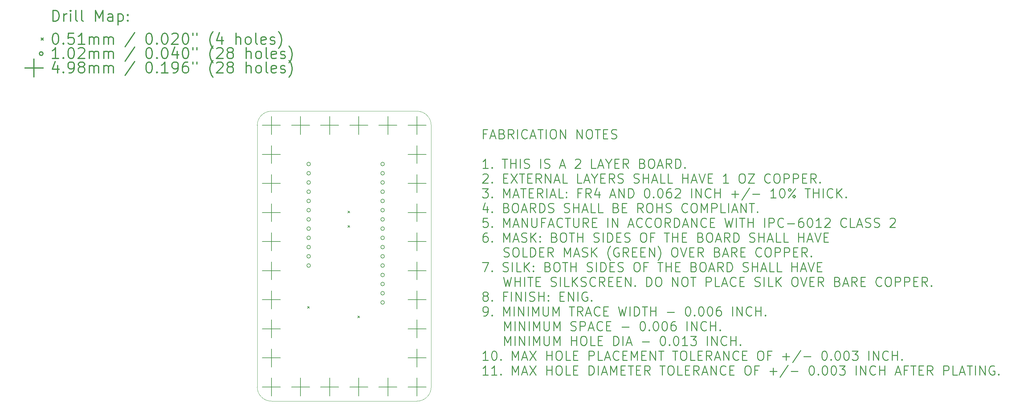
<source format=gbr>
G04 This is an RS-274x file exported by *
G04 gerbv version 2.6.0 *
G04 More information is available about gerbv at *
G04 http://gerbv.gpleda.org/ *
G04 --End of header info--*
%MOIN*%
%FSLAX34Y34*%
%IPPOS*%
G04 --Define apertures--*
%ADD10C,0.0050*%
%ADD11C,0.0079*%
%ADD12C,0.0118*%
%ADD13C,0.0138*%
%ADD14C,0.0016*%
%ADD15C,0.0100*%
G04 --Start main section--*
G54D11*
G01X0028600Y-032730D02*
G01X0028800Y-032930D01*
G01X0028800Y-032730D02*
G01X0028600Y-032930D01*
G01X0032970Y-022400D02*
G01X0033170Y-022600D01*
G01X0033170Y-022400D02*
G01X0032970Y-022600D01*
G01X0032970Y-023970D02*
G01X0033170Y-024170D01*
G01X0033170Y-023970D02*
G01X0032970Y-024170D01*
G01X0034051Y-033779D02*
G01X0034251Y-033979D01*
G01X0034251Y-033779D02*
G01X0034051Y-033979D01*
G01X0028929Y-017301D02*
G75*
G03X0028929Y-017301I-000200J0000000D01*
G01X0028929Y-018301D02*
G75*
G03X0028929Y-018301I-000200J0000000D01*
G01X0028929Y-019301D02*
G75*
G03X0028929Y-019301I-000200J0000000D01*
G01X0028929Y-020301D02*
G75*
G03X0028929Y-020301I-000200J0000000D01*
G01X0028929Y-021301D02*
G75*
G03X0028929Y-021301I-000200J0000000D01*
G01X0028929Y-022301D02*
G75*
G03X0028929Y-022301I-000200J0000000D01*
G01X0028929Y-023301D02*
G75*
G03X0028929Y-023301I-000200J0000000D01*
G01X0028929Y-024301D02*
G75*
G03X0028929Y-024301I-000200J0000000D01*
G01X0028929Y-025301D02*
G75*
G03X0028929Y-025301I-000200J0000000D01*
G01X0028929Y-026301D02*
G75*
G03X0028929Y-026301I-000200J0000000D01*
G01X0028929Y-027301D02*
G75*
G03X0028929Y-027301I-000200J0000000D01*
G01X0028929Y-028301D02*
G75*
G03X0028929Y-028301I-000200J0000000D01*
G01X0036929Y-017301D02*
G75*
G03X0036929Y-017301I-000200J0000000D01*
G01X0036929Y-018301D02*
G75*
G03X0036929Y-018301I-000200J0000000D01*
G01X0036929Y-019301D02*
G75*
G03X0036929Y-019301I-000200J0000000D01*
G01X0036929Y-020301D02*
G75*
G03X0036929Y-020301I-000200J0000000D01*
G01X0036929Y-021301D02*
G75*
G03X0036929Y-021301I-000200J0000000D01*
G01X0036929Y-022301D02*
G75*
G03X0036929Y-022301I-000200J0000000D01*
G01X0036929Y-023301D02*
G75*
G03X0036929Y-023301I-000200J0000000D01*
G01X0036929Y-024301D02*
G75*
G03X0036929Y-024301I-000200J0000000D01*
G01X0036929Y-025301D02*
G75*
G03X0036929Y-025301I-000200J0000000D01*
G01X0036929Y-026301D02*
G75*
G03X0036929Y-026301I-000200J0000000D01*
G01X0036929Y-027301D02*
G75*
G03X0036929Y-027301I-000200J0000000D01*
G01X0036929Y-028301D02*
G75*
G03X0036929Y-028301I-000200J0000000D01*
G01X0036929Y-029325D02*
G75*
G03X0036929Y-029325I-000200J0000000D01*
G01X0036929Y-030301D02*
G75*
G03X0036929Y-030301I-000200J0000000D01*
G01X0036929Y-031301D02*
G75*
G03X0036929Y-031301I-000200J0000000D01*
G01X0036929Y-032301D02*
G75*
G03X0036929Y-032301I-000200J0000000D01*
G01X0024702Y-015282D02*
G01X0024702Y-017243D01*
G01X0023722Y-016263D02*
G01X0025682Y-016263D01*
G01X0024702Y-018432D02*
G01X0024702Y-020393D01*
G01X0023722Y-019412D02*
G01X0025682Y-019412D01*
G01X0024702Y-021582D02*
G01X0024702Y-023542D01*
G01X0023722Y-022562D02*
G01X0025682Y-022562D01*
G01X0024702Y-027881D02*
G01X0024702Y-029841D01*
G01X0023722Y-028861D02*
G01X0025682Y-028861D01*
G01X0024702Y-012133D02*
G01X0024702Y-014093D01*
G01X0023722Y-013113D02*
G01X0025683Y-013113D01*
G01X0024702Y-024731D02*
G01X0024702Y-026692D01*
G01X0023722Y-025712D02*
G01X0025683Y-025712D01*
G01X0024702Y-031030D02*
G01X0024702Y-032991D01*
G01X0023722Y-032011D02*
G01X0025683Y-032011D01*
G01X0024702Y-034180D02*
G01X0024702Y-036141D01*
G01X0023722Y-035160D02*
G01X0025683Y-035160D01*
G01X0024702Y-037330D02*
G01X0024702Y-039290D01*
G01X0023722Y-038310D02*
G01X0025683Y-038310D01*
G01X0024702Y-040479D02*
G01X0024702Y-042440D01*
G01X0023722Y-041460D02*
G01X0025683Y-041460D01*
G01X0027852Y-012133D02*
G01X0027852Y-014093D01*
G01X0026871Y-013113D02*
G01X0028832Y-013113D01*
G01X0027852Y-040479D02*
G01X0027852Y-042440D01*
G01X0026871Y-041460D02*
G01X0028832Y-041460D01*
G01X0031001Y-012133D02*
G01X0031001Y-014093D01*
G01X0030021Y-013113D02*
G01X0031981Y-013113D01*
G01X0031001Y-040479D02*
G01X0031001Y-042440D01*
G01X0030021Y-041460D02*
G01X0031981Y-041460D01*
G01X0034151Y-012133D02*
G01X0034151Y-014093D01*
G01X0033170Y-013113D02*
G01X0035131Y-013113D01*
G01X0034151Y-040479D02*
G01X0034151Y-042440D01*
G01X0033170Y-041460D02*
G01X0035131Y-041460D01*
G01X0037300Y-012133D02*
G01X0037300Y-014093D01*
G01X0036320Y-013113D02*
G01X0038281Y-013113D01*
G01X0037300Y-040479D02*
G01X0037300Y-042440D01*
G01X0036320Y-041460D02*
G01X0038281Y-041460D01*
G01X0040450Y-012133D02*
G01X0040450Y-014093D01*
G01X0039470Y-013113D02*
G01X0041430Y-013113D01*
G01X0040450Y-015282D02*
G01X0040450Y-017243D01*
G01X0039470Y-016263D02*
G01X0041430Y-016263D01*
G01X0040450Y-018432D02*
G01X0040450Y-020393D01*
G01X0039470Y-019412D02*
G01X0041430Y-019412D01*
G01X0040450Y-021582D02*
G01X0040450Y-023542D01*
G01X0039470Y-022562D02*
G01X0041430Y-022562D01*
G01X0040450Y-024731D02*
G01X0040450Y-026692D01*
G01X0039470Y-025712D02*
G01X0041430Y-025712D01*
G01X0040450Y-027881D02*
G01X0040450Y-029841D01*
G01X0039470Y-028861D02*
G01X0041430Y-028861D01*
G01X0040450Y-031030D02*
G01X0040450Y-032991D01*
G01X0039470Y-032011D02*
G01X0041430Y-032011D01*
G01X0040450Y-034180D02*
G01X0040450Y-036141D01*
G01X0039470Y-035160D02*
G01X0041430Y-035160D01*
G01X0040450Y-037330D02*
G01X0040450Y-039290D01*
G01X0039470Y-038310D02*
G01X0041430Y-038310D01*
G01X0040450Y-040479D02*
G01X0040450Y-042440D01*
G01X0039470Y-041460D02*
G01X0041430Y-041460D01*
G54D12*
G01X0001069Y-001834D02*
G01X0001069Y-000652D01*
G01X0001069Y-000652D02*
G01X0001350Y-000652D01*
G01X0001350Y-000652D02*
G01X0001519Y-000709D01*
G01X0001519Y-000709D02*
G01X0001631Y-000821D01*
G01X0001631Y-000821D02*
G01X0001687Y-000934D01*
G01X0001687Y-000934D02*
G01X0001744Y-001159D01*
G01X0001744Y-001159D02*
G01X0001744Y-001327D01*
G01X0001744Y-001327D02*
G01X0001687Y-001552D01*
G01X0001687Y-001552D02*
G01X0001631Y-001665D01*
G01X0001631Y-001665D02*
G01X0001519Y-001777D01*
G01X0001519Y-001777D02*
G01X0001350Y-001834D01*
G01X0001350Y-001834D02*
G01X0001069Y-001834D01*
G01X0002250Y-001834D02*
G01X0002250Y-001046D01*
G01X0002250Y-001271D02*
G01X0002306Y-001159D01*
G01X0002306Y-001159D02*
G01X0002362Y-001102D01*
G01X0002362Y-001102D02*
G01X0002475Y-001046D01*
G01X0002475Y-001046D02*
G01X0002587Y-001046D01*
G01X0002981Y-001834D02*
G01X0002981Y-001046D01*
G01X0002981Y-000652D02*
G01X0002925Y-000709D01*
G01X0002925Y-000709D02*
G01X0002981Y-000765D01*
G01X0002981Y-000765D02*
G01X0003037Y-000709D01*
G01X0003037Y-000709D02*
G01X0002981Y-000652D01*
G01X0002981Y-000652D02*
G01X0002981Y-000765D01*
G01X0003712Y-001834D02*
G01X0003600Y-001777D01*
G01X0003600Y-001777D02*
G01X0003543Y-001665D01*
G01X0003543Y-001665D02*
G01X0003543Y-000652D01*
G01X0004331Y-001834D02*
G01X0004218Y-001777D01*
G01X0004218Y-001777D02*
G01X0004162Y-001665D01*
G01X0004162Y-001665D02*
G01X0004162Y-000652D01*
G01X0005681Y-001834D02*
G01X0005681Y-000652D01*
G01X0005681Y-000652D02*
G01X0006074Y-001496D01*
G01X0006074Y-001496D02*
G01X0006468Y-000652D01*
G01X0006468Y-000652D02*
G01X0006468Y-001834D01*
G01X0007537Y-001834D02*
G01X0007537Y-001215D01*
G01X0007537Y-001215D02*
G01X0007480Y-001102D01*
G01X0007480Y-001102D02*
G01X0007368Y-001046D01*
G01X0007368Y-001046D02*
G01X0007143Y-001046D01*
G01X0007143Y-001046D02*
G01X0007030Y-001102D01*
G01X0007537Y-001777D02*
G01X0007424Y-001834D01*
G01X0007424Y-001834D02*
G01X0007143Y-001834D01*
G01X0007143Y-001834D02*
G01X0007030Y-001777D01*
G01X0007030Y-001777D02*
G01X0006974Y-001665D01*
G01X0006974Y-001665D02*
G01X0006974Y-001552D01*
G01X0006974Y-001552D02*
G01X0007030Y-001440D01*
G01X0007030Y-001440D02*
G01X0007143Y-001384D01*
G01X0007143Y-001384D02*
G01X0007424Y-001384D01*
G01X0007424Y-001384D02*
G01X0007537Y-001327D01*
G01X0008099Y-001046D02*
G01X0008099Y-002227D01*
G01X0008099Y-001102D02*
G01X0008211Y-001046D01*
G01X0008211Y-001046D02*
G01X0008436Y-001046D01*
G01X0008436Y-001046D02*
G01X0008549Y-001102D01*
G01X0008549Y-001102D02*
G01X0008605Y-001159D01*
G01X0008605Y-001159D02*
G01X0008661Y-001271D01*
G01X0008661Y-001271D02*
G01X0008661Y-001609D01*
G01X0008661Y-001609D02*
G01X0008605Y-001721D01*
G01X0008605Y-001721D02*
G01X0008549Y-001777D01*
G01X0008549Y-001777D02*
G01X0008436Y-001834D01*
G01X0008436Y-001834D02*
G01X0008211Y-001834D01*
G01X0008211Y-001834D02*
G01X0008099Y-001777D01*
G01X0009168Y-001721D02*
G01X0009224Y-001777D01*
G01X0009224Y-001777D02*
G01X0009168Y-001834D01*
G01X0009168Y-001834D02*
G01X0009111Y-001777D01*
G01X0009111Y-001777D02*
G01X0009168Y-001721D01*
G01X0009168Y-001721D02*
G01X0009168Y-001834D01*
G01X0009168Y-001102D02*
G01X0009224Y-001159D01*
G01X0009224Y-001159D02*
G01X0009168Y-001215D01*
G01X0009168Y-001215D02*
G01X0009111Y-001159D01*
G01X0009111Y-001159D02*
G01X0009168Y-001102D01*
G01X0009168Y-001102D02*
G01X0009168Y-001215D01*
G01X-000200Y-003680D02*
G01X0000000Y-003880D01*
G01X0000000Y-003680D02*
G01X-000200Y-003880D01*
G01X0001294Y-003133D02*
G01X0001406Y-003133D01*
G01X0001406Y-003133D02*
G01X0001519Y-003189D01*
G01X0001519Y-003189D02*
G01X0001575Y-003245D01*
G01X0001575Y-003245D02*
G01X0001631Y-003358D01*
G01X0001631Y-003358D02*
G01X0001687Y-003583D01*
G01X0001687Y-003583D02*
G01X0001687Y-003864D01*
G01X0001687Y-003864D02*
G01X0001631Y-004089D01*
G01X0001631Y-004089D02*
G01X0001575Y-004201D01*
G01X0001575Y-004201D02*
G01X0001519Y-004258D01*
G01X0001519Y-004258D02*
G01X0001406Y-004314D01*
G01X0001406Y-004314D02*
G01X0001294Y-004314D01*
G01X0001294Y-004314D02*
G01X0001181Y-004258D01*
G01X0001181Y-004258D02*
G01X0001125Y-004201D01*
G01X0001125Y-004201D02*
G01X0001069Y-004089D01*
G01X0001069Y-004089D02*
G01X0001012Y-003864D01*
G01X0001012Y-003864D02*
G01X0001012Y-003583D01*
G01X0001012Y-003583D02*
G01X0001069Y-003358D01*
G01X0001069Y-003358D02*
G01X0001125Y-003245D01*
G01X0001125Y-003245D02*
G01X0001181Y-003189D01*
G01X0001181Y-003189D02*
G01X0001294Y-003133D01*
G01X0002193Y-004201D02*
G01X0002250Y-004258D01*
G01X0002250Y-004258D02*
G01X0002193Y-004314D01*
G01X0002193Y-004314D02*
G01X0002137Y-004258D01*
G01X0002137Y-004258D02*
G01X0002193Y-004201D01*
G01X0002193Y-004201D02*
G01X0002193Y-004314D01*
G01X0003318Y-003133D02*
G01X0002756Y-003133D01*
G01X0002756Y-003133D02*
G01X0002700Y-003695D01*
G01X0002700Y-003695D02*
G01X0002756Y-003639D01*
G01X0002756Y-003639D02*
G01X0002868Y-003583D01*
G01X0002868Y-003583D02*
G01X0003150Y-003583D01*
G01X0003150Y-003583D02*
G01X0003262Y-003639D01*
G01X0003262Y-003639D02*
G01X0003318Y-003695D01*
G01X0003318Y-003695D02*
G01X0003375Y-003808D01*
G01X0003375Y-003808D02*
G01X0003375Y-004089D01*
G01X0003375Y-004089D02*
G01X0003318Y-004201D01*
G01X0003318Y-004201D02*
G01X0003262Y-004258D01*
G01X0003262Y-004258D02*
G01X0003150Y-004314D01*
G01X0003150Y-004314D02*
G01X0002868Y-004314D01*
G01X0002868Y-004314D02*
G01X0002756Y-004258D01*
G01X0002756Y-004258D02*
G01X0002700Y-004201D01*
G01X0004499Y-004314D02*
G01X0003825Y-004314D01*
G01X0004162Y-004314D02*
G01X0004162Y-003133D01*
G01X0004162Y-003133D02*
G01X0004049Y-003301D01*
G01X0004049Y-003301D02*
G01X0003937Y-003414D01*
G01X0003937Y-003414D02*
G01X0003825Y-003470D01*
G01X0005006Y-004314D02*
G01X0005006Y-003526D01*
G01X0005006Y-003639D02*
G01X0005062Y-003583D01*
G01X0005062Y-003583D02*
G01X0005174Y-003526D01*
G01X0005174Y-003526D02*
G01X0005343Y-003526D01*
G01X0005343Y-003526D02*
G01X0005456Y-003583D01*
G01X0005456Y-003583D02*
G01X0005512Y-003695D01*
G01X0005512Y-003695D02*
G01X0005512Y-004314D01*
G01X0005512Y-003695D02*
G01X0005568Y-003583D01*
G01X0005568Y-003583D02*
G01X0005681Y-003526D01*
G01X0005681Y-003526D02*
G01X0005849Y-003526D01*
G01X0005849Y-003526D02*
G01X0005962Y-003583D01*
G01X0005962Y-003583D02*
G01X0006018Y-003695D01*
G01X0006018Y-003695D02*
G01X0006018Y-004314D01*
G01X0006580Y-004314D02*
G01X0006580Y-003526D01*
G01X0006580Y-003639D02*
G01X0006637Y-003583D01*
G01X0006637Y-003583D02*
G01X0006749Y-003526D01*
G01X0006749Y-003526D02*
G01X0006918Y-003526D01*
G01X0006918Y-003526D02*
G01X0007030Y-003583D01*
G01X0007030Y-003583D02*
G01X0007087Y-003695D01*
G01X0007087Y-003695D02*
G01X0007087Y-004314D01*
G01X0007087Y-003695D02*
G01X0007143Y-003583D01*
G01X0007143Y-003583D02*
G01X0007255Y-003526D01*
G01X0007255Y-003526D02*
G01X0007424Y-003526D01*
G01X0007424Y-003526D02*
G01X0007537Y-003583D01*
G01X0007537Y-003583D02*
G01X0007593Y-003695D01*
G01X0007593Y-003695D02*
G01X0007593Y-004314D01*
G01X0009899Y-003076D02*
G01X0008886Y-004595D01*
G01X0011417Y-003133D02*
G01X0011530Y-003133D01*
G01X0011530Y-003133D02*
G01X0011642Y-003189D01*
G01X0011642Y-003189D02*
G01X0011699Y-003245D01*
G01X0011699Y-003245D02*
G01X0011755Y-003358D01*
G01X0011755Y-003358D02*
G01X0011811Y-003583D01*
G01X0011811Y-003583D02*
G01X0011811Y-003864D01*
G01X0011811Y-003864D02*
G01X0011755Y-004089D01*
G01X0011755Y-004089D02*
G01X0011699Y-004201D01*
G01X0011699Y-004201D02*
G01X0011642Y-004258D01*
G01X0011642Y-004258D02*
G01X0011530Y-004314D01*
G01X0011530Y-004314D02*
G01X0011417Y-004314D01*
G01X0011417Y-004314D02*
G01X0011305Y-004258D01*
G01X0011305Y-004258D02*
G01X0011249Y-004201D01*
G01X0011249Y-004201D02*
G01X0011192Y-004089D01*
G01X0011192Y-004089D02*
G01X0011136Y-003864D01*
G01X0011136Y-003864D02*
G01X0011136Y-003583D01*
G01X0011136Y-003583D02*
G01X0011192Y-003358D01*
G01X0011192Y-003358D02*
G01X0011249Y-003245D01*
G01X0011249Y-003245D02*
G01X0011305Y-003189D01*
G01X0011305Y-003189D02*
G01X0011417Y-003133D01*
G01X0012317Y-004201D02*
G01X0012373Y-004258D01*
G01X0012373Y-004258D02*
G01X0012317Y-004314D01*
G01X0012317Y-004314D02*
G01X0012261Y-004258D01*
G01X0012261Y-004258D02*
G01X0012317Y-004201D01*
G01X0012317Y-004201D02*
G01X0012317Y-004314D01*
G01X0013105Y-003133D02*
G01X0013217Y-003133D01*
G01X0013217Y-003133D02*
G01X0013330Y-003189D01*
G01X0013330Y-003189D02*
G01X0013386Y-003245D01*
G01X0013386Y-003245D02*
G01X0013442Y-003358D01*
G01X0013442Y-003358D02*
G01X0013498Y-003583D01*
G01X0013498Y-003583D02*
G01X0013498Y-003864D01*
G01X0013498Y-003864D02*
G01X0013442Y-004089D01*
G01X0013442Y-004089D02*
G01X0013386Y-004201D01*
G01X0013386Y-004201D02*
G01X0013330Y-004258D01*
G01X0013330Y-004258D02*
G01X0013217Y-004314D01*
G01X0013217Y-004314D02*
G01X0013105Y-004314D01*
G01X0013105Y-004314D02*
G01X0012992Y-004258D01*
G01X0012992Y-004258D02*
G01X0012936Y-004201D01*
G01X0012936Y-004201D02*
G01X0012880Y-004089D01*
G01X0012880Y-004089D02*
G01X0012823Y-003864D01*
G01X0012823Y-003864D02*
G01X0012823Y-003583D01*
G01X0012823Y-003583D02*
G01X0012880Y-003358D01*
G01X0012880Y-003358D02*
G01X0012936Y-003245D01*
G01X0012936Y-003245D02*
G01X0012992Y-003189D01*
G01X0012992Y-003189D02*
G01X0013105Y-003133D01*
G01X0013948Y-003245D02*
G01X0014005Y-003189D01*
G01X0014005Y-003189D02*
G01X0014117Y-003133D01*
G01X0014117Y-003133D02*
G01X0014398Y-003133D01*
G01X0014398Y-003133D02*
G01X0014511Y-003189D01*
G01X0014511Y-003189D02*
G01X0014567Y-003245D01*
G01X0014567Y-003245D02*
G01X0014623Y-003358D01*
G01X0014623Y-003358D02*
G01X0014623Y-003470D01*
G01X0014623Y-003470D02*
G01X0014567Y-003639D01*
G01X0014567Y-003639D02*
G01X0013892Y-004314D01*
G01X0013892Y-004314D02*
G01X0014623Y-004314D01*
G01X0015354Y-003133D02*
G01X0015467Y-003133D01*
G01X0015467Y-003133D02*
G01X0015579Y-003189D01*
G01X0015579Y-003189D02*
G01X0015636Y-003245D01*
G01X0015636Y-003245D02*
G01X0015692Y-003358D01*
G01X0015692Y-003358D02*
G01X0015748Y-003583D01*
G01X0015748Y-003583D02*
G01X0015748Y-003864D01*
G01X0015748Y-003864D02*
G01X0015692Y-004089D01*
G01X0015692Y-004089D02*
G01X0015636Y-004201D01*
G01X0015636Y-004201D02*
G01X0015579Y-004258D01*
G01X0015579Y-004258D02*
G01X0015467Y-004314D01*
G01X0015467Y-004314D02*
G01X0015354Y-004314D01*
G01X0015354Y-004314D02*
G01X0015242Y-004258D01*
G01X0015242Y-004258D02*
G01X0015186Y-004201D01*
G01X0015186Y-004201D02*
G01X0015129Y-004089D01*
G01X0015129Y-004089D02*
G01X0015073Y-003864D01*
G01X0015073Y-003864D02*
G01X0015073Y-003583D01*
G01X0015073Y-003583D02*
G01X0015129Y-003358D01*
G01X0015129Y-003358D02*
G01X0015186Y-003245D01*
G01X0015186Y-003245D02*
G01X0015242Y-003189D01*
G01X0015242Y-003189D02*
G01X0015354Y-003133D01*
G01X0016198Y-003133D02*
G01X0016198Y-003358D01*
G01X0016648Y-003133D02*
G01X0016648Y-003358D01*
G01X0018391Y-004764D02*
G01X0018335Y-004708D01*
G01X0018335Y-004708D02*
G01X0018223Y-004539D01*
G01X0018223Y-004539D02*
G01X0018166Y-004426D01*
G01X0018166Y-004426D02*
G01X0018110Y-004258D01*
G01X0018110Y-004258D02*
G01X0018054Y-003976D01*
G01X0018054Y-003976D02*
G01X0018054Y-003751D01*
G01X0018054Y-003751D02*
G01X0018110Y-003470D01*
G01X0018110Y-003470D02*
G01X0018166Y-003301D01*
G01X0018166Y-003301D02*
G01X0018223Y-003189D01*
G01X0018223Y-003189D02*
G01X0018335Y-003020D01*
G01X0018335Y-003020D02*
G01X0018391Y-002964D01*
G01X0019348Y-003526D02*
G01X0019348Y-004314D01*
G01X0019066Y-003076D02*
G01X0018785Y-003920D01*
G01X0018785Y-003920D02*
G01X0019516Y-003920D01*
G01X0020866Y-004314D02*
G01X0020866Y-003133D01*
G01X0021372Y-004314D02*
G01X0021372Y-003695D01*
G01X0021372Y-003695D02*
G01X0021316Y-003583D01*
G01X0021316Y-003583D02*
G01X0021204Y-003526D01*
G01X0021204Y-003526D02*
G01X0021035Y-003526D01*
G01X0021035Y-003526D02*
G01X0020922Y-003583D01*
G01X0020922Y-003583D02*
G01X0020866Y-003639D01*
G01X0022103Y-004314D02*
G01X0021991Y-004258D01*
G01X0021991Y-004258D02*
G01X0021935Y-004201D01*
G01X0021935Y-004201D02*
G01X0021879Y-004089D01*
G01X0021879Y-004089D02*
G01X0021879Y-003751D01*
G01X0021879Y-003751D02*
G01X0021935Y-003639D01*
G01X0021935Y-003639D02*
G01X0021991Y-003583D01*
G01X0021991Y-003583D02*
G01X0022103Y-003526D01*
G01X0022103Y-003526D02*
G01X0022272Y-003526D01*
G01X0022272Y-003526D02*
G01X0022385Y-003583D01*
G01X0022385Y-003583D02*
G01X0022441Y-003639D01*
G01X0022441Y-003639D02*
G01X0022497Y-003751D01*
G01X0022497Y-003751D02*
G01X0022497Y-004089D01*
G01X0022497Y-004089D02*
G01X0022441Y-004201D01*
G01X0022441Y-004201D02*
G01X0022385Y-004258D01*
G01X0022385Y-004258D02*
G01X0022272Y-004314D01*
G01X0022272Y-004314D02*
G01X0022103Y-004314D01*
G01X0023172Y-004314D02*
G01X0023060Y-004258D01*
G01X0023060Y-004258D02*
G01X0023003Y-004145D01*
G01X0023003Y-004145D02*
G01X0023003Y-003133D01*
G01X0024072Y-004258D02*
G01X0023960Y-004314D01*
G01X0023960Y-004314D02*
G01X0023735Y-004314D01*
G01X0023735Y-004314D02*
G01X0023622Y-004258D01*
G01X0023622Y-004258D02*
G01X0023566Y-004145D01*
G01X0023566Y-004145D02*
G01X0023566Y-003695D01*
G01X0023566Y-003695D02*
G01X0023622Y-003583D01*
G01X0023622Y-003583D02*
G01X0023735Y-003526D01*
G01X0023735Y-003526D02*
G01X0023960Y-003526D01*
G01X0023960Y-003526D02*
G01X0024072Y-003583D01*
G01X0024072Y-003583D02*
G01X0024128Y-003695D01*
G01X0024128Y-003695D02*
G01X0024128Y-003808D01*
G01X0024128Y-003808D02*
G01X0023566Y-003920D01*
G01X0024578Y-004258D02*
G01X0024691Y-004314D01*
G01X0024691Y-004314D02*
G01X0024916Y-004314D01*
G01X0024916Y-004314D02*
G01X0025028Y-004258D01*
G01X0025028Y-004258D02*
G01X0025084Y-004145D01*
G01X0025084Y-004145D02*
G01X0025084Y-004089D01*
G01X0025084Y-004089D02*
G01X0025028Y-003976D01*
G01X0025028Y-003976D02*
G01X0024916Y-003920D01*
G01X0024916Y-003920D02*
G01X0024747Y-003920D01*
G01X0024747Y-003920D02*
G01X0024634Y-003864D01*
G01X0024634Y-003864D02*
G01X0024578Y-003751D01*
G01X0024578Y-003751D02*
G01X0024578Y-003695D01*
G01X0024578Y-003695D02*
G01X0024634Y-003583D01*
G01X0024634Y-003583D02*
G01X0024747Y-003526D01*
G01X0024747Y-003526D02*
G01X0024916Y-003526D01*
G01X0024916Y-003526D02*
G01X0025028Y-003583D01*
G01X0025478Y-004764D02*
G01X0025534Y-004708D01*
G01X0025534Y-004708D02*
G01X0025647Y-004539D01*
G01X0025647Y-004539D02*
G01X0025703Y-004426D01*
G01X0025703Y-004426D02*
G01X0025759Y-004258D01*
G01X0025759Y-004258D02*
G01X0025816Y-003976D01*
G01X0025816Y-003976D02*
G01X0025816Y-003751D01*
G01X0025816Y-003751D02*
G01X0025759Y-003470D01*
G01X0025759Y-003470D02*
G01X0025703Y-003301D01*
G01X0025703Y-003301D02*
G01X0025647Y-003189D01*
G01X0025647Y-003189D02*
G01X0025534Y-003020D01*
G01X0025534Y-003020D02*
G01X0025478Y-002964D01*
G01X0000000Y-005339D02*
G75*
G03X0000000Y-005339I-000200J0000000D01*
G01X0001687Y-005873D02*
G01X0001012Y-005873D01*
G01X0001350Y-005873D02*
G01X0001350Y-004692D01*
G01X0001350Y-004692D02*
G01X0001237Y-004861D01*
G01X0001237Y-004861D02*
G01X0001125Y-004973D01*
G01X0001125Y-004973D02*
G01X0001012Y-005029D01*
G01X0002193Y-005760D02*
G01X0002250Y-005817D01*
G01X0002250Y-005817D02*
G01X0002193Y-005873D01*
G01X0002193Y-005873D02*
G01X0002137Y-005817D01*
G01X0002137Y-005817D02*
G01X0002193Y-005760D01*
G01X0002193Y-005760D02*
G01X0002193Y-005873D01*
G01X0002981Y-004692D02*
G01X0003093Y-004692D01*
G01X0003093Y-004692D02*
G01X0003206Y-004748D01*
G01X0003206Y-004748D02*
G01X0003262Y-004804D01*
G01X0003262Y-004804D02*
G01X0003318Y-004917D01*
G01X0003318Y-004917D02*
G01X0003375Y-005142D01*
G01X0003375Y-005142D02*
G01X0003375Y-005423D01*
G01X0003375Y-005423D02*
G01X0003318Y-005648D01*
G01X0003318Y-005648D02*
G01X0003262Y-005760D01*
G01X0003262Y-005760D02*
G01X0003206Y-005817D01*
G01X0003206Y-005817D02*
G01X0003093Y-005873D01*
G01X0003093Y-005873D02*
G01X0002981Y-005873D01*
G01X0002981Y-005873D02*
G01X0002868Y-005817D01*
G01X0002868Y-005817D02*
G01X0002812Y-005760D01*
G01X0002812Y-005760D02*
G01X0002756Y-005648D01*
G01X0002756Y-005648D02*
G01X0002700Y-005423D01*
G01X0002700Y-005423D02*
G01X0002700Y-005142D01*
G01X0002700Y-005142D02*
G01X0002756Y-004917D01*
G01X0002756Y-004917D02*
G01X0002812Y-004804D01*
G01X0002812Y-004804D02*
G01X0002868Y-004748D01*
G01X0002868Y-004748D02*
G01X0002981Y-004692D01*
G01X0003825Y-004804D02*
G01X0003881Y-004748D01*
G01X0003881Y-004748D02*
G01X0003993Y-004692D01*
G01X0003993Y-004692D02*
G01X0004274Y-004692D01*
G01X0004274Y-004692D02*
G01X0004387Y-004748D01*
G01X0004387Y-004748D02*
G01X0004443Y-004804D01*
G01X0004443Y-004804D02*
G01X0004499Y-004917D01*
G01X0004499Y-004917D02*
G01X0004499Y-005029D01*
G01X0004499Y-005029D02*
G01X0004443Y-005198D01*
G01X0004443Y-005198D02*
G01X0003768Y-005873D01*
G01X0003768Y-005873D02*
G01X0004499Y-005873D01*
G01X0005006Y-005873D02*
G01X0005006Y-005085D01*
G01X0005006Y-005198D02*
G01X0005062Y-005142D01*
G01X0005062Y-005142D02*
G01X0005174Y-005085D01*
G01X0005174Y-005085D02*
G01X0005343Y-005085D01*
G01X0005343Y-005085D02*
G01X0005456Y-005142D01*
G01X0005456Y-005142D02*
G01X0005512Y-005254D01*
G01X0005512Y-005254D02*
G01X0005512Y-005873D01*
G01X0005512Y-005254D02*
G01X0005568Y-005142D01*
G01X0005568Y-005142D02*
G01X0005681Y-005085D01*
G01X0005681Y-005085D02*
G01X0005849Y-005085D01*
G01X0005849Y-005085D02*
G01X0005962Y-005142D01*
G01X0005962Y-005142D02*
G01X0006018Y-005254D01*
G01X0006018Y-005254D02*
G01X0006018Y-005873D01*
G01X0006580Y-005873D02*
G01X0006580Y-005085D01*
G01X0006580Y-005198D02*
G01X0006637Y-005142D01*
G01X0006637Y-005142D02*
G01X0006749Y-005085D01*
G01X0006749Y-005085D02*
G01X0006918Y-005085D01*
G01X0006918Y-005085D02*
G01X0007030Y-005142D01*
G01X0007030Y-005142D02*
G01X0007087Y-005254D01*
G01X0007087Y-005254D02*
G01X0007087Y-005873D01*
G01X0007087Y-005254D02*
G01X0007143Y-005142D01*
G01X0007143Y-005142D02*
G01X0007255Y-005085D01*
G01X0007255Y-005085D02*
G01X0007424Y-005085D01*
G01X0007424Y-005085D02*
G01X0007537Y-005142D01*
G01X0007537Y-005142D02*
G01X0007593Y-005254D01*
G01X0007593Y-005254D02*
G01X0007593Y-005873D01*
G01X0009899Y-004636D02*
G01X0008886Y-006154D01*
G01X0011417Y-004692D02*
G01X0011530Y-004692D01*
G01X0011530Y-004692D02*
G01X0011642Y-004748D01*
G01X0011642Y-004748D02*
G01X0011699Y-004804D01*
G01X0011699Y-004804D02*
G01X0011755Y-004917D01*
G01X0011755Y-004917D02*
G01X0011811Y-005142D01*
G01X0011811Y-005142D02*
G01X0011811Y-005423D01*
G01X0011811Y-005423D02*
G01X0011755Y-005648D01*
G01X0011755Y-005648D02*
G01X0011699Y-005760D01*
G01X0011699Y-005760D02*
G01X0011642Y-005817D01*
G01X0011642Y-005817D02*
G01X0011530Y-005873D01*
G01X0011530Y-005873D02*
G01X0011417Y-005873D01*
G01X0011417Y-005873D02*
G01X0011305Y-005817D01*
G01X0011305Y-005817D02*
G01X0011249Y-005760D01*
G01X0011249Y-005760D02*
G01X0011192Y-005648D01*
G01X0011192Y-005648D02*
G01X0011136Y-005423D01*
G01X0011136Y-005423D02*
G01X0011136Y-005142D01*
G01X0011136Y-005142D02*
G01X0011192Y-004917D01*
G01X0011192Y-004917D02*
G01X0011249Y-004804D01*
G01X0011249Y-004804D02*
G01X0011305Y-004748D01*
G01X0011305Y-004748D02*
G01X0011417Y-004692D01*
G01X0012317Y-005760D02*
G01X0012373Y-005817D01*
G01X0012373Y-005817D02*
G01X0012317Y-005873D01*
G01X0012317Y-005873D02*
G01X0012261Y-005817D01*
G01X0012261Y-005817D02*
G01X0012317Y-005760D01*
G01X0012317Y-005760D02*
G01X0012317Y-005873D01*
G01X0013105Y-004692D02*
G01X0013217Y-004692D01*
G01X0013217Y-004692D02*
G01X0013330Y-004748D01*
G01X0013330Y-004748D02*
G01X0013386Y-004804D01*
G01X0013386Y-004804D02*
G01X0013442Y-004917D01*
G01X0013442Y-004917D02*
G01X0013498Y-005142D01*
G01X0013498Y-005142D02*
G01X0013498Y-005423D01*
G01X0013498Y-005423D02*
G01X0013442Y-005648D01*
G01X0013442Y-005648D02*
G01X0013386Y-005760D01*
G01X0013386Y-005760D02*
G01X0013330Y-005817D01*
G01X0013330Y-005817D02*
G01X0013217Y-005873D01*
G01X0013217Y-005873D02*
G01X0013105Y-005873D01*
G01X0013105Y-005873D02*
G01X0012992Y-005817D01*
G01X0012992Y-005817D02*
G01X0012936Y-005760D01*
G01X0012936Y-005760D02*
G01X0012880Y-005648D01*
G01X0012880Y-005648D02*
G01X0012823Y-005423D01*
G01X0012823Y-005423D02*
G01X0012823Y-005142D01*
G01X0012823Y-005142D02*
G01X0012880Y-004917D01*
G01X0012880Y-004917D02*
G01X0012936Y-004804D01*
G01X0012936Y-004804D02*
G01X0012992Y-004748D01*
G01X0012992Y-004748D02*
G01X0013105Y-004692D01*
G01X0014511Y-005085D02*
G01X0014511Y-005873D01*
G01X0014229Y-004636D02*
G01X0013948Y-005479D01*
G01X0013948Y-005479D02*
G01X0014679Y-005479D01*
G01X0015354Y-004692D02*
G01X0015467Y-004692D01*
G01X0015467Y-004692D02*
G01X0015579Y-004748D01*
G01X0015579Y-004748D02*
G01X0015636Y-004804D01*
G01X0015636Y-004804D02*
G01X0015692Y-004917D01*
G01X0015692Y-004917D02*
G01X0015748Y-005142D01*
G01X0015748Y-005142D02*
G01X0015748Y-005423D01*
G01X0015748Y-005423D02*
G01X0015692Y-005648D01*
G01X0015692Y-005648D02*
G01X0015636Y-005760D01*
G01X0015636Y-005760D02*
G01X0015579Y-005817D01*
G01X0015579Y-005817D02*
G01X0015467Y-005873D01*
G01X0015467Y-005873D02*
G01X0015354Y-005873D01*
G01X0015354Y-005873D02*
G01X0015242Y-005817D01*
G01X0015242Y-005817D02*
G01X0015186Y-005760D01*
G01X0015186Y-005760D02*
G01X0015129Y-005648D01*
G01X0015129Y-005648D02*
G01X0015073Y-005423D01*
G01X0015073Y-005423D02*
G01X0015073Y-005142D01*
G01X0015073Y-005142D02*
G01X0015129Y-004917D01*
G01X0015129Y-004917D02*
G01X0015186Y-004804D01*
G01X0015186Y-004804D02*
G01X0015242Y-004748D01*
G01X0015242Y-004748D02*
G01X0015354Y-004692D01*
G01X0016198Y-004692D02*
G01X0016198Y-004917D01*
G01X0016648Y-004692D02*
G01X0016648Y-004917D01*
G01X0018391Y-006323D02*
G01X0018335Y-006267D01*
G01X0018335Y-006267D02*
G01X0018223Y-006098D01*
G01X0018223Y-006098D02*
G01X0018166Y-005985D01*
G01X0018166Y-005985D02*
G01X0018110Y-005817D01*
G01X0018110Y-005817D02*
G01X0018054Y-005535D01*
G01X0018054Y-005535D02*
G01X0018054Y-005310D01*
G01X0018054Y-005310D02*
G01X0018110Y-005029D01*
G01X0018110Y-005029D02*
G01X0018166Y-004861D01*
G01X0018166Y-004861D02*
G01X0018223Y-004748D01*
G01X0018223Y-004748D02*
G01X0018335Y-004579D01*
G01X0018335Y-004579D02*
G01X0018391Y-004523D01*
G01X0018785Y-004804D02*
G01X0018841Y-004748D01*
G01X0018841Y-004748D02*
G01X0018954Y-004692D01*
G01X0018954Y-004692D02*
G01X0019235Y-004692D01*
G01X0019235Y-004692D02*
G01X0019348Y-004748D01*
G01X0019348Y-004748D02*
G01X0019404Y-004804D01*
G01X0019404Y-004804D02*
G01X0019460Y-004917D01*
G01X0019460Y-004917D02*
G01X0019460Y-005029D01*
G01X0019460Y-005029D02*
G01X0019404Y-005198D01*
G01X0019404Y-005198D02*
G01X0018729Y-005873D01*
G01X0018729Y-005873D02*
G01X0019460Y-005873D01*
G01X0020135Y-005198D02*
G01X0020022Y-005142D01*
G01X0020022Y-005142D02*
G01X0019966Y-005085D01*
G01X0019966Y-005085D02*
G01X0019910Y-004973D01*
G01X0019910Y-004973D02*
G01X0019910Y-004917D01*
G01X0019910Y-004917D02*
G01X0019966Y-004804D01*
G01X0019966Y-004804D02*
G01X0020022Y-004748D01*
G01X0020022Y-004748D02*
G01X0020135Y-004692D01*
G01X0020135Y-004692D02*
G01X0020360Y-004692D01*
G01X0020360Y-004692D02*
G01X0020472Y-004748D01*
G01X0020472Y-004748D02*
G01X0020529Y-004804D01*
G01X0020529Y-004804D02*
G01X0020585Y-004917D01*
G01X0020585Y-004917D02*
G01X0020585Y-004973D01*
G01X0020585Y-004973D02*
G01X0020529Y-005085D01*
G01X0020529Y-005085D02*
G01X0020472Y-005142D01*
G01X0020472Y-005142D02*
G01X0020360Y-005198D01*
G01X0020360Y-005198D02*
G01X0020135Y-005198D01*
G01X0020135Y-005198D02*
G01X0020022Y-005254D01*
G01X0020022Y-005254D02*
G01X0019966Y-005310D01*
G01X0019966Y-005310D02*
G01X0019910Y-005423D01*
G01X0019910Y-005423D02*
G01X0019910Y-005648D01*
G01X0019910Y-005648D02*
G01X0019966Y-005760D01*
G01X0019966Y-005760D02*
G01X0020022Y-005817D01*
G01X0020022Y-005817D02*
G01X0020135Y-005873D01*
G01X0020135Y-005873D02*
G01X0020360Y-005873D01*
G01X0020360Y-005873D02*
G01X0020472Y-005817D01*
G01X0020472Y-005817D02*
G01X0020529Y-005760D01*
G01X0020529Y-005760D02*
G01X0020585Y-005648D01*
G01X0020585Y-005648D02*
G01X0020585Y-005423D01*
G01X0020585Y-005423D02*
G01X0020529Y-005310D01*
G01X0020529Y-005310D02*
G01X0020472Y-005254D01*
G01X0020472Y-005254D02*
G01X0020360Y-005198D01*
G01X0021991Y-005873D02*
G01X0021991Y-004692D01*
G01X0022497Y-005873D02*
G01X0022497Y-005254D01*
G01X0022497Y-005254D02*
G01X0022441Y-005142D01*
G01X0022441Y-005142D02*
G01X0022328Y-005085D01*
G01X0022328Y-005085D02*
G01X0022160Y-005085D01*
G01X0022160Y-005085D02*
G01X0022047Y-005142D01*
G01X0022047Y-005142D02*
G01X0021991Y-005198D01*
G01X0023228Y-005873D02*
G01X0023116Y-005817D01*
G01X0023116Y-005817D02*
G01X0023060Y-005760D01*
G01X0023060Y-005760D02*
G01X0023003Y-005648D01*
G01X0023003Y-005648D02*
G01X0023003Y-005310D01*
G01X0023003Y-005310D02*
G01X0023060Y-005198D01*
G01X0023060Y-005198D02*
G01X0023116Y-005142D01*
G01X0023116Y-005142D02*
G01X0023228Y-005085D01*
G01X0023228Y-005085D02*
G01X0023397Y-005085D01*
G01X0023397Y-005085D02*
G01X0023510Y-005142D01*
G01X0023510Y-005142D02*
G01X0023566Y-005198D01*
G01X0023566Y-005198D02*
G01X0023622Y-005310D01*
G01X0023622Y-005310D02*
G01X0023622Y-005648D01*
G01X0023622Y-005648D02*
G01X0023566Y-005760D01*
G01X0023566Y-005760D02*
G01X0023510Y-005817D01*
G01X0023510Y-005817D02*
G01X0023397Y-005873D01*
G01X0023397Y-005873D02*
G01X0023228Y-005873D01*
G01X0024297Y-005873D02*
G01X0024184Y-005817D01*
G01X0024184Y-005817D02*
G01X0024128Y-005704D01*
G01X0024128Y-005704D02*
G01X0024128Y-004692D01*
G01X0025197Y-005817D02*
G01X0025084Y-005873D01*
G01X0025084Y-005873D02*
G01X0024859Y-005873D01*
G01X0024859Y-005873D02*
G01X0024747Y-005817D01*
G01X0024747Y-005817D02*
G01X0024691Y-005704D01*
G01X0024691Y-005704D02*
G01X0024691Y-005254D01*
G01X0024691Y-005254D02*
G01X0024747Y-005142D01*
G01X0024747Y-005142D02*
G01X0024859Y-005085D01*
G01X0024859Y-005085D02*
G01X0025084Y-005085D01*
G01X0025084Y-005085D02*
G01X0025197Y-005142D01*
G01X0025197Y-005142D02*
G01X0025253Y-005254D01*
G01X0025253Y-005254D02*
G01X0025253Y-005367D01*
G01X0025253Y-005367D02*
G01X0024691Y-005479D01*
G01X0025703Y-005817D02*
G01X0025816Y-005873D01*
G01X0025816Y-005873D02*
G01X0026040Y-005873D01*
G01X0026040Y-005873D02*
G01X0026153Y-005817D01*
G01X0026153Y-005817D02*
G01X0026209Y-005704D01*
G01X0026209Y-005704D02*
G01X0026209Y-005648D01*
G01X0026209Y-005648D02*
G01X0026153Y-005535D01*
G01X0026153Y-005535D02*
G01X0026040Y-005479D01*
G01X0026040Y-005479D02*
G01X0025872Y-005479D01*
G01X0025872Y-005479D02*
G01X0025759Y-005423D01*
G01X0025759Y-005423D02*
G01X0025703Y-005310D01*
G01X0025703Y-005310D02*
G01X0025703Y-005254D01*
G01X0025703Y-005254D02*
G01X0025759Y-005142D01*
G01X0025759Y-005142D02*
G01X0025872Y-005085D01*
G01X0025872Y-005085D02*
G01X0026040Y-005085D01*
G01X0026040Y-005085D02*
G01X0026153Y-005142D01*
G01X0026603Y-006323D02*
G01X0026659Y-006267D01*
G01X0026659Y-006267D02*
G01X0026772Y-006098D01*
G01X0026772Y-006098D02*
G01X0026828Y-005985D01*
G01X0026828Y-005985D02*
G01X0026884Y-005817D01*
G01X0026884Y-005817D02*
G01X0026940Y-005535D01*
G01X0026940Y-005535D02*
G01X0026940Y-005310D01*
G01X0026940Y-005310D02*
G01X0026884Y-005029D01*
G01X0026884Y-005029D02*
G01X0026828Y-004861D01*
G01X0026828Y-004861D02*
G01X0026772Y-004748D01*
G01X0026772Y-004748D02*
G01X0026659Y-004579D01*
G01X0026659Y-004579D02*
G01X0026603Y-004523D01*
G01X-000980Y-005917D02*
G01X-000980Y-007878D01*
G01X-001961Y-006898D02*
G01X0000000Y-006898D01*
G01X0001575Y-006645D02*
G01X0001575Y-007432D01*
G01X0001294Y-006195D02*
G01X0001012Y-007038D01*
G01X0001012Y-007038D02*
G01X0001744Y-007038D01*
G01X0002193Y-007319D02*
G01X0002250Y-007376D01*
G01X0002250Y-007376D02*
G01X0002193Y-007432D01*
G01X0002193Y-007432D02*
G01X0002137Y-007376D01*
G01X0002137Y-007376D02*
G01X0002193Y-007319D01*
G01X0002193Y-007319D02*
G01X0002193Y-007432D01*
G01X0002812Y-007432D02*
G01X0003037Y-007432D01*
G01X0003037Y-007432D02*
G01X0003150Y-007376D01*
G01X0003150Y-007376D02*
G01X0003206Y-007319D01*
G01X0003206Y-007319D02*
G01X0003318Y-007151D01*
G01X0003318Y-007151D02*
G01X0003375Y-006926D01*
G01X0003375Y-006926D02*
G01X0003375Y-006476D01*
G01X0003375Y-006476D02*
G01X0003318Y-006363D01*
G01X0003318Y-006363D02*
G01X0003262Y-006307D01*
G01X0003262Y-006307D02*
G01X0003150Y-006251D01*
G01X0003150Y-006251D02*
G01X0002925Y-006251D01*
G01X0002925Y-006251D02*
G01X0002812Y-006307D01*
G01X0002812Y-006307D02*
G01X0002756Y-006363D01*
G01X0002756Y-006363D02*
G01X0002700Y-006476D01*
G01X0002700Y-006476D02*
G01X0002700Y-006757D01*
G01X0002700Y-006757D02*
G01X0002756Y-006870D01*
G01X0002756Y-006870D02*
G01X0002812Y-006926D01*
G01X0002812Y-006926D02*
G01X0002925Y-006982D01*
G01X0002925Y-006982D02*
G01X0003150Y-006982D01*
G01X0003150Y-006982D02*
G01X0003262Y-006926D01*
G01X0003262Y-006926D02*
G01X0003318Y-006870D01*
G01X0003318Y-006870D02*
G01X0003375Y-006757D01*
G01X0004049Y-006757D02*
G01X0003937Y-006701D01*
G01X0003937Y-006701D02*
G01X0003881Y-006645D01*
G01X0003881Y-006645D02*
G01X0003825Y-006532D01*
G01X0003825Y-006532D02*
G01X0003825Y-006476D01*
G01X0003825Y-006476D02*
G01X0003881Y-006363D01*
G01X0003881Y-006363D02*
G01X0003937Y-006307D01*
G01X0003937Y-006307D02*
G01X0004049Y-006251D01*
G01X0004049Y-006251D02*
G01X0004274Y-006251D01*
G01X0004274Y-006251D02*
G01X0004387Y-006307D01*
G01X0004387Y-006307D02*
G01X0004443Y-006363D01*
G01X0004443Y-006363D02*
G01X0004499Y-006476D01*
G01X0004499Y-006476D02*
G01X0004499Y-006532D01*
G01X0004499Y-006532D02*
G01X0004443Y-006645D01*
G01X0004443Y-006645D02*
G01X0004387Y-006701D01*
G01X0004387Y-006701D02*
G01X0004274Y-006757D01*
G01X0004274Y-006757D02*
G01X0004049Y-006757D01*
G01X0004049Y-006757D02*
G01X0003937Y-006813D01*
G01X0003937Y-006813D02*
G01X0003881Y-006870D01*
G01X0003881Y-006870D02*
G01X0003825Y-006982D01*
G01X0003825Y-006982D02*
G01X0003825Y-007207D01*
G01X0003825Y-007207D02*
G01X0003881Y-007319D01*
G01X0003881Y-007319D02*
G01X0003937Y-007376D01*
G01X0003937Y-007376D02*
G01X0004049Y-007432D01*
G01X0004049Y-007432D02*
G01X0004274Y-007432D01*
G01X0004274Y-007432D02*
G01X0004387Y-007376D01*
G01X0004387Y-007376D02*
G01X0004443Y-007319D01*
G01X0004443Y-007319D02*
G01X0004499Y-007207D01*
G01X0004499Y-007207D02*
G01X0004499Y-006982D01*
G01X0004499Y-006982D02*
G01X0004443Y-006870D01*
G01X0004443Y-006870D02*
G01X0004387Y-006813D01*
G01X0004387Y-006813D02*
G01X0004274Y-006757D01*
G01X0005006Y-007432D02*
G01X0005006Y-006645D01*
G01X0005006Y-006757D02*
G01X0005062Y-006701D01*
G01X0005062Y-006701D02*
G01X0005174Y-006645D01*
G01X0005174Y-006645D02*
G01X0005343Y-006645D01*
G01X0005343Y-006645D02*
G01X0005456Y-006701D01*
G01X0005456Y-006701D02*
G01X0005512Y-006813D01*
G01X0005512Y-006813D02*
G01X0005512Y-007432D01*
G01X0005512Y-006813D02*
G01X0005568Y-006701D01*
G01X0005568Y-006701D02*
G01X0005681Y-006645D01*
G01X0005681Y-006645D02*
G01X0005849Y-006645D01*
G01X0005849Y-006645D02*
G01X0005962Y-006701D01*
G01X0005962Y-006701D02*
G01X0006018Y-006813D01*
G01X0006018Y-006813D02*
G01X0006018Y-007432D01*
G01X0006580Y-007432D02*
G01X0006580Y-006645D01*
G01X0006580Y-006757D02*
G01X0006637Y-006701D01*
G01X0006637Y-006701D02*
G01X0006749Y-006645D01*
G01X0006749Y-006645D02*
G01X0006918Y-006645D01*
G01X0006918Y-006645D02*
G01X0007030Y-006701D01*
G01X0007030Y-006701D02*
G01X0007087Y-006813D01*
G01X0007087Y-006813D02*
G01X0007087Y-007432D01*
G01X0007087Y-006813D02*
G01X0007143Y-006701D01*
G01X0007143Y-006701D02*
G01X0007255Y-006645D01*
G01X0007255Y-006645D02*
G01X0007424Y-006645D01*
G01X0007424Y-006645D02*
G01X0007537Y-006701D01*
G01X0007537Y-006701D02*
G01X0007593Y-006813D01*
G01X0007593Y-006813D02*
G01X0007593Y-007432D01*
G01X0009899Y-006195D02*
G01X0008886Y-007713D01*
G01X0011417Y-006251D02*
G01X0011530Y-006251D01*
G01X0011530Y-006251D02*
G01X0011642Y-006307D01*
G01X0011642Y-006307D02*
G01X0011699Y-006363D01*
G01X0011699Y-006363D02*
G01X0011755Y-006476D01*
G01X0011755Y-006476D02*
G01X0011811Y-006701D01*
G01X0011811Y-006701D02*
G01X0011811Y-006982D01*
G01X0011811Y-006982D02*
G01X0011755Y-007207D01*
G01X0011755Y-007207D02*
G01X0011699Y-007319D01*
G01X0011699Y-007319D02*
G01X0011642Y-007376D01*
G01X0011642Y-007376D02*
G01X0011530Y-007432D01*
G01X0011530Y-007432D02*
G01X0011417Y-007432D01*
G01X0011417Y-007432D02*
G01X0011305Y-007376D01*
G01X0011305Y-007376D02*
G01X0011249Y-007319D01*
G01X0011249Y-007319D02*
G01X0011192Y-007207D01*
G01X0011192Y-007207D02*
G01X0011136Y-006982D01*
G01X0011136Y-006982D02*
G01X0011136Y-006701D01*
G01X0011136Y-006701D02*
G01X0011192Y-006476D01*
G01X0011192Y-006476D02*
G01X0011249Y-006363D01*
G01X0011249Y-006363D02*
G01X0011305Y-006307D01*
G01X0011305Y-006307D02*
G01X0011417Y-006251D01*
G01X0012317Y-007319D02*
G01X0012373Y-007376D01*
G01X0012373Y-007376D02*
G01X0012317Y-007432D01*
G01X0012317Y-007432D02*
G01X0012261Y-007376D01*
G01X0012261Y-007376D02*
G01X0012317Y-007319D01*
G01X0012317Y-007319D02*
G01X0012317Y-007432D01*
G01X0013498Y-007432D02*
G01X0012823Y-007432D01*
G01X0013161Y-007432D02*
G01X0013161Y-006251D01*
G01X0013161Y-006251D02*
G01X0013048Y-006420D01*
G01X0013048Y-006420D02*
G01X0012936Y-006532D01*
G01X0012936Y-006532D02*
G01X0012823Y-006588D01*
G01X0014061Y-007432D02*
G01X0014286Y-007432D01*
G01X0014286Y-007432D02*
G01X0014398Y-007376D01*
G01X0014398Y-007376D02*
G01X0014454Y-007319D01*
G01X0014454Y-007319D02*
G01X0014567Y-007151D01*
G01X0014567Y-007151D02*
G01X0014623Y-006926D01*
G01X0014623Y-006926D02*
G01X0014623Y-006476D01*
G01X0014623Y-006476D02*
G01X0014567Y-006363D01*
G01X0014567Y-006363D02*
G01X0014511Y-006307D01*
G01X0014511Y-006307D02*
G01X0014398Y-006251D01*
G01X0014398Y-006251D02*
G01X0014173Y-006251D01*
G01X0014173Y-006251D02*
G01X0014061Y-006307D01*
G01X0014061Y-006307D02*
G01X0014005Y-006363D01*
G01X0014005Y-006363D02*
G01X0013948Y-006476D01*
G01X0013948Y-006476D02*
G01X0013948Y-006757D01*
G01X0013948Y-006757D02*
G01X0014005Y-006870D01*
G01X0014005Y-006870D02*
G01X0014061Y-006926D01*
G01X0014061Y-006926D02*
G01X0014173Y-006982D01*
G01X0014173Y-006982D02*
G01X0014398Y-006982D01*
G01X0014398Y-006982D02*
G01X0014511Y-006926D01*
G01X0014511Y-006926D02*
G01X0014567Y-006870D01*
G01X0014567Y-006870D02*
G01X0014623Y-006757D01*
G01X0015636Y-006251D02*
G01X0015411Y-006251D01*
G01X0015411Y-006251D02*
G01X0015298Y-006307D01*
G01X0015298Y-006307D02*
G01X0015242Y-006363D01*
G01X0015242Y-006363D02*
G01X0015129Y-006532D01*
G01X0015129Y-006532D02*
G01X0015073Y-006757D01*
G01X0015073Y-006757D02*
G01X0015073Y-007207D01*
G01X0015073Y-007207D02*
G01X0015129Y-007319D01*
G01X0015129Y-007319D02*
G01X0015186Y-007376D01*
G01X0015186Y-007376D02*
G01X0015298Y-007432D01*
G01X0015298Y-007432D02*
G01X0015523Y-007432D01*
G01X0015523Y-007432D02*
G01X0015636Y-007376D01*
G01X0015636Y-007376D02*
G01X0015692Y-007319D01*
G01X0015692Y-007319D02*
G01X0015748Y-007207D01*
G01X0015748Y-007207D02*
G01X0015748Y-006926D01*
G01X0015748Y-006926D02*
G01X0015692Y-006813D01*
G01X0015692Y-006813D02*
G01X0015636Y-006757D01*
G01X0015636Y-006757D02*
G01X0015523Y-006701D01*
G01X0015523Y-006701D02*
G01X0015298Y-006701D01*
G01X0015298Y-006701D02*
G01X0015186Y-006757D01*
G01X0015186Y-006757D02*
G01X0015129Y-006813D01*
G01X0015129Y-006813D02*
G01X0015073Y-006926D01*
G01X0016198Y-006251D02*
G01X0016198Y-006476D01*
G01X0016648Y-006251D02*
G01X0016648Y-006476D01*
G01X0018391Y-007882D02*
G01X0018335Y-007826D01*
G01X0018335Y-007826D02*
G01X0018223Y-007657D01*
G01X0018223Y-007657D02*
G01X0018166Y-007544D01*
G01X0018166Y-007544D02*
G01X0018110Y-007376D01*
G01X0018110Y-007376D02*
G01X0018054Y-007094D01*
G01X0018054Y-007094D02*
G01X0018054Y-006870D01*
G01X0018054Y-006870D02*
G01X0018110Y-006588D01*
G01X0018110Y-006588D02*
G01X0018166Y-006420D01*
G01X0018166Y-006420D02*
G01X0018223Y-006307D01*
G01X0018223Y-006307D02*
G01X0018335Y-006138D01*
G01X0018335Y-006138D02*
G01X0018391Y-006082D01*
G01X0018785Y-006363D02*
G01X0018841Y-006307D01*
G01X0018841Y-006307D02*
G01X0018954Y-006251D01*
G01X0018954Y-006251D02*
G01X0019235Y-006251D01*
G01X0019235Y-006251D02*
G01X0019348Y-006307D01*
G01X0019348Y-006307D02*
G01X0019404Y-006363D01*
G01X0019404Y-006363D02*
G01X0019460Y-006476D01*
G01X0019460Y-006476D02*
G01X0019460Y-006588D01*
G01X0019460Y-006588D02*
G01X0019404Y-006757D01*
G01X0019404Y-006757D02*
G01X0018729Y-007432D01*
G01X0018729Y-007432D02*
G01X0019460Y-007432D01*
G01X0020135Y-006757D02*
G01X0020022Y-006701D01*
G01X0020022Y-006701D02*
G01X0019966Y-006645D01*
G01X0019966Y-006645D02*
G01X0019910Y-006532D01*
G01X0019910Y-006532D02*
G01X0019910Y-006476D01*
G01X0019910Y-006476D02*
G01X0019966Y-006363D01*
G01X0019966Y-006363D02*
G01X0020022Y-006307D01*
G01X0020022Y-006307D02*
G01X0020135Y-006251D01*
G01X0020135Y-006251D02*
G01X0020360Y-006251D01*
G01X0020360Y-006251D02*
G01X0020472Y-006307D01*
G01X0020472Y-006307D02*
G01X0020529Y-006363D01*
G01X0020529Y-006363D02*
G01X0020585Y-006476D01*
G01X0020585Y-006476D02*
G01X0020585Y-006532D01*
G01X0020585Y-006532D02*
G01X0020529Y-006645D01*
G01X0020529Y-006645D02*
G01X0020472Y-006701D01*
G01X0020472Y-006701D02*
G01X0020360Y-006757D01*
G01X0020360Y-006757D02*
G01X0020135Y-006757D01*
G01X0020135Y-006757D02*
G01X0020022Y-006813D01*
G01X0020022Y-006813D02*
G01X0019966Y-006870D01*
G01X0019966Y-006870D02*
G01X0019910Y-006982D01*
G01X0019910Y-006982D02*
G01X0019910Y-007207D01*
G01X0019910Y-007207D02*
G01X0019966Y-007319D01*
G01X0019966Y-007319D02*
G01X0020022Y-007376D01*
G01X0020022Y-007376D02*
G01X0020135Y-007432D01*
G01X0020135Y-007432D02*
G01X0020360Y-007432D01*
G01X0020360Y-007432D02*
G01X0020472Y-007376D01*
G01X0020472Y-007376D02*
G01X0020529Y-007319D01*
G01X0020529Y-007319D02*
G01X0020585Y-007207D01*
G01X0020585Y-007207D02*
G01X0020585Y-006982D01*
G01X0020585Y-006982D02*
G01X0020529Y-006870D01*
G01X0020529Y-006870D02*
G01X0020472Y-006813D01*
G01X0020472Y-006813D02*
G01X0020360Y-006757D01*
G01X0021991Y-007432D02*
G01X0021991Y-006251D01*
G01X0022497Y-007432D02*
G01X0022497Y-006813D01*
G01X0022497Y-006813D02*
G01X0022441Y-006701D01*
G01X0022441Y-006701D02*
G01X0022328Y-006645D01*
G01X0022328Y-006645D02*
G01X0022160Y-006645D01*
G01X0022160Y-006645D02*
G01X0022047Y-006701D01*
G01X0022047Y-006701D02*
G01X0021991Y-006757D01*
G01X0023228Y-007432D02*
G01X0023116Y-007376D01*
G01X0023116Y-007376D02*
G01X0023060Y-007319D01*
G01X0023060Y-007319D02*
G01X0023003Y-007207D01*
G01X0023003Y-007207D02*
G01X0023003Y-006870D01*
G01X0023003Y-006870D02*
G01X0023060Y-006757D01*
G01X0023060Y-006757D02*
G01X0023116Y-006701D01*
G01X0023116Y-006701D02*
G01X0023228Y-006645D01*
G01X0023228Y-006645D02*
G01X0023397Y-006645D01*
G01X0023397Y-006645D02*
G01X0023510Y-006701D01*
G01X0023510Y-006701D02*
G01X0023566Y-006757D01*
G01X0023566Y-006757D02*
G01X0023622Y-006870D01*
G01X0023622Y-006870D02*
G01X0023622Y-007207D01*
G01X0023622Y-007207D02*
G01X0023566Y-007319D01*
G01X0023566Y-007319D02*
G01X0023510Y-007376D01*
G01X0023510Y-007376D02*
G01X0023397Y-007432D01*
G01X0023397Y-007432D02*
G01X0023228Y-007432D01*
G01X0024297Y-007432D02*
G01X0024184Y-007376D01*
G01X0024184Y-007376D02*
G01X0024128Y-007263D01*
G01X0024128Y-007263D02*
G01X0024128Y-006251D01*
G01X0025197Y-007376D02*
G01X0025084Y-007432D01*
G01X0025084Y-007432D02*
G01X0024859Y-007432D01*
G01X0024859Y-007432D02*
G01X0024747Y-007376D01*
G01X0024747Y-007376D02*
G01X0024691Y-007263D01*
G01X0024691Y-007263D02*
G01X0024691Y-006813D01*
G01X0024691Y-006813D02*
G01X0024747Y-006701D01*
G01X0024747Y-006701D02*
G01X0024859Y-006645D01*
G01X0024859Y-006645D02*
G01X0025084Y-006645D01*
G01X0025084Y-006645D02*
G01X0025197Y-006701D01*
G01X0025197Y-006701D02*
G01X0025253Y-006813D01*
G01X0025253Y-006813D02*
G01X0025253Y-006926D01*
G01X0025253Y-006926D02*
G01X0024691Y-007038D01*
G01X0025703Y-007376D02*
G01X0025816Y-007432D01*
G01X0025816Y-007432D02*
G01X0026040Y-007432D01*
G01X0026040Y-007432D02*
G01X0026153Y-007376D01*
G01X0026153Y-007376D02*
G01X0026209Y-007263D01*
G01X0026209Y-007263D02*
G01X0026209Y-007207D01*
G01X0026209Y-007207D02*
G01X0026153Y-007094D01*
G01X0026153Y-007094D02*
G01X0026040Y-007038D01*
G01X0026040Y-007038D02*
G01X0025872Y-007038D01*
G01X0025872Y-007038D02*
G01X0025759Y-006982D01*
G01X0025759Y-006982D02*
G01X0025703Y-006870D01*
G01X0025703Y-006870D02*
G01X0025703Y-006813D01*
G01X0025703Y-006813D02*
G01X0025759Y-006701D01*
G01X0025759Y-006701D02*
G01X0025872Y-006645D01*
G01X0025872Y-006645D02*
G01X0026040Y-006645D01*
G01X0026040Y-006645D02*
G01X0026153Y-006701D01*
G01X0026603Y-007882D02*
G01X0026659Y-007826D01*
G01X0026659Y-007826D02*
G01X0026772Y-007657D01*
G01X0026772Y-007657D02*
G01X0026828Y-007544D01*
G01X0026828Y-007544D02*
G01X0026884Y-007376D01*
G01X0026884Y-007376D02*
G01X0026940Y-007094D01*
G01X0026940Y-007094D02*
G01X0026940Y-006870D01*
G01X0026940Y-006870D02*
G01X0026884Y-006588D01*
G01X0026884Y-006588D02*
G01X0026828Y-006420D01*
G01X0026828Y-006420D02*
G01X0026772Y-006307D01*
G01X0026772Y-006307D02*
G01X0026659Y-006138D01*
G01X0026659Y-006138D02*
G01X0026603Y-006082D01*
G01X0000000Y0000000D02*
G54D14*
G01X0024702Y-042995D02*
G01X0040450Y-042995D01*
G01X0040450Y-011578D02*
G01X0024702Y-011578D01*
G01X0023167Y-013074D02*
G01X0023167Y-041460D01*
G01X0041985Y-041460D02*
G01X0041985Y-013074D01*
G01X0023167Y-041462D02*
G75*
G03X0024702Y-042995I0001535J0000003D01*
G01X0024702Y-011578D02*
G75*
G03X0023167Y-013113I0000000J-001535D01*
G01X0041985Y-013110D02*
G75*
G03X0040450Y-011578I-001535J-000003D01*
G01X0040450Y-042995D02*
G75*
G03X0041985Y-041460I0000000J0001535D01*
G01X0000000Y0000000D02*
G54D15*
G01X0047941Y-014029D02*
G01X0047608Y-014029D01*
G01X0047608Y-014552D02*
G01X0047608Y-013552D01*
G01X0047608Y-013552D02*
G01X0048084Y-013552D01*
G01X0048418Y-014267D02*
G01X0048894Y-014267D01*
G01X0048322Y-014552D02*
G01X0048656Y-013552D01*
G01X0048656Y-013552D02*
G01X0048989Y-014552D01*
G01X0049656Y-014029D02*
G01X0049799Y-014076D01*
G01X0049799Y-014076D02*
G01X0049846Y-014124D01*
G01X0049846Y-014124D02*
G01X0049894Y-014219D01*
G01X0049894Y-014219D02*
G01X0049894Y-014362D01*
G01X0049894Y-014362D02*
G01X0049846Y-014457D01*
G01X0049846Y-014457D02*
G01X0049799Y-014505D01*
G01X0049799Y-014505D02*
G01X0049703Y-014552D01*
G01X0049703Y-014552D02*
G01X0049322Y-014552D01*
G01X0049322Y-014552D02*
G01X0049322Y-013552D01*
G01X0049322Y-013552D02*
G01X0049656Y-013552D01*
G01X0049656Y-013552D02*
G01X0049751Y-013600D01*
G01X0049751Y-013600D02*
G01X0049799Y-013648D01*
G01X0049799Y-013648D02*
G01X0049846Y-013743D01*
G01X0049846Y-013743D02*
G01X0049846Y-013838D01*
G01X0049846Y-013838D02*
G01X0049799Y-013933D01*
G01X0049799Y-013933D02*
G01X0049751Y-013981D01*
G01X0049751Y-013981D02*
G01X0049656Y-014029D01*
G01X0049656Y-014029D02*
G01X0049322Y-014029D01*
G01X0050894Y-014552D02*
G01X0050560Y-014076D01*
G01X0050322Y-014552D02*
G01X0050322Y-013552D01*
G01X0050322Y-013552D02*
G01X0050703Y-013552D01*
G01X0050703Y-013552D02*
G01X0050799Y-013600D01*
G01X0050799Y-013600D02*
G01X0050846Y-013648D01*
G01X0050846Y-013648D02*
G01X0050894Y-013743D01*
G01X0050894Y-013743D02*
G01X0050894Y-013886D01*
G01X0050894Y-013886D02*
G01X0050846Y-013981D01*
G01X0050846Y-013981D02*
G01X0050799Y-014029D01*
G01X0050799Y-014029D02*
G01X0050703Y-014076D01*
G01X0050703Y-014076D02*
G01X0050322Y-014076D01*
G01X0051322Y-014552D02*
G01X0051322Y-013552D01*
G01X0052370Y-014457D02*
G01X0052322Y-014505D01*
G01X0052322Y-014505D02*
G01X0052180Y-014552D01*
G01X0052180Y-014552D02*
G01X0052084Y-014552D01*
G01X0052084Y-014552D02*
G01X0051941Y-014505D01*
G01X0051941Y-014505D02*
G01X0051846Y-014410D01*
G01X0051846Y-014410D02*
G01X0051799Y-014314D01*
G01X0051799Y-014314D02*
G01X0051751Y-014124D01*
G01X0051751Y-014124D02*
G01X0051751Y-013981D01*
G01X0051751Y-013981D02*
G01X0051799Y-013790D01*
G01X0051799Y-013790D02*
G01X0051846Y-013695D01*
G01X0051846Y-013695D02*
G01X0051941Y-013600D01*
G01X0051941Y-013600D02*
G01X0052084Y-013552D01*
G01X0052084Y-013552D02*
G01X0052180Y-013552D01*
G01X0052180Y-013552D02*
G01X0052322Y-013600D01*
G01X0052322Y-013600D02*
G01X0052370Y-013648D01*
G01X0052751Y-014267D02*
G01X0053227Y-014267D01*
G01X0052656Y-014552D02*
G01X0052989Y-013552D01*
G01X0052989Y-013552D02*
G01X0053322Y-014552D01*
G01X0053513Y-013552D02*
G01X0054084Y-013552D01*
G01X0053799Y-014552D02*
G01X0053799Y-013552D01*
G01X0054418Y-014552D02*
G01X0054418Y-013552D01*
G01X0055084Y-013552D02*
G01X0055275Y-013552D01*
G01X0055275Y-013552D02*
G01X0055370Y-013600D01*
G01X0055370Y-013600D02*
G01X0055465Y-013695D01*
G01X0055465Y-013695D02*
G01X0055513Y-013886D01*
G01X0055513Y-013886D02*
G01X0055513Y-014219D01*
G01X0055513Y-014219D02*
G01X0055465Y-014410D01*
G01X0055465Y-014410D02*
G01X0055370Y-014505D01*
G01X0055370Y-014505D02*
G01X0055275Y-014552D01*
G01X0055275Y-014552D02*
G01X0055084Y-014552D01*
G01X0055084Y-014552D02*
G01X0054989Y-014505D01*
G01X0054989Y-014505D02*
G01X0054894Y-014410D01*
G01X0054894Y-014410D02*
G01X0054846Y-014219D01*
G01X0054846Y-014219D02*
G01X0054846Y-013886D01*
G01X0054846Y-013886D02*
G01X0054894Y-013695D01*
G01X0054894Y-013695D02*
G01X0054989Y-013600D01*
G01X0054989Y-013600D02*
G01X0055084Y-013552D01*
G01X0055941Y-014552D02*
G01X0055941Y-013552D01*
G01X0055941Y-013552D02*
G01X0056513Y-014552D01*
G01X0056513Y-014552D02*
G01X0056513Y-013552D01*
G01X0057751Y-014552D02*
G01X0057751Y-013552D01*
G01X0057751Y-013552D02*
G01X0058322Y-014552D01*
G01X0058322Y-014552D02*
G01X0058322Y-013552D01*
G01X0058989Y-013552D02*
G01X0059180Y-013552D01*
G01X0059180Y-013552D02*
G01X0059275Y-013600D01*
G01X0059275Y-013600D02*
G01X0059370Y-013695D01*
G01X0059370Y-013695D02*
G01X0059418Y-013886D01*
G01X0059418Y-013886D02*
G01X0059418Y-014219D01*
G01X0059418Y-014219D02*
G01X0059370Y-014410D01*
G01X0059370Y-014410D02*
G01X0059275Y-014505D01*
G01X0059275Y-014505D02*
G01X0059180Y-014552D01*
G01X0059180Y-014552D02*
G01X0058989Y-014552D01*
G01X0058989Y-014552D02*
G01X0058894Y-014505D01*
G01X0058894Y-014505D02*
G01X0058799Y-014410D01*
G01X0058799Y-014410D02*
G01X0058751Y-014219D01*
G01X0058751Y-014219D02*
G01X0058751Y-013886D01*
G01X0058751Y-013886D02*
G01X0058799Y-013695D01*
G01X0058799Y-013695D02*
G01X0058894Y-013600D01*
G01X0058894Y-013600D02*
G01X0058989Y-013552D01*
G01X0059703Y-013552D02*
G01X0060275Y-013552D01*
G01X0059989Y-014552D02*
G01X0059989Y-013552D01*
G01X0060608Y-014029D02*
G01X0060941Y-014029D01*
G01X0061084Y-014552D02*
G01X0060608Y-014552D01*
G01X0060608Y-014552D02*
G01X0060608Y-013552D01*
G01X0060608Y-013552D02*
G01X0061084Y-013552D01*
G01X0061465Y-014505D02*
G01X0061608Y-014552D01*
G01X0061608Y-014552D02*
G01X0061846Y-014552D01*
G01X0061846Y-014552D02*
G01X0061941Y-014505D01*
G01X0061941Y-014505D02*
G01X0061989Y-014457D01*
G01X0061989Y-014457D02*
G01X0062037Y-014362D01*
G01X0062037Y-014362D02*
G01X0062037Y-014267D01*
G01X0062037Y-014267D02*
G01X0061989Y-014171D01*
G01X0061989Y-014171D02*
G01X0061941Y-014124D01*
G01X0061941Y-014124D02*
G01X0061846Y-014076D01*
G01X0061846Y-014076D02*
G01X0061656Y-014029D01*
G01X0061656Y-014029D02*
G01X0061560Y-013981D01*
G01X0061560Y-013981D02*
G01X0061513Y-013933D01*
G01X0061513Y-013933D02*
G01X0061465Y-013838D01*
G01X0061465Y-013838D02*
G01X0061465Y-013743D01*
G01X0061465Y-013743D02*
G01X0061513Y-013648D01*
G01X0061513Y-013648D02*
G01X0061560Y-013600D01*
G01X0061560Y-013600D02*
G01X0061656Y-013552D01*
G01X0061656Y-013552D02*
G01X0061894Y-013552D01*
G01X0061894Y-013552D02*
G01X0062037Y-013600D01*
G01X0048132Y-017752D02*
G01X0047560Y-017752D01*
G01X0047846Y-017752D02*
G01X0047846Y-016752D01*
G01X0047846Y-016752D02*
G01X0047751Y-016895D01*
G01X0047751Y-016895D02*
G01X0047656Y-016990D01*
G01X0047656Y-016990D02*
G01X0047560Y-017038D01*
G01X0048560Y-017657D02*
G01X0048608Y-017705D01*
G01X0048608Y-017705D02*
G01X0048560Y-017752D01*
G01X0048560Y-017752D02*
G01X0048513Y-017705D01*
G01X0048513Y-017705D02*
G01X0048560Y-017657D01*
G01X0048560Y-017657D02*
G01X0048560Y-017752D01*
G01X0049656Y-016752D02*
G01X0050227Y-016752D01*
G01X0049941Y-017752D02*
G01X0049941Y-016752D01*
G01X0050560Y-017752D02*
G01X0050560Y-016752D01*
G01X0050560Y-017229D02*
G01X0051132Y-017229D01*
G01X0051132Y-017752D02*
G01X0051132Y-016752D01*
G01X0051608Y-017752D02*
G01X0051608Y-016752D01*
G01X0052037Y-017705D02*
G01X0052180Y-017752D01*
G01X0052180Y-017752D02*
G01X0052418Y-017752D01*
G01X0052418Y-017752D02*
G01X0052513Y-017705D01*
G01X0052513Y-017705D02*
G01X0052560Y-017657D01*
G01X0052560Y-017657D02*
G01X0052608Y-017562D01*
G01X0052608Y-017562D02*
G01X0052608Y-017467D01*
G01X0052608Y-017467D02*
G01X0052560Y-017371D01*
G01X0052560Y-017371D02*
G01X0052513Y-017324D01*
G01X0052513Y-017324D02*
G01X0052418Y-017276D01*
G01X0052418Y-017276D02*
G01X0052227Y-017229D01*
G01X0052227Y-017229D02*
G01X0052132Y-017181D01*
G01X0052132Y-017181D02*
G01X0052084Y-017133D01*
G01X0052084Y-017133D02*
G01X0052037Y-017038D01*
G01X0052037Y-017038D02*
G01X0052037Y-016943D01*
G01X0052037Y-016943D02*
G01X0052084Y-016848D01*
G01X0052084Y-016848D02*
G01X0052132Y-016800D01*
G01X0052132Y-016800D02*
G01X0052227Y-016752D01*
G01X0052227Y-016752D02*
G01X0052465Y-016752D01*
G01X0052465Y-016752D02*
G01X0052608Y-016800D01*
G01X0053799Y-017752D02*
G01X0053799Y-016752D01*
G01X0054227Y-017705D02*
G01X0054370Y-017752D01*
G01X0054370Y-017752D02*
G01X0054608Y-017752D01*
G01X0054608Y-017752D02*
G01X0054703Y-017705D01*
G01X0054703Y-017705D02*
G01X0054751Y-017657D01*
G01X0054751Y-017657D02*
G01X0054799Y-017562D01*
G01X0054799Y-017562D02*
G01X0054799Y-017467D01*
G01X0054799Y-017467D02*
G01X0054751Y-017371D01*
G01X0054751Y-017371D02*
G01X0054703Y-017324D01*
G01X0054703Y-017324D02*
G01X0054608Y-017276D01*
G01X0054608Y-017276D02*
G01X0054418Y-017229D01*
G01X0054418Y-017229D02*
G01X0054322Y-017181D01*
G01X0054322Y-017181D02*
G01X0054275Y-017133D01*
G01X0054275Y-017133D02*
G01X0054227Y-017038D01*
G01X0054227Y-017038D02*
G01X0054227Y-016943D01*
G01X0054227Y-016943D02*
G01X0054275Y-016848D01*
G01X0054275Y-016848D02*
G01X0054322Y-016800D01*
G01X0054322Y-016800D02*
G01X0054418Y-016752D01*
G01X0054418Y-016752D02*
G01X0054656Y-016752D01*
G01X0054656Y-016752D02*
G01X0054799Y-016800D01*
G01X0055941Y-017467D02*
G01X0056418Y-017467D01*
G01X0055846Y-017752D02*
G01X0056180Y-016752D01*
G01X0056180Y-016752D02*
G01X0056513Y-017752D01*
G01X0057560Y-016848D02*
G01X0057608Y-016800D01*
G01X0057608Y-016800D02*
G01X0057703Y-016752D01*
G01X0057703Y-016752D02*
G01X0057941Y-016752D01*
G01X0057941Y-016752D02*
G01X0058037Y-016800D01*
G01X0058037Y-016800D02*
G01X0058084Y-016848D01*
G01X0058084Y-016848D02*
G01X0058132Y-016943D01*
G01X0058132Y-016943D02*
G01X0058132Y-017038D01*
G01X0058132Y-017038D02*
G01X0058084Y-017181D01*
G01X0058084Y-017181D02*
G01X0057513Y-017752D01*
G01X0057513Y-017752D02*
G01X0058132Y-017752D01*
G01X0059799Y-017752D02*
G01X0059322Y-017752D01*
G01X0059322Y-017752D02*
G01X0059322Y-016752D01*
G01X0060084Y-017467D02*
G01X0060560Y-017467D01*
G01X0059989Y-017752D02*
G01X0060322Y-016752D01*
G01X0060322Y-016752D02*
G01X0060656Y-017752D01*
G01X0061180Y-017276D02*
G01X0061180Y-017752D01*
G01X0060846Y-016752D02*
G01X0061180Y-017276D01*
G01X0061180Y-017276D02*
G01X0061513Y-016752D01*
G01X0061846Y-017229D02*
G01X0062180Y-017229D01*
G01X0062322Y-017752D02*
G01X0061846Y-017752D01*
G01X0061846Y-017752D02*
G01X0061846Y-016752D01*
G01X0061846Y-016752D02*
G01X0062322Y-016752D01*
G01X0063322Y-017752D02*
G01X0062989Y-017276D01*
G01X0062751Y-017752D02*
G01X0062751Y-016752D01*
G01X0062751Y-016752D02*
G01X0063132Y-016752D01*
G01X0063132Y-016752D02*
G01X0063227Y-016800D01*
G01X0063227Y-016800D02*
G01X0063275Y-016848D01*
G01X0063275Y-016848D02*
G01X0063322Y-016943D01*
G01X0063322Y-016943D02*
G01X0063322Y-017086D01*
G01X0063322Y-017086D02*
G01X0063275Y-017181D01*
G01X0063275Y-017181D02*
G01X0063227Y-017229D01*
G01X0063227Y-017229D02*
G01X0063132Y-017276D01*
G01X0063132Y-017276D02*
G01X0062751Y-017276D01*
G01X0064846Y-017229D02*
G01X0064989Y-017276D01*
G01X0064989Y-017276D02*
G01X0065037Y-017324D01*
G01X0065037Y-017324D02*
G01X0065084Y-017419D01*
G01X0065084Y-017419D02*
G01X0065084Y-017562D01*
G01X0065084Y-017562D02*
G01X0065037Y-017657D01*
G01X0065037Y-017657D02*
G01X0064989Y-017705D01*
G01X0064989Y-017705D02*
G01X0064894Y-017752D01*
G01X0064894Y-017752D02*
G01X0064513Y-017752D01*
G01X0064513Y-017752D02*
G01X0064513Y-016752D01*
G01X0064513Y-016752D02*
G01X0064846Y-016752D01*
G01X0064846Y-016752D02*
G01X0064941Y-016800D01*
G01X0064941Y-016800D02*
G01X0064989Y-016848D01*
G01X0064989Y-016848D02*
G01X0065037Y-016943D01*
G01X0065037Y-016943D02*
G01X0065037Y-017038D01*
G01X0065037Y-017038D02*
G01X0064989Y-017133D01*
G01X0064989Y-017133D02*
G01X0064941Y-017181D01*
G01X0064941Y-017181D02*
G01X0064846Y-017229D01*
G01X0064846Y-017229D02*
G01X0064513Y-017229D01*
G01X0065703Y-016752D02*
G01X0065894Y-016752D01*
G01X0065894Y-016752D02*
G01X0065989Y-016800D01*
G01X0065989Y-016800D02*
G01X0066084Y-016895D01*
G01X0066084Y-016895D02*
G01X0066132Y-017086D01*
G01X0066132Y-017086D02*
G01X0066132Y-017419D01*
G01X0066132Y-017419D02*
G01X0066084Y-017610D01*
G01X0066084Y-017610D02*
G01X0065989Y-017705D01*
G01X0065989Y-017705D02*
G01X0065894Y-017752D01*
G01X0065894Y-017752D02*
G01X0065703Y-017752D01*
G01X0065703Y-017752D02*
G01X0065608Y-017705D01*
G01X0065608Y-017705D02*
G01X0065513Y-017610D01*
G01X0065513Y-017610D02*
G01X0065465Y-017419D01*
G01X0065465Y-017419D02*
G01X0065465Y-017086D01*
G01X0065465Y-017086D02*
G01X0065513Y-016895D01*
G01X0065513Y-016895D02*
G01X0065608Y-016800D01*
G01X0065608Y-016800D02*
G01X0065703Y-016752D01*
G01X0066513Y-017467D02*
G01X0066989Y-017467D01*
G01X0066418Y-017752D02*
G01X0066751Y-016752D01*
G01X0066751Y-016752D02*
G01X0067084Y-017752D01*
G01X0067989Y-017752D02*
G01X0067656Y-017276D01*
G01X0067418Y-017752D02*
G01X0067418Y-016752D01*
G01X0067418Y-016752D02*
G01X0067799Y-016752D01*
G01X0067799Y-016752D02*
G01X0067894Y-016800D01*
G01X0067894Y-016800D02*
G01X0067941Y-016848D01*
G01X0067941Y-016848D02*
G01X0067989Y-016943D01*
G01X0067989Y-016943D02*
G01X0067989Y-017086D01*
G01X0067989Y-017086D02*
G01X0067941Y-017181D01*
G01X0067941Y-017181D02*
G01X0067894Y-017229D01*
G01X0067894Y-017229D02*
G01X0067799Y-017276D01*
G01X0067799Y-017276D02*
G01X0067418Y-017276D01*
G01X0068418Y-017752D02*
G01X0068418Y-016752D01*
G01X0068418Y-016752D02*
G01X0068656Y-016752D01*
G01X0068656Y-016752D02*
G01X0068799Y-016800D01*
G01X0068799Y-016800D02*
G01X0068894Y-016895D01*
G01X0068894Y-016895D02*
G01X0068941Y-016990D01*
G01X0068941Y-016990D02*
G01X0068989Y-017181D01*
G01X0068989Y-017181D02*
G01X0068989Y-017324D01*
G01X0068989Y-017324D02*
G01X0068941Y-017514D01*
G01X0068941Y-017514D02*
G01X0068894Y-017610D01*
G01X0068894Y-017610D02*
G01X0068799Y-017705D01*
G01X0068799Y-017705D02*
G01X0068656Y-017752D01*
G01X0068656Y-017752D02*
G01X0068418Y-017752D01*
G01X0069418Y-017657D02*
G01X0069465Y-017705D01*
G01X0069465Y-017705D02*
G01X0069418Y-017752D01*
G01X0069418Y-017752D02*
G01X0069370Y-017705D01*
G01X0069370Y-017705D02*
G01X0069418Y-017657D01*
G01X0069418Y-017657D02*
G01X0069418Y-017752D01*
G01X0047560Y-018448D02*
G01X0047608Y-018400D01*
G01X0047608Y-018400D02*
G01X0047703Y-018352D01*
G01X0047703Y-018352D02*
G01X0047941Y-018352D01*
G01X0047941Y-018352D02*
G01X0048037Y-018400D01*
G01X0048037Y-018400D02*
G01X0048084Y-018448D01*
G01X0048084Y-018448D02*
G01X0048132Y-018543D01*
G01X0048132Y-018543D02*
G01X0048132Y-018638D01*
G01X0048132Y-018638D02*
G01X0048084Y-018781D01*
G01X0048084Y-018781D02*
G01X0047513Y-019352D01*
G01X0047513Y-019352D02*
G01X0048132Y-019352D01*
G01X0048560Y-019257D02*
G01X0048608Y-019305D01*
G01X0048608Y-019305D02*
G01X0048560Y-019352D01*
G01X0048560Y-019352D02*
G01X0048513Y-019305D01*
G01X0048513Y-019305D02*
G01X0048560Y-019257D01*
G01X0048560Y-019257D02*
G01X0048560Y-019352D01*
G01X0049799Y-018829D02*
G01X0050132Y-018829D01*
G01X0050275Y-019352D02*
G01X0049799Y-019352D01*
G01X0049799Y-019352D02*
G01X0049799Y-018352D01*
G01X0049799Y-018352D02*
G01X0050275Y-018352D01*
G01X0050608Y-018352D02*
G01X0051275Y-019352D01*
G01X0051275Y-018352D02*
G01X0050608Y-019352D01*
G01X0051513Y-018352D02*
G01X0052084Y-018352D01*
G01X0051799Y-019352D02*
G01X0051799Y-018352D01*
G01X0052418Y-018829D02*
G01X0052751Y-018829D01*
G01X0052894Y-019352D02*
G01X0052418Y-019352D01*
G01X0052418Y-019352D02*
G01X0052418Y-018352D01*
G01X0052418Y-018352D02*
G01X0052894Y-018352D01*
G01X0053894Y-019352D02*
G01X0053560Y-018876D01*
G01X0053322Y-019352D02*
G01X0053322Y-018352D01*
G01X0053322Y-018352D02*
G01X0053703Y-018352D01*
G01X0053703Y-018352D02*
G01X0053799Y-018400D01*
G01X0053799Y-018400D02*
G01X0053846Y-018448D01*
G01X0053846Y-018448D02*
G01X0053894Y-018543D01*
G01X0053894Y-018543D02*
G01X0053894Y-018686D01*
G01X0053894Y-018686D02*
G01X0053846Y-018781D01*
G01X0053846Y-018781D02*
G01X0053799Y-018829D01*
G01X0053799Y-018829D02*
G01X0053703Y-018876D01*
G01X0053703Y-018876D02*
G01X0053322Y-018876D01*
G01X0054322Y-019352D02*
G01X0054322Y-018352D01*
G01X0054322Y-018352D02*
G01X0054894Y-019352D01*
G01X0054894Y-019352D02*
G01X0054894Y-018352D01*
G01X0055322Y-019067D02*
G01X0055799Y-019067D01*
G01X0055227Y-019352D02*
G01X0055560Y-018352D01*
G01X0055560Y-018352D02*
G01X0055894Y-019352D01*
G01X0056703Y-019352D02*
G01X0056227Y-019352D01*
G01X0056227Y-019352D02*
G01X0056227Y-018352D01*
G01X0058275Y-019352D02*
G01X0057799Y-019352D01*
G01X0057799Y-019352D02*
G01X0057799Y-018352D01*
G01X0058560Y-019067D02*
G01X0059037Y-019067D01*
G01X0058465Y-019352D02*
G01X0058799Y-018352D01*
G01X0058799Y-018352D02*
G01X0059132Y-019352D01*
G01X0059656Y-018876D02*
G01X0059656Y-019352D01*
G01X0059322Y-018352D02*
G01X0059656Y-018876D01*
G01X0059656Y-018876D02*
G01X0059989Y-018352D01*
G01X0060322Y-018829D02*
G01X0060656Y-018829D01*
G01X0060799Y-019352D02*
G01X0060322Y-019352D01*
G01X0060322Y-019352D02*
G01X0060322Y-018352D01*
G01X0060322Y-018352D02*
G01X0060799Y-018352D01*
G01X0061799Y-019352D02*
G01X0061465Y-018876D01*
G01X0061227Y-019352D02*
G01X0061227Y-018352D01*
G01X0061227Y-018352D02*
G01X0061608Y-018352D01*
G01X0061608Y-018352D02*
G01X0061703Y-018400D01*
G01X0061703Y-018400D02*
G01X0061751Y-018448D01*
G01X0061751Y-018448D02*
G01X0061799Y-018543D01*
G01X0061799Y-018543D02*
G01X0061799Y-018686D01*
G01X0061799Y-018686D02*
G01X0061751Y-018781D01*
G01X0061751Y-018781D02*
G01X0061703Y-018829D01*
G01X0061703Y-018829D02*
G01X0061608Y-018876D01*
G01X0061608Y-018876D02*
G01X0061227Y-018876D01*
G01X0062180Y-019305D02*
G01X0062322Y-019352D01*
G01X0062322Y-019352D02*
G01X0062560Y-019352D01*
G01X0062560Y-019352D02*
G01X0062656Y-019305D01*
G01X0062656Y-019305D02*
G01X0062703Y-019257D01*
G01X0062703Y-019257D02*
G01X0062751Y-019162D01*
G01X0062751Y-019162D02*
G01X0062751Y-019067D01*
G01X0062751Y-019067D02*
G01X0062703Y-018971D01*
G01X0062703Y-018971D02*
G01X0062656Y-018924D01*
G01X0062656Y-018924D02*
G01X0062560Y-018876D01*
G01X0062560Y-018876D02*
G01X0062370Y-018829D01*
G01X0062370Y-018829D02*
G01X0062275Y-018781D01*
G01X0062275Y-018781D02*
G01X0062227Y-018733D01*
G01X0062227Y-018733D02*
G01X0062180Y-018638D01*
G01X0062180Y-018638D02*
G01X0062180Y-018543D01*
G01X0062180Y-018543D02*
G01X0062227Y-018448D01*
G01X0062227Y-018448D02*
G01X0062275Y-018400D01*
G01X0062275Y-018400D02*
G01X0062370Y-018352D01*
G01X0062370Y-018352D02*
G01X0062608Y-018352D01*
G01X0062608Y-018352D02*
G01X0062751Y-018400D01*
G01X0063894Y-019305D02*
G01X0064037Y-019352D01*
G01X0064037Y-019352D02*
G01X0064275Y-019352D01*
G01X0064275Y-019352D02*
G01X0064370Y-019305D01*
G01X0064370Y-019305D02*
G01X0064418Y-019257D01*
G01X0064418Y-019257D02*
G01X0064465Y-019162D01*
G01X0064465Y-019162D02*
G01X0064465Y-019067D01*
G01X0064465Y-019067D02*
G01X0064418Y-018971D01*
G01X0064418Y-018971D02*
G01X0064370Y-018924D01*
G01X0064370Y-018924D02*
G01X0064275Y-018876D01*
G01X0064275Y-018876D02*
G01X0064084Y-018829D01*
G01X0064084Y-018829D02*
G01X0063989Y-018781D01*
G01X0063989Y-018781D02*
G01X0063941Y-018733D01*
G01X0063941Y-018733D02*
G01X0063894Y-018638D01*
G01X0063894Y-018638D02*
G01X0063894Y-018543D01*
G01X0063894Y-018543D02*
G01X0063941Y-018448D01*
G01X0063941Y-018448D02*
G01X0063989Y-018400D01*
G01X0063989Y-018400D02*
G01X0064084Y-018352D01*
G01X0064084Y-018352D02*
G01X0064322Y-018352D01*
G01X0064322Y-018352D02*
G01X0064465Y-018400D01*
G01X0064894Y-019352D02*
G01X0064894Y-018352D01*
G01X0064894Y-018829D02*
G01X0065465Y-018829D01*
G01X0065465Y-019352D02*
G01X0065465Y-018352D01*
G01X0065894Y-019067D02*
G01X0066370Y-019067D01*
G01X0065799Y-019352D02*
G01X0066132Y-018352D01*
G01X0066132Y-018352D02*
G01X0066465Y-019352D01*
G01X0067275Y-019352D02*
G01X0066799Y-019352D01*
G01X0066799Y-019352D02*
G01X0066799Y-018352D01*
G01X0068084Y-019352D02*
G01X0067608Y-019352D01*
G01X0067608Y-019352D02*
G01X0067608Y-018352D01*
G01X0069180Y-019352D02*
G01X0069180Y-018352D01*
G01X0069180Y-018829D02*
G01X0069751Y-018829D01*
G01X0069751Y-019352D02*
G01X0069751Y-018352D01*
G01X0070180Y-019067D02*
G01X0070656Y-019067D01*
G01X0070084Y-019352D02*
G01X0070418Y-018352D01*
G01X0070418Y-018352D02*
G01X0070751Y-019352D01*
G01X0070941Y-018352D02*
G01X0071275Y-019352D01*
G01X0071275Y-019352D02*
G01X0071608Y-018352D01*
G01X0071941Y-018829D02*
G01X0072275Y-018829D01*
G01X0072418Y-019352D02*
G01X0071941Y-019352D01*
G01X0071941Y-019352D02*
G01X0071941Y-018352D01*
G01X0071941Y-018352D02*
G01X0072418Y-018352D01*
G01X0074132Y-019352D02*
G01X0073560Y-019352D01*
G01X0073846Y-019352D02*
G01X0073846Y-018352D01*
G01X0073846Y-018352D02*
G01X0073751Y-018495D01*
G01X0073751Y-018495D02*
G01X0073656Y-018590D01*
G01X0073656Y-018590D02*
G01X0073560Y-018638D01*
G01X0075513Y-018352D02*
G01X0075703Y-018352D01*
G01X0075703Y-018352D02*
G01X0075799Y-018400D01*
G01X0075799Y-018400D02*
G01X0075894Y-018495D01*
G01X0075894Y-018495D02*
G01X0075941Y-018686D01*
G01X0075941Y-018686D02*
G01X0075941Y-019019D01*
G01X0075941Y-019019D02*
G01X0075894Y-019210D01*
G01X0075894Y-019210D02*
G01X0075799Y-019305D01*
G01X0075799Y-019305D02*
G01X0075703Y-019352D01*
G01X0075703Y-019352D02*
G01X0075513Y-019352D01*
G01X0075513Y-019352D02*
G01X0075418Y-019305D01*
G01X0075418Y-019305D02*
G01X0075322Y-019210D01*
G01X0075322Y-019210D02*
G01X0075275Y-019019D01*
G01X0075275Y-019019D02*
G01X0075275Y-018686D01*
G01X0075275Y-018686D02*
G01X0075322Y-018495D01*
G01X0075322Y-018495D02*
G01X0075418Y-018400D01*
G01X0075418Y-018400D02*
G01X0075513Y-018352D01*
G01X0076275Y-018352D02*
G01X0076941Y-018352D01*
G01X0076941Y-018352D02*
G01X0076275Y-019352D01*
G01X0076275Y-019352D02*
G01X0076941Y-019352D01*
G01X0078656Y-019257D02*
G01X0078608Y-019305D01*
G01X0078608Y-019305D02*
G01X0078465Y-019352D01*
G01X0078465Y-019352D02*
G01X0078370Y-019352D01*
G01X0078370Y-019352D02*
G01X0078227Y-019305D01*
G01X0078227Y-019305D02*
G01X0078132Y-019210D01*
G01X0078132Y-019210D02*
G01X0078084Y-019114D01*
G01X0078084Y-019114D02*
G01X0078037Y-018924D01*
G01X0078037Y-018924D02*
G01X0078037Y-018781D01*
G01X0078037Y-018781D02*
G01X0078084Y-018590D01*
G01X0078084Y-018590D02*
G01X0078132Y-018495D01*
G01X0078132Y-018495D02*
G01X0078227Y-018400D01*
G01X0078227Y-018400D02*
G01X0078370Y-018352D01*
G01X0078370Y-018352D02*
G01X0078465Y-018352D01*
G01X0078465Y-018352D02*
G01X0078608Y-018400D01*
G01X0078608Y-018400D02*
G01X0078656Y-018448D01*
G01X0079275Y-018352D02*
G01X0079465Y-018352D01*
G01X0079465Y-018352D02*
G01X0079560Y-018400D01*
G01X0079560Y-018400D02*
G01X0079656Y-018495D01*
G01X0079656Y-018495D02*
G01X0079703Y-018686D01*
G01X0079703Y-018686D02*
G01X0079703Y-019019D01*
G01X0079703Y-019019D02*
G01X0079656Y-019210D01*
G01X0079656Y-019210D02*
G01X0079560Y-019305D01*
G01X0079560Y-019305D02*
G01X0079465Y-019352D01*
G01X0079465Y-019352D02*
G01X0079275Y-019352D01*
G01X0079275Y-019352D02*
G01X0079180Y-019305D01*
G01X0079180Y-019305D02*
G01X0079084Y-019210D01*
G01X0079084Y-019210D02*
G01X0079037Y-019019D01*
G01X0079037Y-019019D02*
G01X0079037Y-018686D01*
G01X0079037Y-018686D02*
G01X0079084Y-018495D01*
G01X0079084Y-018495D02*
G01X0079180Y-018400D01*
G01X0079180Y-018400D02*
G01X0079275Y-018352D01*
G01X0080132Y-019352D02*
G01X0080132Y-018352D01*
G01X0080132Y-018352D02*
G01X0080513Y-018352D01*
G01X0080513Y-018352D02*
G01X0080608Y-018400D01*
G01X0080608Y-018400D02*
G01X0080656Y-018448D01*
G01X0080656Y-018448D02*
G01X0080703Y-018543D01*
G01X0080703Y-018543D02*
G01X0080703Y-018686D01*
G01X0080703Y-018686D02*
G01X0080656Y-018781D01*
G01X0080656Y-018781D02*
G01X0080608Y-018829D01*
G01X0080608Y-018829D02*
G01X0080513Y-018876D01*
G01X0080513Y-018876D02*
G01X0080132Y-018876D01*
G01X0081132Y-019352D02*
G01X0081132Y-018352D01*
G01X0081132Y-018352D02*
G01X0081513Y-018352D01*
G01X0081513Y-018352D02*
G01X0081608Y-018400D01*
G01X0081608Y-018400D02*
G01X0081656Y-018448D01*
G01X0081656Y-018448D02*
G01X0081703Y-018543D01*
G01X0081703Y-018543D02*
G01X0081703Y-018686D01*
G01X0081703Y-018686D02*
G01X0081656Y-018781D01*
G01X0081656Y-018781D02*
G01X0081608Y-018829D01*
G01X0081608Y-018829D02*
G01X0081513Y-018876D01*
G01X0081513Y-018876D02*
G01X0081132Y-018876D01*
G01X0082132Y-018829D02*
G01X0082465Y-018829D01*
G01X0082608Y-019352D02*
G01X0082132Y-019352D01*
G01X0082132Y-019352D02*
G01X0082132Y-018352D01*
G01X0082132Y-018352D02*
G01X0082608Y-018352D01*
G01X0083608Y-019352D02*
G01X0083275Y-018876D01*
G01X0083037Y-019352D02*
G01X0083037Y-018352D01*
G01X0083037Y-018352D02*
G01X0083418Y-018352D01*
G01X0083418Y-018352D02*
G01X0083513Y-018400D01*
G01X0083513Y-018400D02*
G01X0083560Y-018448D01*
G01X0083560Y-018448D02*
G01X0083608Y-018543D01*
G01X0083608Y-018543D02*
G01X0083608Y-018686D01*
G01X0083608Y-018686D02*
G01X0083560Y-018781D01*
G01X0083560Y-018781D02*
G01X0083513Y-018829D01*
G01X0083513Y-018829D02*
G01X0083418Y-018876D01*
G01X0083418Y-018876D02*
G01X0083037Y-018876D01*
G01X0084037Y-019257D02*
G01X0084084Y-019305D01*
G01X0084084Y-019305D02*
G01X0084037Y-019352D01*
G01X0084037Y-019352D02*
G01X0083989Y-019305D01*
G01X0083989Y-019305D02*
G01X0084037Y-019257D01*
G01X0084037Y-019257D02*
G01X0084037Y-019352D01*
G01X0047513Y-019952D02*
G01X0048132Y-019952D01*
G01X0048132Y-019952D02*
G01X0047799Y-020333D01*
G01X0047799Y-020333D02*
G01X0047941Y-020333D01*
G01X0047941Y-020333D02*
G01X0048037Y-020381D01*
G01X0048037Y-020381D02*
G01X0048084Y-020429D01*
G01X0048084Y-020429D02*
G01X0048132Y-020524D01*
G01X0048132Y-020524D02*
G01X0048132Y-020762D01*
G01X0048132Y-020762D02*
G01X0048084Y-020857D01*
G01X0048084Y-020857D02*
G01X0048037Y-020905D01*
G01X0048037Y-020905D02*
G01X0047941Y-020952D01*
G01X0047941Y-020952D02*
G01X0047656Y-020952D01*
G01X0047656Y-020952D02*
G01X0047560Y-020905D01*
G01X0047560Y-020905D02*
G01X0047513Y-020857D01*
G01X0048560Y-020857D02*
G01X0048608Y-020905D01*
G01X0048608Y-020905D02*
G01X0048560Y-020952D01*
G01X0048560Y-020952D02*
G01X0048513Y-020905D01*
G01X0048513Y-020905D02*
G01X0048560Y-020857D01*
G01X0048560Y-020857D02*
G01X0048560Y-020952D01*
G01X0049799Y-020952D02*
G01X0049799Y-019952D01*
G01X0049799Y-019952D02*
G01X0050132Y-020667D01*
G01X0050132Y-020667D02*
G01X0050465Y-019952D01*
G01X0050465Y-019952D02*
G01X0050465Y-020952D01*
G01X0050894Y-020667D02*
G01X0051370Y-020667D01*
G01X0050799Y-020952D02*
G01X0051132Y-019952D01*
G01X0051132Y-019952D02*
G01X0051465Y-020952D01*
G01X0051656Y-019952D02*
G01X0052227Y-019952D01*
G01X0051941Y-020952D02*
G01X0051941Y-019952D01*
G01X0052560Y-020429D02*
G01X0052894Y-020429D01*
G01X0053037Y-020952D02*
G01X0052560Y-020952D01*
G01X0052560Y-020952D02*
G01X0052560Y-019952D01*
G01X0052560Y-019952D02*
G01X0053037Y-019952D01*
G01X0054037Y-020952D02*
G01X0053703Y-020476D01*
G01X0053465Y-020952D02*
G01X0053465Y-019952D01*
G01X0053465Y-019952D02*
G01X0053846Y-019952D01*
G01X0053846Y-019952D02*
G01X0053941Y-020000D01*
G01X0053941Y-020000D02*
G01X0053989Y-020048D01*
G01X0053989Y-020048D02*
G01X0054037Y-020143D01*
G01X0054037Y-020143D02*
G01X0054037Y-020286D01*
G01X0054037Y-020286D02*
G01X0053989Y-020381D01*
G01X0053989Y-020381D02*
G01X0053941Y-020429D01*
G01X0053941Y-020429D02*
G01X0053846Y-020476D01*
G01X0053846Y-020476D02*
G01X0053465Y-020476D01*
G01X0054465Y-020952D02*
G01X0054465Y-019952D01*
G01X0054894Y-020667D02*
G01X0055370Y-020667D01*
G01X0054799Y-020952D02*
G01X0055132Y-019952D01*
G01X0055132Y-019952D02*
G01X0055465Y-020952D01*
G01X0056275Y-020952D02*
G01X0055799Y-020952D01*
G01X0055799Y-020952D02*
G01X0055799Y-019952D01*
G01X0056608Y-020857D02*
G01X0056656Y-020905D01*
G01X0056656Y-020905D02*
G01X0056608Y-020952D01*
G01X0056608Y-020952D02*
G01X0056560Y-020905D01*
G01X0056560Y-020905D02*
G01X0056608Y-020857D01*
G01X0056608Y-020857D02*
G01X0056608Y-020952D01*
G01X0056608Y-020333D02*
G01X0056656Y-020381D01*
G01X0056656Y-020381D02*
G01X0056608Y-020429D01*
G01X0056608Y-020429D02*
G01X0056560Y-020381D01*
G01X0056560Y-020381D02*
G01X0056608Y-020333D01*
G01X0056608Y-020333D02*
G01X0056608Y-020429D01*
G01X0058180Y-020429D02*
G01X0057846Y-020429D01*
G01X0057846Y-020952D02*
G01X0057846Y-019952D01*
G01X0057846Y-019952D02*
G01X0058322Y-019952D01*
G01X0059275Y-020952D02*
G01X0058941Y-020476D01*
G01X0058703Y-020952D02*
G01X0058703Y-019952D01*
G01X0058703Y-019952D02*
G01X0059084Y-019952D01*
G01X0059084Y-019952D02*
G01X0059180Y-020000D01*
G01X0059180Y-020000D02*
G01X0059227Y-020048D01*
G01X0059227Y-020048D02*
G01X0059275Y-020143D01*
G01X0059275Y-020143D02*
G01X0059275Y-020286D01*
G01X0059275Y-020286D02*
G01X0059227Y-020381D01*
G01X0059227Y-020381D02*
G01X0059180Y-020429D01*
G01X0059180Y-020429D02*
G01X0059084Y-020476D01*
G01X0059084Y-020476D02*
G01X0058703Y-020476D01*
G01X0060132Y-020286D02*
G01X0060132Y-020952D01*
G01X0059894Y-019905D02*
G01X0059656Y-020619D01*
G01X0059656Y-020619D02*
G01X0060275Y-020619D01*
G01X0061370Y-020667D02*
G01X0061846Y-020667D01*
G01X0061275Y-020952D02*
G01X0061608Y-019952D01*
G01X0061608Y-019952D02*
G01X0061941Y-020952D01*
G01X0062275Y-020952D02*
G01X0062275Y-019952D01*
G01X0062275Y-019952D02*
G01X0062846Y-020952D01*
G01X0062846Y-020952D02*
G01X0062846Y-019952D01*
G01X0063322Y-020952D02*
G01X0063322Y-019952D01*
G01X0063322Y-019952D02*
G01X0063560Y-019952D01*
G01X0063560Y-019952D02*
G01X0063703Y-020000D01*
G01X0063703Y-020000D02*
G01X0063799Y-020095D01*
G01X0063799Y-020095D02*
G01X0063846Y-020190D01*
G01X0063846Y-020190D02*
G01X0063894Y-020381D01*
G01X0063894Y-020381D02*
G01X0063894Y-020524D01*
G01X0063894Y-020524D02*
G01X0063846Y-020714D01*
G01X0063846Y-020714D02*
G01X0063799Y-020810D01*
G01X0063799Y-020810D02*
G01X0063703Y-020905D01*
G01X0063703Y-020905D02*
G01X0063560Y-020952D01*
G01X0063560Y-020952D02*
G01X0063322Y-020952D01*
G01X0065275Y-019952D02*
G01X0065370Y-019952D01*
G01X0065370Y-019952D02*
G01X0065465Y-020000D01*
G01X0065465Y-020000D02*
G01X0065513Y-020048D01*
G01X0065513Y-020048D02*
G01X0065560Y-020143D01*
G01X0065560Y-020143D02*
G01X0065608Y-020333D01*
G01X0065608Y-020333D02*
G01X0065608Y-020571D01*
G01X0065608Y-020571D02*
G01X0065560Y-020762D01*
G01X0065560Y-020762D02*
G01X0065513Y-020857D01*
G01X0065513Y-020857D02*
G01X0065465Y-020905D01*
G01X0065465Y-020905D02*
G01X0065370Y-020952D01*
G01X0065370Y-020952D02*
G01X0065275Y-020952D01*
G01X0065275Y-020952D02*
G01X0065180Y-020905D01*
G01X0065180Y-020905D02*
G01X0065132Y-020857D01*
G01X0065132Y-020857D02*
G01X0065084Y-020762D01*
G01X0065084Y-020762D02*
G01X0065037Y-020571D01*
G01X0065037Y-020571D02*
G01X0065037Y-020333D01*
G01X0065037Y-020333D02*
G01X0065084Y-020143D01*
G01X0065084Y-020143D02*
G01X0065132Y-020048D01*
G01X0065132Y-020048D02*
G01X0065180Y-020000D01*
G01X0065180Y-020000D02*
G01X0065275Y-019952D01*
G01X0066037Y-020857D02*
G01X0066084Y-020905D01*
G01X0066084Y-020905D02*
G01X0066037Y-020952D01*
G01X0066037Y-020952D02*
G01X0065989Y-020905D01*
G01X0065989Y-020905D02*
G01X0066037Y-020857D01*
G01X0066037Y-020857D02*
G01X0066037Y-020952D01*
G01X0066703Y-019952D02*
G01X0066799Y-019952D01*
G01X0066799Y-019952D02*
G01X0066894Y-020000D01*
G01X0066894Y-020000D02*
G01X0066941Y-020048D01*
G01X0066941Y-020048D02*
G01X0066989Y-020143D01*
G01X0066989Y-020143D02*
G01X0067037Y-020333D01*
G01X0067037Y-020333D02*
G01X0067037Y-020571D01*
G01X0067037Y-020571D02*
G01X0066989Y-020762D01*
G01X0066989Y-020762D02*
G01X0066941Y-020857D01*
G01X0066941Y-020857D02*
G01X0066894Y-020905D01*
G01X0066894Y-020905D02*
G01X0066799Y-020952D01*
G01X0066799Y-020952D02*
G01X0066703Y-020952D01*
G01X0066703Y-020952D02*
G01X0066608Y-020905D01*
G01X0066608Y-020905D02*
G01X0066560Y-020857D01*
G01X0066560Y-020857D02*
G01X0066513Y-020762D01*
G01X0066513Y-020762D02*
G01X0066465Y-020571D01*
G01X0066465Y-020571D02*
G01X0066465Y-020333D01*
G01X0066465Y-020333D02*
G01X0066513Y-020143D01*
G01X0066513Y-020143D02*
G01X0066560Y-020048D01*
G01X0066560Y-020048D02*
G01X0066608Y-020000D01*
G01X0066608Y-020000D02*
G01X0066703Y-019952D01*
G01X0067894Y-019952D02*
G01X0067703Y-019952D01*
G01X0067703Y-019952D02*
G01X0067608Y-020000D01*
G01X0067608Y-020000D02*
G01X0067560Y-020048D01*
G01X0067560Y-020048D02*
G01X0067465Y-020190D01*
G01X0067465Y-020190D02*
G01X0067418Y-020381D01*
G01X0067418Y-020381D02*
G01X0067418Y-020762D01*
G01X0067418Y-020762D02*
G01X0067465Y-020857D01*
G01X0067465Y-020857D02*
G01X0067513Y-020905D01*
G01X0067513Y-020905D02*
G01X0067608Y-020952D01*
G01X0067608Y-020952D02*
G01X0067799Y-020952D01*
G01X0067799Y-020952D02*
G01X0067894Y-020905D01*
G01X0067894Y-020905D02*
G01X0067941Y-020857D01*
G01X0067941Y-020857D02*
G01X0067989Y-020762D01*
G01X0067989Y-020762D02*
G01X0067989Y-020524D01*
G01X0067989Y-020524D02*
G01X0067941Y-020429D01*
G01X0067941Y-020429D02*
G01X0067894Y-020381D01*
G01X0067894Y-020381D02*
G01X0067799Y-020333D01*
G01X0067799Y-020333D02*
G01X0067608Y-020333D01*
G01X0067608Y-020333D02*
G01X0067513Y-020381D01*
G01X0067513Y-020381D02*
G01X0067465Y-020429D01*
G01X0067465Y-020429D02*
G01X0067418Y-020524D01*
G01X0068370Y-020048D02*
G01X0068418Y-020000D01*
G01X0068418Y-020000D02*
G01X0068513Y-019952D01*
G01X0068513Y-019952D02*
G01X0068751Y-019952D01*
G01X0068751Y-019952D02*
G01X0068846Y-020000D01*
G01X0068846Y-020000D02*
G01X0068894Y-020048D01*
G01X0068894Y-020048D02*
G01X0068941Y-020143D01*
G01X0068941Y-020143D02*
G01X0068941Y-020238D01*
G01X0068941Y-020238D02*
G01X0068894Y-020381D01*
G01X0068894Y-020381D02*
G01X0068322Y-020952D01*
G01X0068322Y-020952D02*
G01X0068941Y-020952D01*
G01X0070132Y-020952D02*
G01X0070132Y-019952D01*
G01X0070608Y-020952D02*
G01X0070608Y-019952D01*
G01X0070608Y-019952D02*
G01X0071180Y-020952D01*
G01X0071180Y-020952D02*
G01X0071180Y-019952D01*
G01X0072227Y-020857D02*
G01X0072180Y-020905D01*
G01X0072180Y-020905D02*
G01X0072037Y-020952D01*
G01X0072037Y-020952D02*
G01X0071941Y-020952D01*
G01X0071941Y-020952D02*
G01X0071799Y-020905D01*
G01X0071799Y-020905D02*
G01X0071703Y-020810D01*
G01X0071703Y-020810D02*
G01X0071656Y-020714D01*
G01X0071656Y-020714D02*
G01X0071608Y-020524D01*
G01X0071608Y-020524D02*
G01X0071608Y-020381D01*
G01X0071608Y-020381D02*
G01X0071656Y-020190D01*
G01X0071656Y-020190D02*
G01X0071703Y-020095D01*
G01X0071703Y-020095D02*
G01X0071799Y-020000D01*
G01X0071799Y-020000D02*
G01X0071941Y-019952D01*
G01X0071941Y-019952D02*
G01X0072037Y-019952D01*
G01X0072037Y-019952D02*
G01X0072180Y-020000D01*
G01X0072180Y-020000D02*
G01X0072227Y-020048D01*
G01X0072656Y-020952D02*
G01X0072656Y-019952D01*
G01X0072656Y-020429D02*
G01X0073227Y-020429D01*
G01X0073227Y-020952D02*
G01X0073227Y-019952D01*
G01X0074465Y-020571D02*
G01X0075227Y-020571D01*
G01X0074846Y-020952D02*
G01X0074846Y-020190D01*
G01X0076418Y-019905D02*
G01X0075560Y-021190D01*
G01X0076751Y-020571D02*
G01X0077513Y-020571D01*
G01X0079275Y-020952D02*
G01X0078703Y-020952D01*
G01X0078989Y-020952D02*
G01X0078989Y-019952D01*
G01X0078989Y-019952D02*
G01X0078894Y-020095D01*
G01X0078894Y-020095D02*
G01X0078799Y-020190D01*
G01X0078799Y-020190D02*
G01X0078703Y-020238D01*
G01X0079894Y-019952D02*
G01X0079989Y-019952D01*
G01X0079989Y-019952D02*
G01X0080084Y-020000D01*
G01X0080084Y-020000D02*
G01X0080132Y-020048D01*
G01X0080132Y-020048D02*
G01X0080180Y-020143D01*
G01X0080180Y-020143D02*
G01X0080227Y-020333D01*
G01X0080227Y-020333D02*
G01X0080227Y-020571D01*
G01X0080227Y-020571D02*
G01X0080180Y-020762D01*
G01X0080180Y-020762D02*
G01X0080132Y-020857D01*
G01X0080132Y-020857D02*
G01X0080084Y-020905D01*
G01X0080084Y-020905D02*
G01X0079989Y-020952D01*
G01X0079989Y-020952D02*
G01X0079894Y-020952D01*
G01X0079894Y-020952D02*
G01X0079799Y-020905D01*
G01X0079799Y-020905D02*
G01X0079751Y-020857D01*
G01X0079751Y-020857D02*
G01X0079703Y-020762D01*
G01X0079703Y-020762D02*
G01X0079656Y-020571D01*
G01X0079656Y-020571D02*
G01X0079656Y-020333D01*
G01X0079656Y-020333D02*
G01X0079703Y-020143D01*
G01X0079703Y-020143D02*
G01X0079751Y-020048D01*
G01X0079751Y-020048D02*
G01X0079799Y-020000D01*
G01X0079799Y-020000D02*
G01X0079894Y-019952D01*
G01X0080608Y-020952D02*
G01X0081370Y-019952D01*
G01X0080751Y-019952D02*
G01X0080846Y-020000D01*
G01X0080846Y-020000D02*
G01X0080894Y-020095D01*
G01X0080894Y-020095D02*
G01X0080846Y-020190D01*
G01X0080846Y-020190D02*
G01X0080751Y-020238D01*
G01X0080751Y-020238D02*
G01X0080656Y-020190D01*
G01X0080656Y-020190D02*
G01X0080608Y-020095D01*
G01X0080608Y-020095D02*
G01X0080656Y-020000D01*
G01X0080656Y-020000D02*
G01X0080751Y-019952D01*
G01X0081322Y-020905D02*
G01X0081370Y-020810D01*
G01X0081370Y-020810D02*
G01X0081322Y-020714D01*
G01X0081322Y-020714D02*
G01X0081227Y-020667D01*
G01X0081227Y-020667D02*
G01X0081132Y-020714D01*
G01X0081132Y-020714D02*
G01X0081084Y-020810D01*
G01X0081084Y-020810D02*
G01X0081132Y-020905D01*
G01X0081132Y-020905D02*
G01X0081227Y-020952D01*
G01X0081227Y-020952D02*
G01X0081322Y-020905D01*
G01X0082418Y-019952D02*
G01X0082989Y-019952D01*
G01X0082703Y-020952D02*
G01X0082703Y-019952D01*
G01X0083322Y-020952D02*
G01X0083322Y-019952D01*
G01X0083322Y-020429D02*
G01X0083894Y-020429D01*
G01X0083894Y-020952D02*
G01X0083894Y-019952D01*
G01X0084370Y-020952D02*
G01X0084370Y-019952D01*
G01X0085418Y-020857D02*
G01X0085370Y-020905D01*
G01X0085370Y-020905D02*
G01X0085227Y-020952D01*
G01X0085227Y-020952D02*
G01X0085132Y-020952D01*
G01X0085132Y-020952D02*
G01X0084989Y-020905D01*
G01X0084989Y-020905D02*
G01X0084894Y-020810D01*
G01X0084894Y-020810D02*
G01X0084846Y-020714D01*
G01X0084846Y-020714D02*
G01X0084799Y-020524D01*
G01X0084799Y-020524D02*
G01X0084799Y-020381D01*
G01X0084799Y-020381D02*
G01X0084846Y-020190D01*
G01X0084846Y-020190D02*
G01X0084894Y-020095D01*
G01X0084894Y-020095D02*
G01X0084989Y-020000D01*
G01X0084989Y-020000D02*
G01X0085132Y-019952D01*
G01X0085132Y-019952D02*
G01X0085227Y-019952D01*
G01X0085227Y-019952D02*
G01X0085370Y-020000D01*
G01X0085370Y-020000D02*
G01X0085418Y-020048D01*
G01X0085846Y-020952D02*
G01X0085846Y-019952D01*
G01X0086418Y-020952D02*
G01X0085989Y-020381D01*
G01X0086418Y-019952D02*
G01X0085846Y-020524D01*
G01X0086846Y-020857D02*
G01X0086894Y-020905D01*
G01X0086894Y-020905D02*
G01X0086846Y-020952D01*
G01X0086846Y-020952D02*
G01X0086799Y-020905D01*
G01X0086799Y-020905D02*
G01X0086846Y-020857D01*
G01X0086846Y-020857D02*
G01X0086846Y-020952D01*
G01X0048037Y-021886D02*
G01X0048037Y-022552D01*
G01X0047799Y-021505D02*
G01X0047560Y-022219D01*
G01X0047560Y-022219D02*
G01X0048180Y-022219D01*
G01X0048560Y-022457D02*
G01X0048608Y-022505D01*
G01X0048608Y-022505D02*
G01X0048560Y-022552D01*
G01X0048560Y-022552D02*
G01X0048513Y-022505D01*
G01X0048513Y-022505D02*
G01X0048560Y-022457D01*
G01X0048560Y-022457D02*
G01X0048560Y-022552D01*
G01X0050132Y-022029D02*
G01X0050275Y-022076D01*
G01X0050275Y-022076D02*
G01X0050322Y-022124D01*
G01X0050322Y-022124D02*
G01X0050370Y-022219D01*
G01X0050370Y-022219D02*
G01X0050370Y-022362D01*
G01X0050370Y-022362D02*
G01X0050322Y-022457D01*
G01X0050322Y-022457D02*
G01X0050275Y-022505D01*
G01X0050275Y-022505D02*
G01X0050180Y-022552D01*
G01X0050180Y-022552D02*
G01X0049799Y-022552D01*
G01X0049799Y-022552D02*
G01X0049799Y-021552D01*
G01X0049799Y-021552D02*
G01X0050132Y-021552D01*
G01X0050132Y-021552D02*
G01X0050227Y-021600D01*
G01X0050227Y-021600D02*
G01X0050275Y-021648D01*
G01X0050275Y-021648D02*
G01X0050322Y-021743D01*
G01X0050322Y-021743D02*
G01X0050322Y-021838D01*
G01X0050322Y-021838D02*
G01X0050275Y-021933D01*
G01X0050275Y-021933D02*
G01X0050227Y-021981D01*
G01X0050227Y-021981D02*
G01X0050132Y-022029D01*
G01X0050132Y-022029D02*
G01X0049799Y-022029D01*
G01X0050989Y-021552D02*
G01X0051180Y-021552D01*
G01X0051180Y-021552D02*
G01X0051275Y-021600D01*
G01X0051275Y-021600D02*
G01X0051370Y-021695D01*
G01X0051370Y-021695D02*
G01X0051418Y-021886D01*
G01X0051418Y-021886D02*
G01X0051418Y-022219D01*
G01X0051418Y-022219D02*
G01X0051370Y-022410D01*
G01X0051370Y-022410D02*
G01X0051275Y-022505D01*
G01X0051275Y-022505D02*
G01X0051180Y-022552D01*
G01X0051180Y-022552D02*
G01X0050989Y-022552D01*
G01X0050989Y-022552D02*
G01X0050894Y-022505D01*
G01X0050894Y-022505D02*
G01X0050799Y-022410D01*
G01X0050799Y-022410D02*
G01X0050751Y-022219D01*
G01X0050751Y-022219D02*
G01X0050751Y-021886D01*
G01X0050751Y-021886D02*
G01X0050799Y-021695D01*
G01X0050799Y-021695D02*
G01X0050894Y-021600D01*
G01X0050894Y-021600D02*
G01X0050989Y-021552D01*
G01X0051799Y-022267D02*
G01X0052275Y-022267D01*
G01X0051703Y-022552D02*
G01X0052037Y-021552D01*
G01X0052037Y-021552D02*
G01X0052370Y-022552D01*
G01X0053275Y-022552D02*
G01X0052941Y-022076D01*
G01X0052703Y-022552D02*
G01X0052703Y-021552D01*
G01X0052703Y-021552D02*
G01X0053084Y-021552D01*
G01X0053084Y-021552D02*
G01X0053180Y-021600D01*
G01X0053180Y-021600D02*
G01X0053227Y-021648D01*
G01X0053227Y-021648D02*
G01X0053275Y-021743D01*
G01X0053275Y-021743D02*
G01X0053275Y-021886D01*
G01X0053275Y-021886D02*
G01X0053227Y-021981D01*
G01X0053227Y-021981D02*
G01X0053180Y-022029D01*
G01X0053180Y-022029D02*
G01X0053084Y-022076D01*
G01X0053084Y-022076D02*
G01X0052703Y-022076D01*
G01X0053703Y-022552D02*
G01X0053703Y-021552D01*
G01X0053703Y-021552D02*
G01X0053941Y-021552D01*
G01X0053941Y-021552D02*
G01X0054084Y-021600D01*
G01X0054084Y-021600D02*
G01X0054180Y-021695D01*
G01X0054180Y-021695D02*
G01X0054227Y-021790D01*
G01X0054227Y-021790D02*
G01X0054275Y-021981D01*
G01X0054275Y-021981D02*
G01X0054275Y-022124D01*
G01X0054275Y-022124D02*
G01X0054227Y-022314D01*
G01X0054227Y-022314D02*
G01X0054180Y-022410D01*
G01X0054180Y-022410D02*
G01X0054084Y-022505D01*
G01X0054084Y-022505D02*
G01X0053941Y-022552D01*
G01X0053941Y-022552D02*
G01X0053703Y-022552D01*
G01X0054656Y-022505D02*
G01X0054799Y-022552D01*
G01X0054799Y-022552D02*
G01X0055037Y-022552D01*
G01X0055037Y-022552D02*
G01X0055132Y-022505D01*
G01X0055132Y-022505D02*
G01X0055180Y-022457D01*
G01X0055180Y-022457D02*
G01X0055227Y-022362D01*
G01X0055227Y-022362D02*
G01X0055227Y-022267D01*
G01X0055227Y-022267D02*
G01X0055180Y-022171D01*
G01X0055180Y-022171D02*
G01X0055132Y-022124D01*
G01X0055132Y-022124D02*
G01X0055037Y-022076D01*
G01X0055037Y-022076D02*
G01X0054846Y-022029D01*
G01X0054846Y-022029D02*
G01X0054751Y-021981D01*
G01X0054751Y-021981D02*
G01X0054703Y-021933D01*
G01X0054703Y-021933D02*
G01X0054656Y-021838D01*
G01X0054656Y-021838D02*
G01X0054656Y-021743D01*
G01X0054656Y-021743D02*
G01X0054703Y-021648D01*
G01X0054703Y-021648D02*
G01X0054751Y-021600D01*
G01X0054751Y-021600D02*
G01X0054846Y-021552D01*
G01X0054846Y-021552D02*
G01X0055084Y-021552D01*
G01X0055084Y-021552D02*
G01X0055227Y-021600D01*
G01X0056370Y-022505D02*
G01X0056513Y-022552D01*
G01X0056513Y-022552D02*
G01X0056751Y-022552D01*
G01X0056751Y-022552D02*
G01X0056846Y-022505D01*
G01X0056846Y-022505D02*
G01X0056894Y-022457D01*
G01X0056894Y-022457D02*
G01X0056941Y-022362D01*
G01X0056941Y-022362D02*
G01X0056941Y-022267D01*
G01X0056941Y-022267D02*
G01X0056894Y-022171D01*
G01X0056894Y-022171D02*
G01X0056846Y-022124D01*
G01X0056846Y-022124D02*
G01X0056751Y-022076D01*
G01X0056751Y-022076D02*
G01X0056560Y-022029D01*
G01X0056560Y-022029D02*
G01X0056465Y-021981D01*
G01X0056465Y-021981D02*
G01X0056418Y-021933D01*
G01X0056418Y-021933D02*
G01X0056370Y-021838D01*
G01X0056370Y-021838D02*
G01X0056370Y-021743D01*
G01X0056370Y-021743D02*
G01X0056418Y-021648D01*
G01X0056418Y-021648D02*
G01X0056465Y-021600D01*
G01X0056465Y-021600D02*
G01X0056560Y-021552D01*
G01X0056560Y-021552D02*
G01X0056799Y-021552D01*
G01X0056799Y-021552D02*
G01X0056941Y-021600D01*
G01X0057370Y-022552D02*
G01X0057370Y-021552D01*
G01X0057370Y-022029D02*
G01X0057941Y-022029D01*
G01X0057941Y-022552D02*
G01X0057941Y-021552D01*
G01X0058370Y-022267D02*
G01X0058846Y-022267D01*
G01X0058275Y-022552D02*
G01X0058608Y-021552D01*
G01X0058608Y-021552D02*
G01X0058941Y-022552D01*
G01X0059751Y-022552D02*
G01X0059275Y-022552D01*
G01X0059275Y-022552D02*
G01X0059275Y-021552D01*
G01X0060560Y-022552D02*
G01X0060084Y-022552D01*
G01X0060084Y-022552D02*
G01X0060084Y-021552D01*
G01X0061989Y-022029D02*
G01X0062132Y-022076D01*
G01X0062132Y-022076D02*
G01X0062180Y-022124D01*
G01X0062180Y-022124D02*
G01X0062227Y-022219D01*
G01X0062227Y-022219D02*
G01X0062227Y-022362D01*
G01X0062227Y-022362D02*
G01X0062180Y-022457D01*
G01X0062180Y-022457D02*
G01X0062132Y-022505D01*
G01X0062132Y-022505D02*
G01X0062037Y-022552D01*
G01X0062037Y-022552D02*
G01X0061656Y-022552D01*
G01X0061656Y-022552D02*
G01X0061656Y-021552D01*
G01X0061656Y-021552D02*
G01X0061989Y-021552D01*
G01X0061989Y-021552D02*
G01X0062084Y-021600D01*
G01X0062084Y-021600D02*
G01X0062132Y-021648D01*
G01X0062132Y-021648D02*
G01X0062180Y-021743D01*
G01X0062180Y-021743D02*
G01X0062180Y-021838D01*
G01X0062180Y-021838D02*
G01X0062132Y-021933D01*
G01X0062132Y-021933D02*
G01X0062084Y-021981D01*
G01X0062084Y-021981D02*
G01X0061989Y-022029D01*
G01X0061989Y-022029D02*
G01X0061656Y-022029D01*
G01X0062656Y-022029D02*
G01X0062989Y-022029D01*
G01X0063132Y-022552D02*
G01X0062656Y-022552D01*
G01X0062656Y-022552D02*
G01X0062656Y-021552D01*
G01X0062656Y-021552D02*
G01X0063132Y-021552D01*
G01X0064894Y-022552D02*
G01X0064560Y-022076D01*
G01X0064322Y-022552D02*
G01X0064322Y-021552D01*
G01X0064322Y-021552D02*
G01X0064703Y-021552D01*
G01X0064703Y-021552D02*
G01X0064799Y-021600D01*
G01X0064799Y-021600D02*
G01X0064846Y-021648D01*
G01X0064846Y-021648D02*
G01X0064894Y-021743D01*
G01X0064894Y-021743D02*
G01X0064894Y-021886D01*
G01X0064894Y-021886D02*
G01X0064846Y-021981D01*
G01X0064846Y-021981D02*
G01X0064799Y-022029D01*
G01X0064799Y-022029D02*
G01X0064703Y-022076D01*
G01X0064703Y-022076D02*
G01X0064322Y-022076D01*
G01X0065513Y-021552D02*
G01X0065703Y-021552D01*
G01X0065703Y-021552D02*
G01X0065799Y-021600D01*
G01X0065799Y-021600D02*
G01X0065894Y-021695D01*
G01X0065894Y-021695D02*
G01X0065941Y-021886D01*
G01X0065941Y-021886D02*
G01X0065941Y-022219D01*
G01X0065941Y-022219D02*
G01X0065894Y-022410D01*
G01X0065894Y-022410D02*
G01X0065799Y-022505D01*
G01X0065799Y-022505D02*
G01X0065703Y-022552D01*
G01X0065703Y-022552D02*
G01X0065513Y-022552D01*
G01X0065513Y-022552D02*
G01X0065418Y-022505D01*
G01X0065418Y-022505D02*
G01X0065322Y-022410D01*
G01X0065322Y-022410D02*
G01X0065275Y-022219D01*
G01X0065275Y-022219D02*
G01X0065275Y-021886D01*
G01X0065275Y-021886D02*
G01X0065322Y-021695D01*
G01X0065322Y-021695D02*
G01X0065418Y-021600D01*
G01X0065418Y-021600D02*
G01X0065513Y-021552D01*
G01X0066370Y-022552D02*
G01X0066370Y-021552D01*
G01X0066370Y-022029D02*
G01X0066941Y-022029D01*
G01X0066941Y-022552D02*
G01X0066941Y-021552D01*
G01X0067370Y-022505D02*
G01X0067513Y-022552D01*
G01X0067513Y-022552D02*
G01X0067751Y-022552D01*
G01X0067751Y-022552D02*
G01X0067846Y-022505D01*
G01X0067846Y-022505D02*
G01X0067894Y-022457D01*
G01X0067894Y-022457D02*
G01X0067941Y-022362D01*
G01X0067941Y-022362D02*
G01X0067941Y-022267D01*
G01X0067941Y-022267D02*
G01X0067894Y-022171D01*
G01X0067894Y-022171D02*
G01X0067846Y-022124D01*
G01X0067846Y-022124D02*
G01X0067751Y-022076D01*
G01X0067751Y-022076D02*
G01X0067560Y-022029D01*
G01X0067560Y-022029D02*
G01X0067465Y-021981D01*
G01X0067465Y-021981D02*
G01X0067418Y-021933D01*
G01X0067418Y-021933D02*
G01X0067370Y-021838D01*
G01X0067370Y-021838D02*
G01X0067370Y-021743D01*
G01X0067370Y-021743D02*
G01X0067418Y-021648D01*
G01X0067418Y-021648D02*
G01X0067465Y-021600D01*
G01X0067465Y-021600D02*
G01X0067560Y-021552D01*
G01X0067560Y-021552D02*
G01X0067799Y-021552D01*
G01X0067799Y-021552D02*
G01X0067941Y-021600D01*
G01X0069703Y-022457D02*
G01X0069656Y-022505D01*
G01X0069656Y-022505D02*
G01X0069513Y-022552D01*
G01X0069513Y-022552D02*
G01X0069418Y-022552D01*
G01X0069418Y-022552D02*
G01X0069275Y-022505D01*
G01X0069275Y-022505D02*
G01X0069180Y-022410D01*
G01X0069180Y-022410D02*
G01X0069132Y-022314D01*
G01X0069132Y-022314D02*
G01X0069084Y-022124D01*
G01X0069084Y-022124D02*
G01X0069084Y-021981D01*
G01X0069084Y-021981D02*
G01X0069132Y-021790D01*
G01X0069132Y-021790D02*
G01X0069180Y-021695D01*
G01X0069180Y-021695D02*
G01X0069275Y-021600D01*
G01X0069275Y-021600D02*
G01X0069418Y-021552D01*
G01X0069418Y-021552D02*
G01X0069513Y-021552D01*
G01X0069513Y-021552D02*
G01X0069656Y-021600D01*
G01X0069656Y-021600D02*
G01X0069703Y-021648D01*
G01X0070322Y-021552D02*
G01X0070513Y-021552D01*
G01X0070513Y-021552D02*
G01X0070608Y-021600D01*
G01X0070608Y-021600D02*
G01X0070703Y-021695D01*
G01X0070703Y-021695D02*
G01X0070751Y-021886D01*
G01X0070751Y-021886D02*
G01X0070751Y-022219D01*
G01X0070751Y-022219D02*
G01X0070703Y-022410D01*
G01X0070703Y-022410D02*
G01X0070608Y-022505D01*
G01X0070608Y-022505D02*
G01X0070513Y-022552D01*
G01X0070513Y-022552D02*
G01X0070322Y-022552D01*
G01X0070322Y-022552D02*
G01X0070227Y-022505D01*
G01X0070227Y-022505D02*
G01X0070132Y-022410D01*
G01X0070132Y-022410D02*
G01X0070084Y-022219D01*
G01X0070084Y-022219D02*
G01X0070084Y-021886D01*
G01X0070084Y-021886D02*
G01X0070132Y-021695D01*
G01X0070132Y-021695D02*
G01X0070227Y-021600D01*
G01X0070227Y-021600D02*
G01X0070322Y-021552D01*
G01X0071180Y-022552D02*
G01X0071180Y-021552D01*
G01X0071180Y-021552D02*
G01X0071513Y-022267D01*
G01X0071513Y-022267D02*
G01X0071846Y-021552D01*
G01X0071846Y-021552D02*
G01X0071846Y-022552D01*
G01X0072322Y-022552D02*
G01X0072322Y-021552D01*
G01X0072322Y-021552D02*
G01X0072703Y-021552D01*
G01X0072703Y-021552D02*
G01X0072799Y-021600D01*
G01X0072799Y-021600D02*
G01X0072846Y-021648D01*
G01X0072846Y-021648D02*
G01X0072894Y-021743D01*
G01X0072894Y-021743D02*
G01X0072894Y-021886D01*
G01X0072894Y-021886D02*
G01X0072846Y-021981D01*
G01X0072846Y-021981D02*
G01X0072799Y-022029D01*
G01X0072799Y-022029D02*
G01X0072703Y-022076D01*
G01X0072703Y-022076D02*
G01X0072322Y-022076D01*
G01X0073799Y-022552D02*
G01X0073322Y-022552D01*
G01X0073322Y-022552D02*
G01X0073322Y-021552D01*
G01X0074132Y-022552D02*
G01X0074132Y-021552D01*
G01X0074560Y-022267D02*
G01X0075037Y-022267D01*
G01X0074465Y-022552D02*
G01X0074799Y-021552D01*
G01X0074799Y-021552D02*
G01X0075132Y-022552D01*
G01X0075465Y-022552D02*
G01X0075465Y-021552D01*
G01X0075465Y-021552D02*
G01X0076037Y-022552D01*
G01X0076037Y-022552D02*
G01X0076037Y-021552D01*
G01X0076370Y-021552D02*
G01X0076941Y-021552D01*
G01X0076656Y-022552D02*
G01X0076656Y-021552D01*
G01X0077275Y-022457D02*
G01X0077322Y-022505D01*
G01X0077322Y-022505D02*
G01X0077275Y-022552D01*
G01X0077275Y-022552D02*
G01X0077227Y-022505D01*
G01X0077227Y-022505D02*
G01X0077275Y-022457D01*
G01X0077275Y-022457D02*
G01X0077275Y-022552D01*
G01X0048084Y-023152D02*
G01X0047608Y-023152D01*
G01X0047608Y-023152D02*
G01X0047560Y-023629D01*
G01X0047560Y-023629D02*
G01X0047608Y-023581D01*
G01X0047608Y-023581D02*
G01X0047703Y-023533D01*
G01X0047703Y-023533D02*
G01X0047941Y-023533D01*
G01X0047941Y-023533D02*
G01X0048037Y-023581D01*
G01X0048037Y-023581D02*
G01X0048084Y-023629D01*
G01X0048084Y-023629D02*
G01X0048132Y-023724D01*
G01X0048132Y-023724D02*
G01X0048132Y-023962D01*
G01X0048132Y-023962D02*
G01X0048084Y-024057D01*
G01X0048084Y-024057D02*
G01X0048037Y-024105D01*
G01X0048037Y-024105D02*
G01X0047941Y-024152D01*
G01X0047941Y-024152D02*
G01X0047703Y-024152D01*
G01X0047703Y-024152D02*
G01X0047608Y-024105D01*
G01X0047608Y-024105D02*
G01X0047560Y-024057D01*
G01X0048560Y-024057D02*
G01X0048608Y-024105D01*
G01X0048608Y-024105D02*
G01X0048560Y-024152D01*
G01X0048560Y-024152D02*
G01X0048513Y-024105D01*
G01X0048513Y-024105D02*
G01X0048560Y-024057D01*
G01X0048560Y-024057D02*
G01X0048560Y-024152D01*
G01X0049799Y-024152D02*
G01X0049799Y-023152D01*
G01X0049799Y-023152D02*
G01X0050132Y-023867D01*
G01X0050132Y-023867D02*
G01X0050465Y-023152D01*
G01X0050465Y-023152D02*
G01X0050465Y-024152D01*
G01X0050894Y-023867D02*
G01X0051370Y-023867D01*
G01X0050799Y-024152D02*
G01X0051132Y-023152D01*
G01X0051132Y-023152D02*
G01X0051465Y-024152D01*
G01X0051799Y-024152D02*
G01X0051799Y-023152D01*
G01X0051799Y-023152D02*
G01X0052370Y-024152D01*
G01X0052370Y-024152D02*
G01X0052370Y-023152D01*
G01X0052846Y-023152D02*
G01X0052846Y-023962D01*
G01X0052846Y-023962D02*
G01X0052894Y-024057D01*
G01X0052894Y-024057D02*
G01X0052941Y-024105D01*
G01X0052941Y-024105D02*
G01X0053037Y-024152D01*
G01X0053037Y-024152D02*
G01X0053227Y-024152D01*
G01X0053227Y-024152D02*
G01X0053322Y-024105D01*
G01X0053322Y-024105D02*
G01X0053370Y-024057D01*
G01X0053370Y-024057D02*
G01X0053418Y-023962D01*
G01X0053418Y-023962D02*
G01X0053418Y-023152D01*
G01X0054227Y-023629D02*
G01X0053894Y-023629D01*
G01X0053894Y-024152D02*
G01X0053894Y-023152D01*
G01X0053894Y-023152D02*
G01X0054370Y-023152D01*
G01X0054703Y-023867D02*
G01X0055180Y-023867D01*
G01X0054608Y-024152D02*
G01X0054941Y-023152D01*
G01X0054941Y-023152D02*
G01X0055275Y-024152D01*
G01X0056180Y-024057D02*
G01X0056132Y-024105D01*
G01X0056132Y-024105D02*
G01X0055989Y-024152D01*
G01X0055989Y-024152D02*
G01X0055894Y-024152D01*
G01X0055894Y-024152D02*
G01X0055751Y-024105D01*
G01X0055751Y-024105D02*
G01X0055656Y-024010D01*
G01X0055656Y-024010D02*
G01X0055608Y-023914D01*
G01X0055608Y-023914D02*
G01X0055560Y-023724D01*
G01X0055560Y-023724D02*
G01X0055560Y-023581D01*
G01X0055560Y-023581D02*
G01X0055608Y-023390D01*
G01X0055608Y-023390D02*
G01X0055656Y-023295D01*
G01X0055656Y-023295D02*
G01X0055751Y-023200D01*
G01X0055751Y-023200D02*
G01X0055894Y-023152D01*
G01X0055894Y-023152D02*
G01X0055989Y-023152D01*
G01X0055989Y-023152D02*
G01X0056132Y-023200D01*
G01X0056132Y-023200D02*
G01X0056180Y-023248D01*
G01X0056465Y-023152D02*
G01X0057037Y-023152D01*
G01X0056751Y-024152D02*
G01X0056751Y-023152D01*
G01X0057370Y-023152D02*
G01X0057370Y-023962D01*
G01X0057370Y-023962D02*
G01X0057418Y-024057D01*
G01X0057418Y-024057D02*
G01X0057465Y-024105D01*
G01X0057465Y-024105D02*
G01X0057560Y-024152D01*
G01X0057560Y-024152D02*
G01X0057751Y-024152D01*
G01X0057751Y-024152D02*
G01X0057846Y-024105D01*
G01X0057846Y-024105D02*
G01X0057894Y-024057D01*
G01X0057894Y-024057D02*
G01X0057941Y-023962D01*
G01X0057941Y-023962D02*
G01X0057941Y-023152D01*
G01X0058989Y-024152D02*
G01X0058656Y-023676D01*
G01X0058418Y-024152D02*
G01X0058418Y-023152D01*
G01X0058418Y-023152D02*
G01X0058799Y-023152D01*
G01X0058799Y-023152D02*
G01X0058894Y-023200D01*
G01X0058894Y-023200D02*
G01X0058941Y-023248D01*
G01X0058941Y-023248D02*
G01X0058989Y-023343D01*
G01X0058989Y-023343D02*
G01X0058989Y-023486D01*
G01X0058989Y-023486D02*
G01X0058941Y-023581D01*
G01X0058941Y-023581D02*
G01X0058894Y-023629D01*
G01X0058894Y-023629D02*
G01X0058799Y-023676D01*
G01X0058799Y-023676D02*
G01X0058418Y-023676D01*
G01X0059418Y-023629D02*
G01X0059751Y-023629D01*
G01X0059894Y-024152D02*
G01X0059418Y-024152D01*
G01X0059418Y-024152D02*
G01X0059418Y-023152D01*
G01X0059418Y-023152D02*
G01X0059894Y-023152D01*
G01X0061084Y-024152D02*
G01X0061084Y-023152D01*
G01X0061560Y-024152D02*
G01X0061560Y-023152D01*
G01X0061560Y-023152D02*
G01X0062132Y-024152D01*
G01X0062132Y-024152D02*
G01X0062132Y-023152D01*
G01X0063322Y-023867D02*
G01X0063799Y-023867D01*
G01X0063227Y-024152D02*
G01X0063560Y-023152D01*
G01X0063560Y-023152D02*
G01X0063894Y-024152D01*
G01X0064799Y-024057D02*
G01X0064751Y-024105D01*
G01X0064751Y-024105D02*
G01X0064608Y-024152D01*
G01X0064608Y-024152D02*
G01X0064513Y-024152D01*
G01X0064513Y-024152D02*
G01X0064370Y-024105D01*
G01X0064370Y-024105D02*
G01X0064275Y-024010D01*
G01X0064275Y-024010D02*
G01X0064227Y-023914D01*
G01X0064227Y-023914D02*
G01X0064180Y-023724D01*
G01X0064180Y-023724D02*
G01X0064180Y-023581D01*
G01X0064180Y-023581D02*
G01X0064227Y-023390D01*
G01X0064227Y-023390D02*
G01X0064275Y-023295D01*
G01X0064275Y-023295D02*
G01X0064370Y-023200D01*
G01X0064370Y-023200D02*
G01X0064513Y-023152D01*
G01X0064513Y-023152D02*
G01X0064608Y-023152D01*
G01X0064608Y-023152D02*
G01X0064751Y-023200D01*
G01X0064751Y-023200D02*
G01X0064799Y-023248D01*
G01X0065799Y-024057D02*
G01X0065751Y-024105D01*
G01X0065751Y-024105D02*
G01X0065608Y-024152D01*
G01X0065608Y-024152D02*
G01X0065513Y-024152D01*
G01X0065513Y-024152D02*
G01X0065370Y-024105D01*
G01X0065370Y-024105D02*
G01X0065275Y-024010D01*
G01X0065275Y-024010D02*
G01X0065227Y-023914D01*
G01X0065227Y-023914D02*
G01X0065180Y-023724D01*
G01X0065180Y-023724D02*
G01X0065180Y-023581D01*
G01X0065180Y-023581D02*
G01X0065227Y-023390D01*
G01X0065227Y-023390D02*
G01X0065275Y-023295D01*
G01X0065275Y-023295D02*
G01X0065370Y-023200D01*
G01X0065370Y-023200D02*
G01X0065513Y-023152D01*
G01X0065513Y-023152D02*
G01X0065608Y-023152D01*
G01X0065608Y-023152D02*
G01X0065751Y-023200D01*
G01X0065751Y-023200D02*
G01X0065799Y-023248D01*
G01X0066418Y-023152D02*
G01X0066608Y-023152D01*
G01X0066608Y-023152D02*
G01X0066703Y-023200D01*
G01X0066703Y-023200D02*
G01X0066799Y-023295D01*
G01X0066799Y-023295D02*
G01X0066846Y-023486D01*
G01X0066846Y-023486D02*
G01X0066846Y-023819D01*
G01X0066846Y-023819D02*
G01X0066799Y-024010D01*
G01X0066799Y-024010D02*
G01X0066703Y-024105D01*
G01X0066703Y-024105D02*
G01X0066608Y-024152D01*
G01X0066608Y-024152D02*
G01X0066418Y-024152D01*
G01X0066418Y-024152D02*
G01X0066322Y-024105D01*
G01X0066322Y-024105D02*
G01X0066227Y-024010D01*
G01X0066227Y-024010D02*
G01X0066180Y-023819D01*
G01X0066180Y-023819D02*
G01X0066180Y-023486D01*
G01X0066180Y-023486D02*
G01X0066227Y-023295D01*
G01X0066227Y-023295D02*
G01X0066322Y-023200D01*
G01X0066322Y-023200D02*
G01X0066418Y-023152D01*
G01X0067846Y-024152D02*
G01X0067513Y-023676D01*
G01X0067275Y-024152D02*
G01X0067275Y-023152D01*
G01X0067275Y-023152D02*
G01X0067656Y-023152D01*
G01X0067656Y-023152D02*
G01X0067751Y-023200D01*
G01X0067751Y-023200D02*
G01X0067799Y-023248D01*
G01X0067799Y-023248D02*
G01X0067846Y-023343D01*
G01X0067846Y-023343D02*
G01X0067846Y-023486D01*
G01X0067846Y-023486D02*
G01X0067799Y-023581D01*
G01X0067799Y-023581D02*
G01X0067751Y-023629D01*
G01X0067751Y-023629D02*
G01X0067656Y-023676D01*
G01X0067656Y-023676D02*
G01X0067275Y-023676D01*
G01X0068275Y-024152D02*
G01X0068275Y-023152D01*
G01X0068275Y-023152D02*
G01X0068513Y-023152D01*
G01X0068513Y-023152D02*
G01X0068656Y-023200D01*
G01X0068656Y-023200D02*
G01X0068751Y-023295D01*
G01X0068751Y-023295D02*
G01X0068799Y-023390D01*
G01X0068799Y-023390D02*
G01X0068846Y-023581D01*
G01X0068846Y-023581D02*
G01X0068846Y-023724D01*
G01X0068846Y-023724D02*
G01X0068799Y-023914D01*
G01X0068799Y-023914D02*
G01X0068751Y-024010D01*
G01X0068751Y-024010D02*
G01X0068656Y-024105D01*
G01X0068656Y-024105D02*
G01X0068513Y-024152D01*
G01X0068513Y-024152D02*
G01X0068275Y-024152D01*
G01X0069227Y-023867D02*
G01X0069703Y-023867D01*
G01X0069132Y-024152D02*
G01X0069465Y-023152D01*
G01X0069465Y-023152D02*
G01X0069799Y-024152D01*
G01X0070132Y-024152D02*
G01X0070132Y-023152D01*
G01X0070132Y-023152D02*
G01X0070703Y-024152D01*
G01X0070703Y-024152D02*
G01X0070703Y-023152D01*
G01X0071751Y-024057D02*
G01X0071703Y-024105D01*
G01X0071703Y-024105D02*
G01X0071560Y-024152D01*
G01X0071560Y-024152D02*
G01X0071465Y-024152D01*
G01X0071465Y-024152D02*
G01X0071322Y-024105D01*
G01X0071322Y-024105D02*
G01X0071227Y-024010D01*
G01X0071227Y-024010D02*
G01X0071180Y-023914D01*
G01X0071180Y-023914D02*
G01X0071132Y-023724D01*
G01X0071132Y-023724D02*
G01X0071132Y-023581D01*
G01X0071132Y-023581D02*
G01X0071180Y-023390D01*
G01X0071180Y-023390D02*
G01X0071227Y-023295D01*
G01X0071227Y-023295D02*
G01X0071322Y-023200D01*
G01X0071322Y-023200D02*
G01X0071465Y-023152D01*
G01X0071465Y-023152D02*
G01X0071560Y-023152D01*
G01X0071560Y-023152D02*
G01X0071703Y-023200D01*
G01X0071703Y-023200D02*
G01X0071751Y-023248D01*
G01X0072180Y-023629D02*
G01X0072513Y-023629D01*
G01X0072656Y-024152D02*
G01X0072180Y-024152D01*
G01X0072180Y-024152D02*
G01X0072180Y-023152D01*
G01X0072180Y-023152D02*
G01X0072656Y-023152D01*
G01X0073751Y-023152D02*
G01X0073989Y-024152D01*
G01X0073989Y-024152D02*
G01X0074180Y-023438D01*
G01X0074180Y-023438D02*
G01X0074370Y-024152D01*
G01X0074370Y-024152D02*
G01X0074608Y-023152D01*
G01X0074989Y-024152D02*
G01X0074989Y-023152D01*
G01X0075322Y-023152D02*
G01X0075894Y-023152D01*
G01X0075608Y-024152D02*
G01X0075608Y-023152D01*
G01X0076227Y-024152D02*
G01X0076227Y-023152D01*
G01X0076227Y-023629D02*
G01X0076799Y-023629D01*
G01X0076799Y-024152D02*
G01X0076799Y-023152D01*
G01X0078037Y-024152D02*
G01X0078037Y-023152D01*
G01X0078513Y-024152D02*
G01X0078513Y-023152D01*
G01X0078513Y-023152D02*
G01X0078894Y-023152D01*
G01X0078894Y-023152D02*
G01X0078989Y-023200D01*
G01X0078989Y-023200D02*
G01X0079037Y-023248D01*
G01X0079037Y-023248D02*
G01X0079084Y-023343D01*
G01X0079084Y-023343D02*
G01X0079084Y-023486D01*
G01X0079084Y-023486D02*
G01X0079037Y-023581D01*
G01X0079037Y-023581D02*
G01X0078989Y-023629D01*
G01X0078989Y-023629D02*
G01X0078894Y-023676D01*
G01X0078894Y-023676D02*
G01X0078513Y-023676D01*
G01X0080084Y-024057D02*
G01X0080037Y-024105D01*
G01X0080037Y-024105D02*
G01X0079894Y-024152D01*
G01X0079894Y-024152D02*
G01X0079799Y-024152D01*
G01X0079799Y-024152D02*
G01X0079656Y-024105D01*
G01X0079656Y-024105D02*
G01X0079560Y-024010D01*
G01X0079560Y-024010D02*
G01X0079513Y-023914D01*
G01X0079513Y-023914D02*
G01X0079465Y-023724D01*
G01X0079465Y-023724D02*
G01X0079465Y-023581D01*
G01X0079465Y-023581D02*
G01X0079513Y-023390D01*
G01X0079513Y-023390D02*
G01X0079560Y-023295D01*
G01X0079560Y-023295D02*
G01X0079656Y-023200D01*
G01X0079656Y-023200D02*
G01X0079799Y-023152D01*
G01X0079799Y-023152D02*
G01X0079894Y-023152D01*
G01X0079894Y-023152D02*
G01X0080037Y-023200D01*
G01X0080037Y-023200D02*
G01X0080084Y-023248D01*
G01X0080513Y-023771D02*
G01X0081275Y-023771D01*
G01X0082180Y-023152D02*
G01X0081989Y-023152D01*
G01X0081989Y-023152D02*
G01X0081894Y-023200D01*
G01X0081894Y-023200D02*
G01X0081846Y-023248D01*
G01X0081846Y-023248D02*
G01X0081751Y-023390D01*
G01X0081751Y-023390D02*
G01X0081703Y-023581D01*
G01X0081703Y-023581D02*
G01X0081703Y-023962D01*
G01X0081703Y-023962D02*
G01X0081751Y-024057D01*
G01X0081751Y-024057D02*
G01X0081799Y-024105D01*
G01X0081799Y-024105D02*
G01X0081894Y-024152D01*
G01X0081894Y-024152D02*
G01X0082084Y-024152D01*
G01X0082084Y-024152D02*
G01X0082180Y-024105D01*
G01X0082180Y-024105D02*
G01X0082227Y-024057D01*
G01X0082227Y-024057D02*
G01X0082275Y-023962D01*
G01X0082275Y-023962D02*
G01X0082275Y-023724D01*
G01X0082275Y-023724D02*
G01X0082227Y-023629D01*
G01X0082227Y-023629D02*
G01X0082180Y-023581D01*
G01X0082180Y-023581D02*
G01X0082084Y-023533D01*
G01X0082084Y-023533D02*
G01X0081894Y-023533D01*
G01X0081894Y-023533D02*
G01X0081799Y-023581D01*
G01X0081799Y-023581D02*
G01X0081751Y-023629D01*
G01X0081751Y-023629D02*
G01X0081703Y-023724D01*
G01X0082894Y-023152D02*
G01X0082989Y-023152D01*
G01X0082989Y-023152D02*
G01X0083084Y-023200D01*
G01X0083084Y-023200D02*
G01X0083132Y-023248D01*
G01X0083132Y-023248D02*
G01X0083180Y-023343D01*
G01X0083180Y-023343D02*
G01X0083227Y-023533D01*
G01X0083227Y-023533D02*
G01X0083227Y-023771D01*
G01X0083227Y-023771D02*
G01X0083180Y-023962D01*
G01X0083180Y-023962D02*
G01X0083132Y-024057D01*
G01X0083132Y-024057D02*
G01X0083084Y-024105D01*
G01X0083084Y-024105D02*
G01X0082989Y-024152D01*
G01X0082989Y-024152D02*
G01X0082894Y-024152D01*
G01X0082894Y-024152D02*
G01X0082799Y-024105D01*
G01X0082799Y-024105D02*
G01X0082751Y-024057D01*
G01X0082751Y-024057D02*
G01X0082703Y-023962D01*
G01X0082703Y-023962D02*
G01X0082656Y-023771D01*
G01X0082656Y-023771D02*
G01X0082656Y-023533D01*
G01X0082656Y-023533D02*
G01X0082703Y-023343D01*
G01X0082703Y-023343D02*
G01X0082751Y-023248D01*
G01X0082751Y-023248D02*
G01X0082799Y-023200D01*
G01X0082799Y-023200D02*
G01X0082894Y-023152D01*
G01X0084180Y-024152D02*
G01X0083608Y-024152D01*
G01X0083894Y-024152D02*
G01X0083894Y-023152D01*
G01X0083894Y-023152D02*
G01X0083799Y-023295D01*
G01X0083799Y-023295D02*
G01X0083703Y-023390D01*
G01X0083703Y-023390D02*
G01X0083608Y-023438D01*
G01X0084560Y-023248D02*
G01X0084608Y-023200D01*
G01X0084608Y-023200D02*
G01X0084703Y-023152D01*
G01X0084703Y-023152D02*
G01X0084941Y-023152D01*
G01X0084941Y-023152D02*
G01X0085037Y-023200D01*
G01X0085037Y-023200D02*
G01X0085084Y-023248D01*
G01X0085084Y-023248D02*
G01X0085132Y-023343D01*
G01X0085132Y-023343D02*
G01X0085132Y-023438D01*
G01X0085132Y-023438D02*
G01X0085084Y-023581D01*
G01X0085084Y-023581D02*
G01X0084513Y-024152D01*
G01X0084513Y-024152D02*
G01X0085132Y-024152D01*
G01X0086894Y-024057D02*
G01X0086846Y-024105D01*
G01X0086846Y-024105D02*
G01X0086703Y-024152D01*
G01X0086703Y-024152D02*
G01X0086608Y-024152D01*
G01X0086608Y-024152D02*
G01X0086465Y-024105D01*
G01X0086465Y-024105D02*
G01X0086370Y-024010D01*
G01X0086370Y-024010D02*
G01X0086322Y-023914D01*
G01X0086322Y-023914D02*
G01X0086275Y-023724D01*
G01X0086275Y-023724D02*
G01X0086275Y-023581D01*
G01X0086275Y-023581D02*
G01X0086322Y-023390D01*
G01X0086322Y-023390D02*
G01X0086370Y-023295D01*
G01X0086370Y-023295D02*
G01X0086465Y-023200D01*
G01X0086465Y-023200D02*
G01X0086608Y-023152D01*
G01X0086608Y-023152D02*
G01X0086703Y-023152D01*
G01X0086703Y-023152D02*
G01X0086846Y-023200D01*
G01X0086846Y-023200D02*
G01X0086894Y-023248D01*
G01X0087799Y-024152D02*
G01X0087322Y-024152D01*
G01X0087322Y-024152D02*
G01X0087322Y-023152D01*
G01X0088084Y-023867D02*
G01X0088560Y-023867D01*
G01X0087989Y-024152D02*
G01X0088322Y-023152D01*
G01X0088322Y-023152D02*
G01X0088656Y-024152D01*
G01X0088941Y-024105D02*
G01X0089084Y-024152D01*
G01X0089084Y-024152D02*
G01X0089322Y-024152D01*
G01X0089322Y-024152D02*
G01X0089418Y-024105D01*
G01X0089418Y-024105D02*
G01X0089465Y-024057D01*
G01X0089465Y-024057D02*
G01X0089513Y-023962D01*
G01X0089513Y-023962D02*
G01X0089513Y-023867D01*
G01X0089513Y-023867D02*
G01X0089465Y-023771D01*
G01X0089465Y-023771D02*
G01X0089418Y-023724D01*
G01X0089418Y-023724D02*
G01X0089322Y-023676D01*
G01X0089322Y-023676D02*
G01X0089132Y-023629D01*
G01X0089132Y-023629D02*
G01X0089037Y-023581D01*
G01X0089037Y-023581D02*
G01X0088989Y-023533D01*
G01X0088989Y-023533D02*
G01X0088941Y-023438D01*
G01X0088941Y-023438D02*
G01X0088941Y-023343D01*
G01X0088941Y-023343D02*
G01X0088989Y-023248D01*
G01X0088989Y-023248D02*
G01X0089037Y-023200D01*
G01X0089037Y-023200D02*
G01X0089132Y-023152D01*
G01X0089132Y-023152D02*
G01X0089370Y-023152D01*
G01X0089370Y-023152D02*
G01X0089513Y-023200D01*
G01X0089894Y-024105D02*
G01X0090037Y-024152D01*
G01X0090037Y-024152D02*
G01X0090275Y-024152D01*
G01X0090275Y-024152D02*
G01X0090370Y-024105D01*
G01X0090370Y-024105D02*
G01X0090418Y-024057D01*
G01X0090418Y-024057D02*
G01X0090465Y-023962D01*
G01X0090465Y-023962D02*
G01X0090465Y-023867D01*
G01X0090465Y-023867D02*
G01X0090418Y-023771D01*
G01X0090418Y-023771D02*
G01X0090370Y-023724D01*
G01X0090370Y-023724D02*
G01X0090275Y-023676D01*
G01X0090275Y-023676D02*
G01X0090084Y-023629D01*
G01X0090084Y-023629D02*
G01X0089989Y-023581D01*
G01X0089989Y-023581D02*
G01X0089941Y-023533D01*
G01X0089941Y-023533D02*
G01X0089894Y-023438D01*
G01X0089894Y-023438D02*
G01X0089894Y-023343D01*
G01X0089894Y-023343D02*
G01X0089941Y-023248D01*
G01X0089941Y-023248D02*
G01X0089989Y-023200D01*
G01X0089989Y-023200D02*
G01X0090084Y-023152D01*
G01X0090084Y-023152D02*
G01X0090322Y-023152D01*
G01X0090322Y-023152D02*
G01X0090465Y-023200D01*
G01X0091608Y-023248D02*
G01X0091656Y-023200D01*
G01X0091656Y-023200D02*
G01X0091751Y-023152D01*
G01X0091751Y-023152D02*
G01X0091989Y-023152D01*
G01X0091989Y-023152D02*
G01X0092084Y-023200D01*
G01X0092084Y-023200D02*
G01X0092132Y-023248D01*
G01X0092132Y-023248D02*
G01X0092180Y-023343D01*
G01X0092180Y-023343D02*
G01X0092180Y-023438D01*
G01X0092180Y-023438D02*
G01X0092132Y-023581D01*
G01X0092132Y-023581D02*
G01X0091560Y-024152D01*
G01X0091560Y-024152D02*
G01X0092180Y-024152D01*
G01X0048037Y-024752D02*
G01X0047846Y-024752D01*
G01X0047846Y-024752D02*
G01X0047751Y-024800D01*
G01X0047751Y-024800D02*
G01X0047703Y-024848D01*
G01X0047703Y-024848D02*
G01X0047608Y-024990D01*
G01X0047608Y-024990D02*
G01X0047560Y-025181D01*
G01X0047560Y-025181D02*
G01X0047560Y-025562D01*
G01X0047560Y-025562D02*
G01X0047608Y-025657D01*
G01X0047608Y-025657D02*
G01X0047656Y-025705D01*
G01X0047656Y-025705D02*
G01X0047751Y-025752D01*
G01X0047751Y-025752D02*
G01X0047941Y-025752D01*
G01X0047941Y-025752D02*
G01X0048037Y-025705D01*
G01X0048037Y-025705D02*
G01X0048084Y-025657D01*
G01X0048084Y-025657D02*
G01X0048132Y-025562D01*
G01X0048132Y-025562D02*
G01X0048132Y-025324D01*
G01X0048132Y-025324D02*
G01X0048084Y-025229D01*
G01X0048084Y-025229D02*
G01X0048037Y-025181D01*
G01X0048037Y-025181D02*
G01X0047941Y-025133D01*
G01X0047941Y-025133D02*
G01X0047751Y-025133D01*
G01X0047751Y-025133D02*
G01X0047656Y-025181D01*
G01X0047656Y-025181D02*
G01X0047608Y-025229D01*
G01X0047608Y-025229D02*
G01X0047560Y-025324D01*
G01X0048560Y-025657D02*
G01X0048608Y-025705D01*
G01X0048608Y-025705D02*
G01X0048560Y-025752D01*
G01X0048560Y-025752D02*
G01X0048513Y-025705D01*
G01X0048513Y-025705D02*
G01X0048560Y-025657D01*
G01X0048560Y-025657D02*
G01X0048560Y-025752D01*
G01X0049799Y-025752D02*
G01X0049799Y-024752D01*
G01X0049799Y-024752D02*
G01X0050132Y-025467D01*
G01X0050132Y-025467D02*
G01X0050465Y-024752D01*
G01X0050465Y-024752D02*
G01X0050465Y-025752D01*
G01X0050894Y-025467D02*
G01X0051370Y-025467D01*
G01X0050799Y-025752D02*
G01X0051132Y-024752D01*
G01X0051132Y-024752D02*
G01X0051465Y-025752D01*
G01X0051751Y-025705D02*
G01X0051894Y-025752D01*
G01X0051894Y-025752D02*
G01X0052132Y-025752D01*
G01X0052132Y-025752D02*
G01X0052227Y-025705D01*
G01X0052227Y-025705D02*
G01X0052275Y-025657D01*
G01X0052275Y-025657D02*
G01X0052322Y-025562D01*
G01X0052322Y-025562D02*
G01X0052322Y-025467D01*
G01X0052322Y-025467D02*
G01X0052275Y-025371D01*
G01X0052275Y-025371D02*
G01X0052227Y-025324D01*
G01X0052227Y-025324D02*
G01X0052132Y-025276D01*
G01X0052132Y-025276D02*
G01X0051941Y-025229D01*
G01X0051941Y-025229D02*
G01X0051846Y-025181D01*
G01X0051846Y-025181D02*
G01X0051799Y-025133D01*
G01X0051799Y-025133D02*
G01X0051751Y-025038D01*
G01X0051751Y-025038D02*
G01X0051751Y-024943D01*
G01X0051751Y-024943D02*
G01X0051799Y-024848D01*
G01X0051799Y-024848D02*
G01X0051846Y-024800D01*
G01X0051846Y-024800D02*
G01X0051941Y-024752D01*
G01X0051941Y-024752D02*
G01X0052180Y-024752D01*
G01X0052180Y-024752D02*
G01X0052322Y-024800D01*
G01X0052751Y-025752D02*
G01X0052751Y-024752D01*
G01X0053322Y-025752D02*
G01X0052894Y-025181D01*
G01X0053322Y-024752D02*
G01X0052751Y-025324D01*
G01X0053751Y-025657D02*
G01X0053799Y-025705D01*
G01X0053799Y-025705D02*
G01X0053751Y-025752D01*
G01X0053751Y-025752D02*
G01X0053703Y-025705D01*
G01X0053703Y-025705D02*
G01X0053751Y-025657D01*
G01X0053751Y-025657D02*
G01X0053751Y-025752D01*
G01X0053751Y-025133D02*
G01X0053799Y-025181D01*
G01X0053799Y-025181D02*
G01X0053751Y-025229D01*
G01X0053751Y-025229D02*
G01X0053703Y-025181D01*
G01X0053703Y-025181D02*
G01X0053751Y-025133D01*
G01X0053751Y-025133D02*
G01X0053751Y-025229D01*
G01X0055322Y-025229D02*
G01X0055465Y-025276D01*
G01X0055465Y-025276D02*
G01X0055513Y-025324D01*
G01X0055513Y-025324D02*
G01X0055560Y-025419D01*
G01X0055560Y-025419D02*
G01X0055560Y-025562D01*
G01X0055560Y-025562D02*
G01X0055513Y-025657D01*
G01X0055513Y-025657D02*
G01X0055465Y-025705D01*
G01X0055465Y-025705D02*
G01X0055370Y-025752D01*
G01X0055370Y-025752D02*
G01X0054989Y-025752D01*
G01X0054989Y-025752D02*
G01X0054989Y-024752D01*
G01X0054989Y-024752D02*
G01X0055322Y-024752D01*
G01X0055322Y-024752D02*
G01X0055418Y-024800D01*
G01X0055418Y-024800D02*
G01X0055465Y-024848D01*
G01X0055465Y-024848D02*
G01X0055513Y-024943D01*
G01X0055513Y-024943D02*
G01X0055513Y-025038D01*
G01X0055513Y-025038D02*
G01X0055465Y-025133D01*
G01X0055465Y-025133D02*
G01X0055418Y-025181D01*
G01X0055418Y-025181D02*
G01X0055322Y-025229D01*
G01X0055322Y-025229D02*
G01X0054989Y-025229D01*
G01X0056180Y-024752D02*
G01X0056370Y-024752D01*
G01X0056370Y-024752D02*
G01X0056465Y-024800D01*
G01X0056465Y-024800D02*
G01X0056560Y-024895D01*
G01X0056560Y-024895D02*
G01X0056608Y-025086D01*
G01X0056608Y-025086D02*
G01X0056608Y-025419D01*
G01X0056608Y-025419D02*
G01X0056560Y-025610D01*
G01X0056560Y-025610D02*
G01X0056465Y-025705D01*
G01X0056465Y-025705D02*
G01X0056370Y-025752D01*
G01X0056370Y-025752D02*
G01X0056180Y-025752D01*
G01X0056180Y-025752D02*
G01X0056084Y-025705D01*
G01X0056084Y-025705D02*
G01X0055989Y-025610D01*
G01X0055989Y-025610D02*
G01X0055941Y-025419D01*
G01X0055941Y-025419D02*
G01X0055941Y-025086D01*
G01X0055941Y-025086D02*
G01X0055989Y-024895D01*
G01X0055989Y-024895D02*
G01X0056084Y-024800D01*
G01X0056084Y-024800D02*
G01X0056180Y-024752D01*
G01X0056894Y-024752D02*
G01X0057465Y-024752D01*
G01X0057180Y-025752D02*
G01X0057180Y-024752D01*
G01X0057799Y-025752D02*
G01X0057799Y-024752D01*
G01X0057799Y-025229D02*
G01X0058370Y-025229D01*
G01X0058370Y-025752D02*
G01X0058370Y-024752D01*
G01X0059560Y-025705D02*
G01X0059703Y-025752D01*
G01X0059703Y-025752D02*
G01X0059941Y-025752D01*
G01X0059941Y-025752D02*
G01X0060037Y-025705D01*
G01X0060037Y-025705D02*
G01X0060084Y-025657D01*
G01X0060084Y-025657D02*
G01X0060132Y-025562D01*
G01X0060132Y-025562D02*
G01X0060132Y-025467D01*
G01X0060132Y-025467D02*
G01X0060084Y-025371D01*
G01X0060084Y-025371D02*
G01X0060037Y-025324D01*
G01X0060037Y-025324D02*
G01X0059941Y-025276D01*
G01X0059941Y-025276D02*
G01X0059751Y-025229D01*
G01X0059751Y-025229D02*
G01X0059656Y-025181D01*
G01X0059656Y-025181D02*
G01X0059608Y-025133D01*
G01X0059608Y-025133D02*
G01X0059560Y-025038D01*
G01X0059560Y-025038D02*
G01X0059560Y-024943D01*
G01X0059560Y-024943D02*
G01X0059608Y-024848D01*
G01X0059608Y-024848D02*
G01X0059656Y-024800D01*
G01X0059656Y-024800D02*
G01X0059751Y-024752D01*
G01X0059751Y-024752D02*
G01X0059989Y-024752D01*
G01X0059989Y-024752D02*
G01X0060132Y-024800D01*
G01X0060560Y-025752D02*
G01X0060560Y-024752D01*
G01X0061037Y-025752D02*
G01X0061037Y-024752D01*
G01X0061037Y-024752D02*
G01X0061275Y-024752D01*
G01X0061275Y-024752D02*
G01X0061418Y-024800D01*
G01X0061418Y-024800D02*
G01X0061513Y-024895D01*
G01X0061513Y-024895D02*
G01X0061560Y-024990D01*
G01X0061560Y-024990D02*
G01X0061608Y-025181D01*
G01X0061608Y-025181D02*
G01X0061608Y-025324D01*
G01X0061608Y-025324D02*
G01X0061560Y-025514D01*
G01X0061560Y-025514D02*
G01X0061513Y-025610D01*
G01X0061513Y-025610D02*
G01X0061418Y-025705D01*
G01X0061418Y-025705D02*
G01X0061275Y-025752D01*
G01X0061275Y-025752D02*
G01X0061037Y-025752D01*
G01X0062037Y-025229D02*
G01X0062370Y-025229D01*
G01X0062513Y-025752D02*
G01X0062037Y-025752D01*
G01X0062037Y-025752D02*
G01X0062037Y-024752D01*
G01X0062037Y-024752D02*
G01X0062513Y-024752D01*
G01X0062894Y-025705D02*
G01X0063037Y-025752D01*
G01X0063037Y-025752D02*
G01X0063275Y-025752D01*
G01X0063275Y-025752D02*
G01X0063370Y-025705D01*
G01X0063370Y-025705D02*
G01X0063418Y-025657D01*
G01X0063418Y-025657D02*
G01X0063465Y-025562D01*
G01X0063465Y-025562D02*
G01X0063465Y-025467D01*
G01X0063465Y-025467D02*
G01X0063418Y-025371D01*
G01X0063418Y-025371D02*
G01X0063370Y-025324D01*
G01X0063370Y-025324D02*
G01X0063275Y-025276D01*
G01X0063275Y-025276D02*
G01X0063084Y-025229D01*
G01X0063084Y-025229D02*
G01X0062989Y-025181D01*
G01X0062989Y-025181D02*
G01X0062941Y-025133D01*
G01X0062941Y-025133D02*
G01X0062894Y-025038D01*
G01X0062894Y-025038D02*
G01X0062894Y-024943D01*
G01X0062894Y-024943D02*
G01X0062941Y-024848D01*
G01X0062941Y-024848D02*
G01X0062989Y-024800D01*
G01X0062989Y-024800D02*
G01X0063084Y-024752D01*
G01X0063084Y-024752D02*
G01X0063322Y-024752D01*
G01X0063322Y-024752D02*
G01X0063465Y-024800D01*
G01X0064846Y-024752D02*
G01X0065037Y-024752D01*
G01X0065037Y-024752D02*
G01X0065132Y-024800D01*
G01X0065132Y-024800D02*
G01X0065227Y-024895D01*
G01X0065227Y-024895D02*
G01X0065275Y-025086D01*
G01X0065275Y-025086D02*
G01X0065275Y-025419D01*
G01X0065275Y-025419D02*
G01X0065227Y-025610D01*
G01X0065227Y-025610D02*
G01X0065132Y-025705D01*
G01X0065132Y-025705D02*
G01X0065037Y-025752D01*
G01X0065037Y-025752D02*
G01X0064846Y-025752D01*
G01X0064846Y-025752D02*
G01X0064751Y-025705D01*
G01X0064751Y-025705D02*
G01X0064656Y-025610D01*
G01X0064656Y-025610D02*
G01X0064608Y-025419D01*
G01X0064608Y-025419D02*
G01X0064608Y-025086D01*
G01X0064608Y-025086D02*
G01X0064656Y-024895D01*
G01X0064656Y-024895D02*
G01X0064751Y-024800D01*
G01X0064751Y-024800D02*
G01X0064846Y-024752D01*
G01X0066037Y-025229D02*
G01X0065703Y-025229D01*
G01X0065703Y-025752D02*
G01X0065703Y-024752D01*
G01X0065703Y-024752D02*
G01X0066180Y-024752D01*
G01X0067180Y-024752D02*
G01X0067751Y-024752D01*
G01X0067465Y-025752D02*
G01X0067465Y-024752D01*
G01X0068084Y-025752D02*
G01X0068084Y-024752D01*
G01X0068084Y-025229D02*
G01X0068656Y-025229D01*
G01X0068656Y-025752D02*
G01X0068656Y-024752D01*
G01X0069132Y-025229D02*
G01X0069465Y-025229D01*
G01X0069608Y-025752D02*
G01X0069132Y-025752D01*
G01X0069132Y-025752D02*
G01X0069132Y-024752D01*
G01X0069132Y-024752D02*
G01X0069608Y-024752D01*
G01X0071132Y-025229D02*
G01X0071275Y-025276D01*
G01X0071275Y-025276D02*
G01X0071322Y-025324D01*
G01X0071322Y-025324D02*
G01X0071370Y-025419D01*
G01X0071370Y-025419D02*
G01X0071370Y-025562D01*
G01X0071370Y-025562D02*
G01X0071322Y-025657D01*
G01X0071322Y-025657D02*
G01X0071275Y-025705D01*
G01X0071275Y-025705D02*
G01X0071180Y-025752D01*
G01X0071180Y-025752D02*
G01X0070799Y-025752D01*
G01X0070799Y-025752D02*
G01X0070799Y-024752D01*
G01X0070799Y-024752D02*
G01X0071132Y-024752D01*
G01X0071132Y-024752D02*
G01X0071227Y-024800D01*
G01X0071227Y-024800D02*
G01X0071275Y-024848D01*
G01X0071275Y-024848D02*
G01X0071322Y-024943D01*
G01X0071322Y-024943D02*
G01X0071322Y-025038D01*
G01X0071322Y-025038D02*
G01X0071275Y-025133D01*
G01X0071275Y-025133D02*
G01X0071227Y-025181D01*
G01X0071227Y-025181D02*
G01X0071132Y-025229D01*
G01X0071132Y-025229D02*
G01X0070799Y-025229D01*
G01X0071989Y-024752D02*
G01X0072180Y-024752D01*
G01X0072180Y-024752D02*
G01X0072275Y-024800D01*
G01X0072275Y-024800D02*
G01X0072370Y-024895D01*
G01X0072370Y-024895D02*
G01X0072418Y-025086D01*
G01X0072418Y-025086D02*
G01X0072418Y-025419D01*
G01X0072418Y-025419D02*
G01X0072370Y-025610D01*
G01X0072370Y-025610D02*
G01X0072275Y-025705D01*
G01X0072275Y-025705D02*
G01X0072180Y-025752D01*
G01X0072180Y-025752D02*
G01X0071989Y-025752D01*
G01X0071989Y-025752D02*
G01X0071894Y-025705D01*
G01X0071894Y-025705D02*
G01X0071799Y-025610D01*
G01X0071799Y-025610D02*
G01X0071751Y-025419D01*
G01X0071751Y-025419D02*
G01X0071751Y-025086D01*
G01X0071751Y-025086D02*
G01X0071799Y-024895D01*
G01X0071799Y-024895D02*
G01X0071894Y-024800D01*
G01X0071894Y-024800D02*
G01X0071989Y-024752D01*
G01X0072799Y-025467D02*
G01X0073275Y-025467D01*
G01X0072703Y-025752D02*
G01X0073037Y-024752D01*
G01X0073037Y-024752D02*
G01X0073370Y-025752D01*
G01X0074275Y-025752D02*
G01X0073941Y-025276D01*
G01X0073703Y-025752D02*
G01X0073703Y-024752D01*
G01X0073703Y-024752D02*
G01X0074084Y-024752D01*
G01X0074084Y-024752D02*
G01X0074180Y-024800D01*
G01X0074180Y-024800D02*
G01X0074227Y-024848D01*
G01X0074227Y-024848D02*
G01X0074275Y-024943D01*
G01X0074275Y-024943D02*
G01X0074275Y-025086D01*
G01X0074275Y-025086D02*
G01X0074227Y-025181D01*
G01X0074227Y-025181D02*
G01X0074180Y-025229D01*
G01X0074180Y-025229D02*
G01X0074084Y-025276D01*
G01X0074084Y-025276D02*
G01X0073703Y-025276D01*
G01X0074703Y-025752D02*
G01X0074703Y-024752D01*
G01X0074703Y-024752D02*
G01X0074941Y-024752D01*
G01X0074941Y-024752D02*
G01X0075084Y-024800D01*
G01X0075084Y-024800D02*
G01X0075180Y-024895D01*
G01X0075180Y-024895D02*
G01X0075227Y-024990D01*
G01X0075227Y-024990D02*
G01X0075275Y-025181D01*
G01X0075275Y-025181D02*
G01X0075275Y-025324D01*
G01X0075275Y-025324D02*
G01X0075227Y-025514D01*
G01X0075227Y-025514D02*
G01X0075180Y-025610D01*
G01X0075180Y-025610D02*
G01X0075084Y-025705D01*
G01X0075084Y-025705D02*
G01X0074941Y-025752D01*
G01X0074941Y-025752D02*
G01X0074703Y-025752D01*
G01X0076418Y-025705D02*
G01X0076560Y-025752D01*
G01X0076560Y-025752D02*
G01X0076799Y-025752D01*
G01X0076799Y-025752D02*
G01X0076894Y-025705D01*
G01X0076894Y-025705D02*
G01X0076941Y-025657D01*
G01X0076941Y-025657D02*
G01X0076989Y-025562D01*
G01X0076989Y-025562D02*
G01X0076989Y-025467D01*
G01X0076989Y-025467D02*
G01X0076941Y-025371D01*
G01X0076941Y-025371D02*
G01X0076894Y-025324D01*
G01X0076894Y-025324D02*
G01X0076799Y-025276D01*
G01X0076799Y-025276D02*
G01X0076608Y-025229D01*
G01X0076608Y-025229D02*
G01X0076513Y-025181D01*
G01X0076513Y-025181D02*
G01X0076465Y-025133D01*
G01X0076465Y-025133D02*
G01X0076418Y-025038D01*
G01X0076418Y-025038D02*
G01X0076418Y-024943D01*
G01X0076418Y-024943D02*
G01X0076465Y-024848D01*
G01X0076465Y-024848D02*
G01X0076513Y-024800D01*
G01X0076513Y-024800D02*
G01X0076608Y-024752D01*
G01X0076608Y-024752D02*
G01X0076846Y-024752D01*
G01X0076846Y-024752D02*
G01X0076989Y-024800D01*
G01X0077418Y-025752D02*
G01X0077418Y-024752D01*
G01X0077418Y-025229D02*
G01X0077989Y-025229D01*
G01X0077989Y-025752D02*
G01X0077989Y-024752D01*
G01X0078418Y-025467D02*
G01X0078894Y-025467D01*
G01X0078322Y-025752D02*
G01X0078656Y-024752D01*
G01X0078656Y-024752D02*
G01X0078989Y-025752D01*
G01X0079799Y-025752D02*
G01X0079322Y-025752D01*
G01X0079322Y-025752D02*
G01X0079322Y-024752D01*
G01X0080608Y-025752D02*
G01X0080132Y-025752D01*
G01X0080132Y-025752D02*
G01X0080132Y-024752D01*
G01X0081703Y-025752D02*
G01X0081703Y-024752D01*
G01X0081703Y-025229D02*
G01X0082275Y-025229D01*
G01X0082275Y-025752D02*
G01X0082275Y-024752D01*
G01X0082703Y-025467D02*
G01X0083180Y-025467D01*
G01X0082608Y-025752D02*
G01X0082941Y-024752D01*
G01X0082941Y-024752D02*
G01X0083275Y-025752D01*
G01X0083465Y-024752D02*
G01X0083799Y-025752D01*
G01X0083799Y-025752D02*
G01X0084132Y-024752D01*
G01X0084465Y-025229D02*
G01X0084799Y-025229D01*
G01X0084941Y-025752D02*
G01X0084465Y-025752D01*
G01X0084465Y-025752D02*
G01X0084465Y-024752D01*
G01X0084465Y-024752D02*
G01X0084941Y-024752D01*
G01X0049846Y-027305D02*
G01X0049989Y-027352D01*
G01X0049989Y-027352D02*
G01X0050227Y-027352D01*
G01X0050227Y-027352D02*
G01X0050322Y-027305D01*
G01X0050322Y-027305D02*
G01X0050370Y-027257D01*
G01X0050370Y-027257D02*
G01X0050418Y-027162D01*
G01X0050418Y-027162D02*
G01X0050418Y-027067D01*
G01X0050418Y-027067D02*
G01X0050370Y-026971D01*
G01X0050370Y-026971D02*
G01X0050322Y-026924D01*
G01X0050322Y-026924D02*
G01X0050227Y-026876D01*
G01X0050227Y-026876D02*
G01X0050037Y-026829D01*
G01X0050037Y-026829D02*
G01X0049941Y-026781D01*
G01X0049941Y-026781D02*
G01X0049894Y-026733D01*
G01X0049894Y-026733D02*
G01X0049846Y-026638D01*
G01X0049846Y-026638D02*
G01X0049846Y-026543D01*
G01X0049846Y-026543D02*
G01X0049894Y-026448D01*
G01X0049894Y-026448D02*
G01X0049941Y-026400D01*
G01X0049941Y-026400D02*
G01X0050037Y-026352D01*
G01X0050037Y-026352D02*
G01X0050275Y-026352D01*
G01X0050275Y-026352D02*
G01X0050418Y-026400D01*
G01X0051037Y-026352D02*
G01X0051227Y-026352D01*
G01X0051227Y-026352D02*
G01X0051322Y-026400D01*
G01X0051322Y-026400D02*
G01X0051418Y-026495D01*
G01X0051418Y-026495D02*
G01X0051465Y-026686D01*
G01X0051465Y-026686D02*
G01X0051465Y-027019D01*
G01X0051465Y-027019D02*
G01X0051418Y-027210D01*
G01X0051418Y-027210D02*
G01X0051322Y-027305D01*
G01X0051322Y-027305D02*
G01X0051227Y-027352D01*
G01X0051227Y-027352D02*
G01X0051037Y-027352D01*
G01X0051037Y-027352D02*
G01X0050941Y-027305D01*
G01X0050941Y-027305D02*
G01X0050846Y-027210D01*
G01X0050846Y-027210D02*
G01X0050799Y-027019D01*
G01X0050799Y-027019D02*
G01X0050799Y-026686D01*
G01X0050799Y-026686D02*
G01X0050846Y-026495D01*
G01X0050846Y-026495D02*
G01X0050941Y-026400D01*
G01X0050941Y-026400D02*
G01X0051037Y-026352D01*
G01X0052370Y-027352D02*
G01X0051894Y-027352D01*
G01X0051894Y-027352D02*
G01X0051894Y-026352D01*
G01X0052703Y-027352D02*
G01X0052703Y-026352D01*
G01X0052703Y-026352D02*
G01X0052941Y-026352D01*
G01X0052941Y-026352D02*
G01X0053084Y-026400D01*
G01X0053084Y-026400D02*
G01X0053180Y-026495D01*
G01X0053180Y-026495D02*
G01X0053227Y-026590D01*
G01X0053227Y-026590D02*
G01X0053275Y-026781D01*
G01X0053275Y-026781D02*
G01X0053275Y-026924D01*
G01X0053275Y-026924D02*
G01X0053227Y-027114D01*
G01X0053227Y-027114D02*
G01X0053180Y-027210D01*
G01X0053180Y-027210D02*
G01X0053084Y-027305D01*
G01X0053084Y-027305D02*
G01X0052941Y-027352D01*
G01X0052941Y-027352D02*
G01X0052703Y-027352D01*
G01X0053703Y-026829D02*
G01X0054037Y-026829D01*
G01X0054180Y-027352D02*
G01X0053703Y-027352D01*
G01X0053703Y-027352D02*
G01X0053703Y-026352D01*
G01X0053703Y-026352D02*
G01X0054180Y-026352D01*
G01X0055180Y-027352D02*
G01X0054846Y-026876D01*
G01X0054608Y-027352D02*
G01X0054608Y-026352D01*
G01X0054608Y-026352D02*
G01X0054989Y-026352D01*
G01X0054989Y-026352D02*
G01X0055084Y-026400D01*
G01X0055084Y-026400D02*
G01X0055132Y-026448D01*
G01X0055132Y-026448D02*
G01X0055180Y-026543D01*
G01X0055180Y-026543D02*
G01X0055180Y-026686D01*
G01X0055180Y-026686D02*
G01X0055132Y-026781D01*
G01X0055132Y-026781D02*
G01X0055084Y-026829D01*
G01X0055084Y-026829D02*
G01X0054989Y-026876D01*
G01X0054989Y-026876D02*
G01X0054608Y-026876D01*
G01X0056370Y-027352D02*
G01X0056370Y-026352D01*
G01X0056370Y-026352D02*
G01X0056703Y-027067D01*
G01X0056703Y-027067D02*
G01X0057037Y-026352D01*
G01X0057037Y-026352D02*
G01X0057037Y-027352D01*
G01X0057465Y-027067D02*
G01X0057941Y-027067D01*
G01X0057370Y-027352D02*
G01X0057703Y-026352D01*
G01X0057703Y-026352D02*
G01X0058037Y-027352D01*
G01X0058322Y-027305D02*
G01X0058465Y-027352D01*
G01X0058465Y-027352D02*
G01X0058703Y-027352D01*
G01X0058703Y-027352D02*
G01X0058799Y-027305D01*
G01X0058799Y-027305D02*
G01X0058846Y-027257D01*
G01X0058846Y-027257D02*
G01X0058894Y-027162D01*
G01X0058894Y-027162D02*
G01X0058894Y-027067D01*
G01X0058894Y-027067D02*
G01X0058846Y-026971D01*
G01X0058846Y-026971D02*
G01X0058799Y-026924D01*
G01X0058799Y-026924D02*
G01X0058703Y-026876D01*
G01X0058703Y-026876D02*
G01X0058513Y-026829D01*
G01X0058513Y-026829D02*
G01X0058418Y-026781D01*
G01X0058418Y-026781D02*
G01X0058370Y-026733D01*
G01X0058370Y-026733D02*
G01X0058322Y-026638D01*
G01X0058322Y-026638D02*
G01X0058322Y-026543D01*
G01X0058322Y-026543D02*
G01X0058370Y-026448D01*
G01X0058370Y-026448D02*
G01X0058418Y-026400D01*
G01X0058418Y-026400D02*
G01X0058513Y-026352D01*
G01X0058513Y-026352D02*
G01X0058751Y-026352D01*
G01X0058751Y-026352D02*
G01X0058894Y-026400D01*
G01X0059322Y-027352D02*
G01X0059322Y-026352D01*
G01X0059894Y-027352D02*
G01X0059465Y-026781D01*
G01X0059894Y-026352D02*
G01X0059322Y-026924D01*
G01X0061370Y-027733D02*
G01X0061322Y-027686D01*
G01X0061322Y-027686D02*
G01X0061227Y-027543D01*
G01X0061227Y-027543D02*
G01X0061180Y-027448D01*
G01X0061180Y-027448D02*
G01X0061132Y-027305D01*
G01X0061132Y-027305D02*
G01X0061084Y-027067D01*
G01X0061084Y-027067D02*
G01X0061084Y-026876D01*
G01X0061084Y-026876D02*
G01X0061132Y-026638D01*
G01X0061132Y-026638D02*
G01X0061180Y-026495D01*
G01X0061180Y-026495D02*
G01X0061227Y-026400D01*
G01X0061227Y-026400D02*
G01X0061322Y-026257D01*
G01X0061322Y-026257D02*
G01X0061370Y-026210D01*
G01X0062275Y-026400D02*
G01X0062180Y-026352D01*
G01X0062180Y-026352D02*
G01X0062037Y-026352D01*
G01X0062037Y-026352D02*
G01X0061894Y-026400D01*
G01X0061894Y-026400D02*
G01X0061799Y-026495D01*
G01X0061799Y-026495D02*
G01X0061751Y-026590D01*
G01X0061751Y-026590D02*
G01X0061703Y-026781D01*
G01X0061703Y-026781D02*
G01X0061703Y-026924D01*
G01X0061703Y-026924D02*
G01X0061751Y-027114D01*
G01X0061751Y-027114D02*
G01X0061799Y-027210D01*
G01X0061799Y-027210D02*
G01X0061894Y-027305D01*
G01X0061894Y-027305D02*
G01X0062037Y-027352D01*
G01X0062037Y-027352D02*
G01X0062132Y-027352D01*
G01X0062132Y-027352D02*
G01X0062275Y-027305D01*
G01X0062275Y-027305D02*
G01X0062322Y-027257D01*
G01X0062322Y-027257D02*
G01X0062322Y-026924D01*
G01X0062322Y-026924D02*
G01X0062132Y-026924D01*
G01X0063322Y-027352D02*
G01X0062989Y-026876D01*
G01X0062751Y-027352D02*
G01X0062751Y-026352D01*
G01X0062751Y-026352D02*
G01X0063132Y-026352D01*
G01X0063132Y-026352D02*
G01X0063227Y-026400D01*
G01X0063227Y-026400D02*
G01X0063275Y-026448D01*
G01X0063275Y-026448D02*
G01X0063322Y-026543D01*
G01X0063322Y-026543D02*
G01X0063322Y-026686D01*
G01X0063322Y-026686D02*
G01X0063275Y-026781D01*
G01X0063275Y-026781D02*
G01X0063227Y-026829D01*
G01X0063227Y-026829D02*
G01X0063132Y-026876D01*
G01X0063132Y-026876D02*
G01X0062751Y-026876D01*
G01X0063751Y-026829D02*
G01X0064084Y-026829D01*
G01X0064227Y-027352D02*
G01X0063751Y-027352D01*
G01X0063751Y-027352D02*
G01X0063751Y-026352D01*
G01X0063751Y-026352D02*
G01X0064227Y-026352D01*
G01X0064656Y-026829D02*
G01X0064989Y-026829D01*
G01X0065132Y-027352D02*
G01X0064656Y-027352D01*
G01X0064656Y-027352D02*
G01X0064656Y-026352D01*
G01X0064656Y-026352D02*
G01X0065132Y-026352D01*
G01X0065560Y-027352D02*
G01X0065560Y-026352D01*
G01X0065560Y-026352D02*
G01X0066132Y-027352D01*
G01X0066132Y-027352D02*
G01X0066132Y-026352D01*
G01X0066513Y-027733D02*
G01X0066560Y-027686D01*
G01X0066560Y-027686D02*
G01X0066656Y-027543D01*
G01X0066656Y-027543D02*
G01X0066703Y-027448D01*
G01X0066703Y-027448D02*
G01X0066751Y-027305D01*
G01X0066751Y-027305D02*
G01X0066799Y-027067D01*
G01X0066799Y-027067D02*
G01X0066799Y-026876D01*
G01X0066799Y-026876D02*
G01X0066751Y-026638D01*
G01X0066751Y-026638D02*
G01X0066703Y-026495D01*
G01X0066703Y-026495D02*
G01X0066656Y-026400D01*
G01X0066656Y-026400D02*
G01X0066560Y-026257D01*
G01X0066560Y-026257D02*
G01X0066513Y-026210D01*
G01X0068227Y-026352D02*
G01X0068418Y-026352D01*
G01X0068418Y-026352D02*
G01X0068513Y-026400D01*
G01X0068513Y-026400D02*
G01X0068608Y-026495D01*
G01X0068608Y-026495D02*
G01X0068656Y-026686D01*
G01X0068656Y-026686D02*
G01X0068656Y-027019D01*
G01X0068656Y-027019D02*
G01X0068608Y-027210D01*
G01X0068608Y-027210D02*
G01X0068513Y-027305D01*
G01X0068513Y-027305D02*
G01X0068418Y-027352D01*
G01X0068418Y-027352D02*
G01X0068227Y-027352D01*
G01X0068227Y-027352D02*
G01X0068132Y-027305D01*
G01X0068132Y-027305D02*
G01X0068037Y-027210D01*
G01X0068037Y-027210D02*
G01X0067989Y-027019D01*
G01X0067989Y-027019D02*
G01X0067989Y-026686D01*
G01X0067989Y-026686D02*
G01X0068037Y-026495D01*
G01X0068037Y-026495D02*
G01X0068132Y-026400D01*
G01X0068132Y-026400D02*
G01X0068227Y-026352D01*
G01X0068941Y-026352D02*
G01X0069275Y-027352D01*
G01X0069275Y-027352D02*
G01X0069608Y-026352D01*
G01X0069941Y-026829D02*
G01X0070275Y-026829D01*
G01X0070418Y-027352D02*
G01X0069941Y-027352D01*
G01X0069941Y-027352D02*
G01X0069941Y-026352D01*
G01X0069941Y-026352D02*
G01X0070418Y-026352D01*
G01X0071418Y-027352D02*
G01X0071084Y-026876D01*
G01X0070846Y-027352D02*
G01X0070846Y-026352D01*
G01X0070846Y-026352D02*
G01X0071227Y-026352D01*
G01X0071227Y-026352D02*
G01X0071322Y-026400D01*
G01X0071322Y-026400D02*
G01X0071370Y-026448D01*
G01X0071370Y-026448D02*
G01X0071418Y-026543D01*
G01X0071418Y-026543D02*
G01X0071418Y-026686D01*
G01X0071418Y-026686D02*
G01X0071370Y-026781D01*
G01X0071370Y-026781D02*
G01X0071322Y-026829D01*
G01X0071322Y-026829D02*
G01X0071227Y-026876D01*
G01X0071227Y-026876D02*
G01X0070846Y-026876D01*
G01X0072941Y-026829D02*
G01X0073084Y-026876D01*
G01X0073084Y-026876D02*
G01X0073132Y-026924D01*
G01X0073132Y-026924D02*
G01X0073180Y-027019D01*
G01X0073180Y-027019D02*
G01X0073180Y-027162D01*
G01X0073180Y-027162D02*
G01X0073132Y-027257D01*
G01X0073132Y-027257D02*
G01X0073084Y-027305D01*
G01X0073084Y-027305D02*
G01X0072989Y-027352D01*
G01X0072989Y-027352D02*
G01X0072608Y-027352D01*
G01X0072608Y-027352D02*
G01X0072608Y-026352D01*
G01X0072608Y-026352D02*
G01X0072941Y-026352D01*
G01X0072941Y-026352D02*
G01X0073037Y-026400D01*
G01X0073037Y-026400D02*
G01X0073084Y-026448D01*
G01X0073084Y-026448D02*
G01X0073132Y-026543D01*
G01X0073132Y-026543D02*
G01X0073132Y-026638D01*
G01X0073132Y-026638D02*
G01X0073084Y-026733D01*
G01X0073084Y-026733D02*
G01X0073037Y-026781D01*
G01X0073037Y-026781D02*
G01X0072941Y-026829D01*
G01X0072941Y-026829D02*
G01X0072608Y-026829D01*
G01X0073560Y-027067D02*
G01X0074037Y-027067D01*
G01X0073465Y-027352D02*
G01X0073799Y-026352D01*
G01X0073799Y-026352D02*
G01X0074132Y-027352D01*
G01X0075037Y-027352D02*
G01X0074703Y-026876D01*
G01X0074465Y-027352D02*
G01X0074465Y-026352D01*
G01X0074465Y-026352D02*
G01X0074846Y-026352D01*
G01X0074846Y-026352D02*
G01X0074941Y-026400D01*
G01X0074941Y-026400D02*
G01X0074989Y-026448D01*
G01X0074989Y-026448D02*
G01X0075037Y-026543D01*
G01X0075037Y-026543D02*
G01X0075037Y-026686D01*
G01X0075037Y-026686D02*
G01X0074989Y-026781D01*
G01X0074989Y-026781D02*
G01X0074941Y-026829D01*
G01X0074941Y-026829D02*
G01X0074846Y-026876D01*
G01X0074846Y-026876D02*
G01X0074465Y-026876D01*
G01X0075465Y-026829D02*
G01X0075799Y-026829D01*
G01X0075941Y-027352D02*
G01X0075465Y-027352D01*
G01X0075465Y-027352D02*
G01X0075465Y-026352D01*
G01X0075465Y-026352D02*
G01X0075941Y-026352D01*
G01X0077703Y-027257D02*
G01X0077656Y-027305D01*
G01X0077656Y-027305D02*
G01X0077513Y-027352D01*
G01X0077513Y-027352D02*
G01X0077418Y-027352D01*
G01X0077418Y-027352D02*
G01X0077275Y-027305D01*
G01X0077275Y-027305D02*
G01X0077180Y-027210D01*
G01X0077180Y-027210D02*
G01X0077132Y-027114D01*
G01X0077132Y-027114D02*
G01X0077084Y-026924D01*
G01X0077084Y-026924D02*
G01X0077084Y-026781D01*
G01X0077084Y-026781D02*
G01X0077132Y-026590D01*
G01X0077132Y-026590D02*
G01X0077180Y-026495D01*
G01X0077180Y-026495D02*
G01X0077275Y-026400D01*
G01X0077275Y-026400D02*
G01X0077418Y-026352D01*
G01X0077418Y-026352D02*
G01X0077513Y-026352D01*
G01X0077513Y-026352D02*
G01X0077656Y-026400D01*
G01X0077656Y-026400D02*
G01X0077703Y-026448D01*
G01X0078322Y-026352D02*
G01X0078513Y-026352D01*
G01X0078513Y-026352D02*
G01X0078608Y-026400D01*
G01X0078608Y-026400D02*
G01X0078703Y-026495D01*
G01X0078703Y-026495D02*
G01X0078751Y-026686D01*
G01X0078751Y-026686D02*
G01X0078751Y-027019D01*
G01X0078751Y-027019D02*
G01X0078703Y-027210D01*
G01X0078703Y-027210D02*
G01X0078608Y-027305D01*
G01X0078608Y-027305D02*
G01X0078513Y-027352D01*
G01X0078513Y-027352D02*
G01X0078322Y-027352D01*
G01X0078322Y-027352D02*
G01X0078227Y-027305D01*
G01X0078227Y-027305D02*
G01X0078132Y-027210D01*
G01X0078132Y-027210D02*
G01X0078084Y-027019D01*
G01X0078084Y-027019D02*
G01X0078084Y-026686D01*
G01X0078084Y-026686D02*
G01X0078132Y-026495D01*
G01X0078132Y-026495D02*
G01X0078227Y-026400D01*
G01X0078227Y-026400D02*
G01X0078322Y-026352D01*
G01X0079180Y-027352D02*
G01X0079180Y-026352D01*
G01X0079180Y-026352D02*
G01X0079560Y-026352D01*
G01X0079560Y-026352D02*
G01X0079656Y-026400D01*
G01X0079656Y-026400D02*
G01X0079703Y-026448D01*
G01X0079703Y-026448D02*
G01X0079751Y-026543D01*
G01X0079751Y-026543D02*
G01X0079751Y-026686D01*
G01X0079751Y-026686D02*
G01X0079703Y-026781D01*
G01X0079703Y-026781D02*
G01X0079656Y-026829D01*
G01X0079656Y-026829D02*
G01X0079560Y-026876D01*
G01X0079560Y-026876D02*
G01X0079180Y-026876D01*
G01X0080180Y-027352D02*
G01X0080180Y-026352D01*
G01X0080180Y-026352D02*
G01X0080560Y-026352D01*
G01X0080560Y-026352D02*
G01X0080656Y-026400D01*
G01X0080656Y-026400D02*
G01X0080703Y-026448D01*
G01X0080703Y-026448D02*
G01X0080751Y-026543D01*
G01X0080751Y-026543D02*
G01X0080751Y-026686D01*
G01X0080751Y-026686D02*
G01X0080703Y-026781D01*
G01X0080703Y-026781D02*
G01X0080656Y-026829D01*
G01X0080656Y-026829D02*
G01X0080560Y-026876D01*
G01X0080560Y-026876D02*
G01X0080180Y-026876D01*
G01X0081180Y-026829D02*
G01X0081513Y-026829D01*
G01X0081656Y-027352D02*
G01X0081180Y-027352D01*
G01X0081180Y-027352D02*
G01X0081180Y-026352D01*
G01X0081180Y-026352D02*
G01X0081656Y-026352D01*
G01X0082656Y-027352D02*
G01X0082322Y-026876D01*
G01X0082084Y-027352D02*
G01X0082084Y-026352D01*
G01X0082084Y-026352D02*
G01X0082465Y-026352D01*
G01X0082465Y-026352D02*
G01X0082560Y-026400D01*
G01X0082560Y-026400D02*
G01X0082608Y-026448D01*
G01X0082608Y-026448D02*
G01X0082656Y-026543D01*
G01X0082656Y-026543D02*
G01X0082656Y-026686D01*
G01X0082656Y-026686D02*
G01X0082608Y-026781D01*
G01X0082608Y-026781D02*
G01X0082560Y-026829D01*
G01X0082560Y-026829D02*
G01X0082465Y-026876D01*
G01X0082465Y-026876D02*
G01X0082084Y-026876D01*
G01X0083084Y-027257D02*
G01X0083132Y-027305D01*
G01X0083132Y-027305D02*
G01X0083084Y-027352D01*
G01X0083084Y-027352D02*
G01X0083037Y-027305D01*
G01X0083037Y-027305D02*
G01X0083084Y-027257D01*
G01X0083084Y-027257D02*
G01X0083084Y-027352D01*
G01X0047513Y-027952D02*
G01X0048180Y-027952D01*
G01X0048180Y-027952D02*
G01X0047751Y-028952D01*
G01X0048560Y-028857D02*
G01X0048608Y-028905D01*
G01X0048608Y-028905D02*
G01X0048560Y-028952D01*
G01X0048560Y-028952D02*
G01X0048513Y-028905D01*
G01X0048513Y-028905D02*
G01X0048560Y-028857D01*
G01X0048560Y-028857D02*
G01X0048560Y-028952D01*
G01X0049751Y-028905D02*
G01X0049894Y-028952D01*
G01X0049894Y-028952D02*
G01X0050132Y-028952D01*
G01X0050132Y-028952D02*
G01X0050227Y-028905D01*
G01X0050227Y-028905D02*
G01X0050275Y-028857D01*
G01X0050275Y-028857D02*
G01X0050322Y-028762D01*
G01X0050322Y-028762D02*
G01X0050322Y-028667D01*
G01X0050322Y-028667D02*
G01X0050275Y-028571D01*
G01X0050275Y-028571D02*
G01X0050227Y-028524D01*
G01X0050227Y-028524D02*
G01X0050132Y-028476D01*
G01X0050132Y-028476D02*
G01X0049941Y-028429D01*
G01X0049941Y-028429D02*
G01X0049846Y-028381D01*
G01X0049846Y-028381D02*
G01X0049799Y-028333D01*
G01X0049799Y-028333D02*
G01X0049751Y-028238D01*
G01X0049751Y-028238D02*
G01X0049751Y-028143D01*
G01X0049751Y-028143D02*
G01X0049799Y-028048D01*
G01X0049799Y-028048D02*
G01X0049846Y-028000D01*
G01X0049846Y-028000D02*
G01X0049941Y-027952D01*
G01X0049941Y-027952D02*
G01X0050180Y-027952D01*
G01X0050180Y-027952D02*
G01X0050322Y-028000D01*
G01X0050751Y-028952D02*
G01X0050751Y-027952D01*
G01X0051703Y-028952D02*
G01X0051227Y-028952D01*
G01X0051227Y-028952D02*
G01X0051227Y-027952D01*
G01X0052037Y-028952D02*
G01X0052037Y-027952D01*
G01X0052608Y-028952D02*
G01X0052180Y-028381D01*
G01X0052608Y-027952D02*
G01X0052037Y-028524D01*
G01X0053037Y-028857D02*
G01X0053084Y-028905D01*
G01X0053084Y-028905D02*
G01X0053037Y-028952D01*
G01X0053037Y-028952D02*
G01X0052989Y-028905D01*
G01X0052989Y-028905D02*
G01X0053037Y-028857D01*
G01X0053037Y-028857D02*
G01X0053037Y-028952D01*
G01X0053037Y-028333D02*
G01X0053084Y-028381D01*
G01X0053084Y-028381D02*
G01X0053037Y-028429D01*
G01X0053037Y-028429D02*
G01X0052989Y-028381D01*
G01X0052989Y-028381D02*
G01X0053037Y-028333D01*
G01X0053037Y-028333D02*
G01X0053037Y-028429D01*
G01X0054608Y-028429D02*
G01X0054751Y-028476D01*
G01X0054751Y-028476D02*
G01X0054799Y-028524D01*
G01X0054799Y-028524D02*
G01X0054846Y-028619D01*
G01X0054846Y-028619D02*
G01X0054846Y-028762D01*
G01X0054846Y-028762D02*
G01X0054799Y-028857D01*
G01X0054799Y-028857D02*
G01X0054751Y-028905D01*
G01X0054751Y-028905D02*
G01X0054656Y-028952D01*
G01X0054656Y-028952D02*
G01X0054275Y-028952D01*
G01X0054275Y-028952D02*
G01X0054275Y-027952D01*
G01X0054275Y-027952D02*
G01X0054608Y-027952D01*
G01X0054608Y-027952D02*
G01X0054703Y-028000D01*
G01X0054703Y-028000D02*
G01X0054751Y-028048D01*
G01X0054751Y-028048D02*
G01X0054799Y-028143D01*
G01X0054799Y-028143D02*
G01X0054799Y-028238D01*
G01X0054799Y-028238D02*
G01X0054751Y-028333D01*
G01X0054751Y-028333D02*
G01X0054703Y-028381D01*
G01X0054703Y-028381D02*
G01X0054608Y-028429D01*
G01X0054608Y-028429D02*
G01X0054275Y-028429D01*
G01X0055465Y-027952D02*
G01X0055656Y-027952D01*
G01X0055656Y-027952D02*
G01X0055751Y-028000D01*
G01X0055751Y-028000D02*
G01X0055846Y-028095D01*
G01X0055846Y-028095D02*
G01X0055894Y-028286D01*
G01X0055894Y-028286D02*
G01X0055894Y-028619D01*
G01X0055894Y-028619D02*
G01X0055846Y-028810D01*
G01X0055846Y-028810D02*
G01X0055751Y-028905D01*
G01X0055751Y-028905D02*
G01X0055656Y-028952D01*
G01X0055656Y-028952D02*
G01X0055465Y-028952D01*
G01X0055465Y-028952D02*
G01X0055370Y-028905D01*
G01X0055370Y-028905D02*
G01X0055275Y-028810D01*
G01X0055275Y-028810D02*
G01X0055227Y-028619D01*
G01X0055227Y-028619D02*
G01X0055227Y-028286D01*
G01X0055227Y-028286D02*
G01X0055275Y-028095D01*
G01X0055275Y-028095D02*
G01X0055370Y-028000D01*
G01X0055370Y-028000D02*
G01X0055465Y-027952D01*
G01X0056180Y-027952D02*
G01X0056751Y-027952D01*
G01X0056465Y-028952D02*
G01X0056465Y-027952D01*
G01X0057084Y-028952D02*
G01X0057084Y-027952D01*
G01X0057084Y-028429D02*
G01X0057656Y-028429D01*
G01X0057656Y-028952D02*
G01X0057656Y-027952D01*
G01X0058846Y-028905D02*
G01X0058989Y-028952D01*
G01X0058989Y-028952D02*
G01X0059227Y-028952D01*
G01X0059227Y-028952D02*
G01X0059322Y-028905D01*
G01X0059322Y-028905D02*
G01X0059370Y-028857D01*
G01X0059370Y-028857D02*
G01X0059418Y-028762D01*
G01X0059418Y-028762D02*
G01X0059418Y-028667D01*
G01X0059418Y-028667D02*
G01X0059370Y-028571D01*
G01X0059370Y-028571D02*
G01X0059322Y-028524D01*
G01X0059322Y-028524D02*
G01X0059227Y-028476D01*
G01X0059227Y-028476D02*
G01X0059037Y-028429D01*
G01X0059037Y-028429D02*
G01X0058941Y-028381D01*
G01X0058941Y-028381D02*
G01X0058894Y-028333D01*
G01X0058894Y-028333D02*
G01X0058846Y-028238D01*
G01X0058846Y-028238D02*
G01X0058846Y-028143D01*
G01X0058846Y-028143D02*
G01X0058894Y-028048D01*
G01X0058894Y-028048D02*
G01X0058941Y-028000D01*
G01X0058941Y-028000D02*
G01X0059037Y-027952D01*
G01X0059037Y-027952D02*
G01X0059275Y-027952D01*
G01X0059275Y-027952D02*
G01X0059418Y-028000D01*
G01X0059846Y-028952D02*
G01X0059846Y-027952D01*
G01X0060322Y-028952D02*
G01X0060322Y-027952D01*
G01X0060322Y-027952D02*
G01X0060560Y-027952D01*
G01X0060560Y-027952D02*
G01X0060703Y-028000D01*
G01X0060703Y-028000D02*
G01X0060799Y-028095D01*
G01X0060799Y-028095D02*
G01X0060846Y-028190D01*
G01X0060846Y-028190D02*
G01X0060894Y-028381D01*
G01X0060894Y-028381D02*
G01X0060894Y-028524D01*
G01X0060894Y-028524D02*
G01X0060846Y-028714D01*
G01X0060846Y-028714D02*
G01X0060799Y-028810D01*
G01X0060799Y-028810D02*
G01X0060703Y-028905D01*
G01X0060703Y-028905D02*
G01X0060560Y-028952D01*
G01X0060560Y-028952D02*
G01X0060322Y-028952D01*
G01X0061322Y-028429D02*
G01X0061656Y-028429D01*
G01X0061799Y-028952D02*
G01X0061322Y-028952D01*
G01X0061322Y-028952D02*
G01X0061322Y-027952D01*
G01X0061322Y-027952D02*
G01X0061799Y-027952D01*
G01X0062180Y-028905D02*
G01X0062322Y-028952D01*
G01X0062322Y-028952D02*
G01X0062560Y-028952D01*
G01X0062560Y-028952D02*
G01X0062656Y-028905D01*
G01X0062656Y-028905D02*
G01X0062703Y-028857D01*
G01X0062703Y-028857D02*
G01X0062751Y-028762D01*
G01X0062751Y-028762D02*
G01X0062751Y-028667D01*
G01X0062751Y-028667D02*
G01X0062703Y-028571D01*
G01X0062703Y-028571D02*
G01X0062656Y-028524D01*
G01X0062656Y-028524D02*
G01X0062560Y-028476D01*
G01X0062560Y-028476D02*
G01X0062370Y-028429D01*
G01X0062370Y-028429D02*
G01X0062275Y-028381D01*
G01X0062275Y-028381D02*
G01X0062227Y-028333D01*
G01X0062227Y-028333D02*
G01X0062180Y-028238D01*
G01X0062180Y-028238D02*
G01X0062180Y-028143D01*
G01X0062180Y-028143D02*
G01X0062227Y-028048D01*
G01X0062227Y-028048D02*
G01X0062275Y-028000D01*
G01X0062275Y-028000D02*
G01X0062370Y-027952D01*
G01X0062370Y-027952D02*
G01X0062608Y-027952D01*
G01X0062608Y-027952D02*
G01X0062751Y-028000D01*
G01X0064132Y-027952D02*
G01X0064322Y-027952D01*
G01X0064322Y-027952D02*
G01X0064418Y-028000D01*
G01X0064418Y-028000D02*
G01X0064513Y-028095D01*
G01X0064513Y-028095D02*
G01X0064560Y-028286D01*
G01X0064560Y-028286D02*
G01X0064560Y-028619D01*
G01X0064560Y-028619D02*
G01X0064513Y-028810D01*
G01X0064513Y-028810D02*
G01X0064418Y-028905D01*
G01X0064418Y-028905D02*
G01X0064322Y-028952D01*
G01X0064322Y-028952D02*
G01X0064132Y-028952D01*
G01X0064132Y-028952D02*
G01X0064037Y-028905D01*
G01X0064037Y-028905D02*
G01X0063941Y-028810D01*
G01X0063941Y-028810D02*
G01X0063894Y-028619D01*
G01X0063894Y-028619D02*
G01X0063894Y-028286D01*
G01X0063894Y-028286D02*
G01X0063941Y-028095D01*
G01X0063941Y-028095D02*
G01X0064037Y-028000D01*
G01X0064037Y-028000D02*
G01X0064132Y-027952D01*
G01X0065322Y-028429D02*
G01X0064989Y-028429D01*
G01X0064989Y-028952D02*
G01X0064989Y-027952D01*
G01X0064989Y-027952D02*
G01X0065465Y-027952D01*
G01X0066465Y-027952D02*
G01X0067037Y-027952D01*
G01X0066751Y-028952D02*
G01X0066751Y-027952D01*
G01X0067370Y-028952D02*
G01X0067370Y-027952D01*
G01X0067370Y-028429D02*
G01X0067941Y-028429D01*
G01X0067941Y-028952D02*
G01X0067941Y-027952D01*
G01X0068418Y-028429D02*
G01X0068751Y-028429D01*
G01X0068894Y-028952D02*
G01X0068418Y-028952D01*
G01X0068418Y-028952D02*
G01X0068418Y-027952D01*
G01X0068418Y-027952D02*
G01X0068894Y-027952D01*
G01X0070418Y-028429D02*
G01X0070560Y-028476D01*
G01X0070560Y-028476D02*
G01X0070608Y-028524D01*
G01X0070608Y-028524D02*
G01X0070656Y-028619D01*
G01X0070656Y-028619D02*
G01X0070656Y-028762D01*
G01X0070656Y-028762D02*
G01X0070608Y-028857D01*
G01X0070608Y-028857D02*
G01X0070560Y-028905D01*
G01X0070560Y-028905D02*
G01X0070465Y-028952D01*
G01X0070465Y-028952D02*
G01X0070084Y-028952D01*
G01X0070084Y-028952D02*
G01X0070084Y-027952D01*
G01X0070084Y-027952D02*
G01X0070418Y-027952D01*
G01X0070418Y-027952D02*
G01X0070513Y-028000D01*
G01X0070513Y-028000D02*
G01X0070560Y-028048D01*
G01X0070560Y-028048D02*
G01X0070608Y-028143D01*
G01X0070608Y-028143D02*
G01X0070608Y-028238D01*
G01X0070608Y-028238D02*
G01X0070560Y-028333D01*
G01X0070560Y-028333D02*
G01X0070513Y-028381D01*
G01X0070513Y-028381D02*
G01X0070418Y-028429D01*
G01X0070418Y-028429D02*
G01X0070084Y-028429D01*
G01X0071275Y-027952D02*
G01X0071465Y-027952D01*
G01X0071465Y-027952D02*
G01X0071560Y-028000D01*
G01X0071560Y-028000D02*
G01X0071656Y-028095D01*
G01X0071656Y-028095D02*
G01X0071703Y-028286D01*
G01X0071703Y-028286D02*
G01X0071703Y-028619D01*
G01X0071703Y-028619D02*
G01X0071656Y-028810D01*
G01X0071656Y-028810D02*
G01X0071560Y-028905D01*
G01X0071560Y-028905D02*
G01X0071465Y-028952D01*
G01X0071465Y-028952D02*
G01X0071275Y-028952D01*
G01X0071275Y-028952D02*
G01X0071180Y-028905D01*
G01X0071180Y-028905D02*
G01X0071084Y-028810D01*
G01X0071084Y-028810D02*
G01X0071037Y-028619D01*
G01X0071037Y-028619D02*
G01X0071037Y-028286D01*
G01X0071037Y-028286D02*
G01X0071084Y-028095D01*
G01X0071084Y-028095D02*
G01X0071180Y-028000D01*
G01X0071180Y-028000D02*
G01X0071275Y-027952D01*
G01X0072084Y-028667D02*
G01X0072560Y-028667D01*
G01X0071989Y-028952D02*
G01X0072322Y-027952D01*
G01X0072322Y-027952D02*
G01X0072656Y-028952D01*
G01X0073560Y-028952D02*
G01X0073227Y-028476D01*
G01X0072989Y-028952D02*
G01X0072989Y-027952D01*
G01X0072989Y-027952D02*
G01X0073370Y-027952D01*
G01X0073370Y-027952D02*
G01X0073465Y-028000D01*
G01X0073465Y-028000D02*
G01X0073513Y-028048D01*
G01X0073513Y-028048D02*
G01X0073560Y-028143D01*
G01X0073560Y-028143D02*
G01X0073560Y-028286D01*
G01X0073560Y-028286D02*
G01X0073513Y-028381D01*
G01X0073513Y-028381D02*
G01X0073465Y-028429D01*
G01X0073465Y-028429D02*
G01X0073370Y-028476D01*
G01X0073370Y-028476D02*
G01X0072989Y-028476D01*
G01X0073989Y-028952D02*
G01X0073989Y-027952D01*
G01X0073989Y-027952D02*
G01X0074227Y-027952D01*
G01X0074227Y-027952D02*
G01X0074370Y-028000D01*
G01X0074370Y-028000D02*
G01X0074465Y-028095D01*
G01X0074465Y-028095D02*
G01X0074513Y-028190D01*
G01X0074513Y-028190D02*
G01X0074560Y-028381D01*
G01X0074560Y-028381D02*
G01X0074560Y-028524D01*
G01X0074560Y-028524D02*
G01X0074513Y-028714D01*
G01X0074513Y-028714D02*
G01X0074465Y-028810D01*
G01X0074465Y-028810D02*
G01X0074370Y-028905D01*
G01X0074370Y-028905D02*
G01X0074227Y-028952D01*
G01X0074227Y-028952D02*
G01X0073989Y-028952D01*
G01X0075703Y-028905D02*
G01X0075846Y-028952D01*
G01X0075846Y-028952D02*
G01X0076084Y-028952D01*
G01X0076084Y-028952D02*
G01X0076180Y-028905D01*
G01X0076180Y-028905D02*
G01X0076227Y-028857D01*
G01X0076227Y-028857D02*
G01X0076275Y-028762D01*
G01X0076275Y-028762D02*
G01X0076275Y-028667D01*
G01X0076275Y-028667D02*
G01X0076227Y-028571D01*
G01X0076227Y-028571D02*
G01X0076180Y-028524D01*
G01X0076180Y-028524D02*
G01X0076084Y-028476D01*
G01X0076084Y-028476D02*
G01X0075894Y-028429D01*
G01X0075894Y-028429D02*
G01X0075799Y-028381D01*
G01X0075799Y-028381D02*
G01X0075751Y-028333D01*
G01X0075751Y-028333D02*
G01X0075703Y-028238D01*
G01X0075703Y-028238D02*
G01X0075703Y-028143D01*
G01X0075703Y-028143D02*
G01X0075751Y-028048D01*
G01X0075751Y-028048D02*
G01X0075799Y-028000D01*
G01X0075799Y-028000D02*
G01X0075894Y-027952D01*
G01X0075894Y-027952D02*
G01X0076132Y-027952D01*
G01X0076132Y-027952D02*
G01X0076275Y-028000D01*
G01X0076703Y-028952D02*
G01X0076703Y-027952D01*
G01X0076703Y-028429D02*
G01X0077275Y-028429D01*
G01X0077275Y-028952D02*
G01X0077275Y-027952D01*
G01X0077703Y-028667D02*
G01X0078180Y-028667D01*
G01X0077608Y-028952D02*
G01X0077941Y-027952D01*
G01X0077941Y-027952D02*
G01X0078275Y-028952D01*
G01X0079084Y-028952D02*
G01X0078608Y-028952D01*
G01X0078608Y-028952D02*
G01X0078608Y-027952D01*
G01X0079894Y-028952D02*
G01X0079418Y-028952D01*
G01X0079418Y-028952D02*
G01X0079418Y-027952D01*
G01X0080989Y-028952D02*
G01X0080989Y-027952D01*
G01X0080989Y-028429D02*
G01X0081560Y-028429D01*
G01X0081560Y-028952D02*
G01X0081560Y-027952D01*
G01X0081989Y-028667D02*
G01X0082465Y-028667D01*
G01X0081894Y-028952D02*
G01X0082227Y-027952D01*
G01X0082227Y-027952D02*
G01X0082560Y-028952D01*
G01X0082751Y-027952D02*
G01X0083084Y-028952D01*
G01X0083084Y-028952D02*
G01X0083418Y-027952D01*
G01X0083751Y-028429D02*
G01X0084084Y-028429D01*
G01X0084227Y-028952D02*
G01X0083751Y-028952D01*
G01X0083751Y-028952D02*
G01X0083751Y-027952D01*
G01X0083751Y-027952D02*
G01X0084227Y-027952D01*
G01X0049799Y-029552D02*
G01X0050037Y-030552D01*
G01X0050037Y-030552D02*
G01X0050227Y-029838D01*
G01X0050227Y-029838D02*
G01X0050418Y-030552D01*
G01X0050418Y-030552D02*
G01X0050656Y-029552D01*
G01X0051037Y-030552D02*
G01X0051037Y-029552D01*
G01X0051037Y-030029D02*
G01X0051608Y-030029D01*
G01X0051608Y-030552D02*
G01X0051608Y-029552D01*
G01X0052084Y-030552D02*
G01X0052084Y-029552D01*
G01X0052418Y-029552D02*
G01X0052989Y-029552D01*
G01X0052703Y-030552D02*
G01X0052703Y-029552D01*
G01X0053322Y-030029D02*
G01X0053656Y-030029D01*
G01X0053799Y-030552D02*
G01X0053322Y-030552D01*
G01X0053322Y-030552D02*
G01X0053322Y-029552D01*
G01X0053322Y-029552D02*
G01X0053799Y-029552D01*
G01X0054941Y-030505D02*
G01X0055084Y-030552D01*
G01X0055084Y-030552D02*
G01X0055322Y-030552D01*
G01X0055322Y-030552D02*
G01X0055418Y-030505D01*
G01X0055418Y-030505D02*
G01X0055465Y-030457D01*
G01X0055465Y-030457D02*
G01X0055513Y-030362D01*
G01X0055513Y-030362D02*
G01X0055513Y-030267D01*
G01X0055513Y-030267D02*
G01X0055465Y-030171D01*
G01X0055465Y-030171D02*
G01X0055418Y-030124D01*
G01X0055418Y-030124D02*
G01X0055322Y-030076D01*
G01X0055322Y-030076D02*
G01X0055132Y-030029D01*
G01X0055132Y-030029D02*
G01X0055037Y-029981D01*
G01X0055037Y-029981D02*
G01X0054989Y-029933D01*
G01X0054989Y-029933D02*
G01X0054941Y-029838D01*
G01X0054941Y-029838D02*
G01X0054941Y-029743D01*
G01X0054941Y-029743D02*
G01X0054989Y-029648D01*
G01X0054989Y-029648D02*
G01X0055037Y-029600D01*
G01X0055037Y-029600D02*
G01X0055132Y-029552D01*
G01X0055132Y-029552D02*
G01X0055370Y-029552D01*
G01X0055370Y-029552D02*
G01X0055513Y-029600D01*
G01X0055941Y-030552D02*
G01X0055941Y-029552D01*
G01X0056894Y-030552D02*
G01X0056418Y-030552D01*
G01X0056418Y-030552D02*
G01X0056418Y-029552D01*
G01X0057227Y-030552D02*
G01X0057227Y-029552D01*
G01X0057799Y-030552D02*
G01X0057370Y-029981D01*
G01X0057799Y-029552D02*
G01X0057227Y-030124D01*
G01X0058180Y-030505D02*
G01X0058322Y-030552D01*
G01X0058322Y-030552D02*
G01X0058560Y-030552D01*
G01X0058560Y-030552D02*
G01X0058656Y-030505D01*
G01X0058656Y-030505D02*
G01X0058703Y-030457D01*
G01X0058703Y-030457D02*
G01X0058751Y-030362D01*
G01X0058751Y-030362D02*
G01X0058751Y-030267D01*
G01X0058751Y-030267D02*
G01X0058703Y-030171D01*
G01X0058703Y-030171D02*
G01X0058656Y-030124D01*
G01X0058656Y-030124D02*
G01X0058560Y-030076D01*
G01X0058560Y-030076D02*
G01X0058370Y-030029D01*
G01X0058370Y-030029D02*
G01X0058275Y-029981D01*
G01X0058275Y-029981D02*
G01X0058227Y-029933D01*
G01X0058227Y-029933D02*
G01X0058180Y-029838D01*
G01X0058180Y-029838D02*
G01X0058180Y-029743D01*
G01X0058180Y-029743D02*
G01X0058227Y-029648D01*
G01X0058227Y-029648D02*
G01X0058275Y-029600D01*
G01X0058275Y-029600D02*
G01X0058370Y-029552D01*
G01X0058370Y-029552D02*
G01X0058608Y-029552D01*
G01X0058608Y-029552D02*
G01X0058751Y-029600D01*
G01X0059751Y-030457D02*
G01X0059703Y-030505D01*
G01X0059703Y-030505D02*
G01X0059560Y-030552D01*
G01X0059560Y-030552D02*
G01X0059465Y-030552D01*
G01X0059465Y-030552D02*
G01X0059322Y-030505D01*
G01X0059322Y-030505D02*
G01X0059227Y-030410D01*
G01X0059227Y-030410D02*
G01X0059180Y-030314D01*
G01X0059180Y-030314D02*
G01X0059132Y-030124D01*
G01X0059132Y-030124D02*
G01X0059132Y-029981D01*
G01X0059132Y-029981D02*
G01X0059180Y-029790D01*
G01X0059180Y-029790D02*
G01X0059227Y-029695D01*
G01X0059227Y-029695D02*
G01X0059322Y-029600D01*
G01X0059322Y-029600D02*
G01X0059465Y-029552D01*
G01X0059465Y-029552D02*
G01X0059560Y-029552D01*
G01X0059560Y-029552D02*
G01X0059703Y-029600D01*
G01X0059703Y-029600D02*
G01X0059751Y-029648D01*
G01X0060751Y-030552D02*
G01X0060418Y-030076D01*
G01X0060180Y-030552D02*
G01X0060180Y-029552D01*
G01X0060180Y-029552D02*
G01X0060560Y-029552D01*
G01X0060560Y-029552D02*
G01X0060656Y-029600D01*
G01X0060656Y-029600D02*
G01X0060703Y-029648D01*
G01X0060703Y-029648D02*
G01X0060751Y-029743D01*
G01X0060751Y-029743D02*
G01X0060751Y-029886D01*
G01X0060751Y-029886D02*
G01X0060703Y-029981D01*
G01X0060703Y-029981D02*
G01X0060656Y-030029D01*
G01X0060656Y-030029D02*
G01X0060560Y-030076D01*
G01X0060560Y-030076D02*
G01X0060180Y-030076D01*
G01X0061180Y-030029D02*
G01X0061513Y-030029D01*
G01X0061656Y-030552D02*
G01X0061180Y-030552D01*
G01X0061180Y-030552D02*
G01X0061180Y-029552D01*
G01X0061180Y-029552D02*
G01X0061656Y-029552D01*
G01X0062084Y-030029D02*
G01X0062418Y-030029D01*
G01X0062560Y-030552D02*
G01X0062084Y-030552D01*
G01X0062084Y-030552D02*
G01X0062084Y-029552D01*
G01X0062084Y-029552D02*
G01X0062560Y-029552D01*
G01X0062989Y-030552D02*
G01X0062989Y-029552D01*
G01X0062989Y-029552D02*
G01X0063560Y-030552D01*
G01X0063560Y-030552D02*
G01X0063560Y-029552D01*
G01X0064037Y-030457D02*
G01X0064084Y-030505D01*
G01X0064084Y-030505D02*
G01X0064037Y-030552D01*
G01X0064037Y-030552D02*
G01X0063989Y-030505D01*
G01X0063989Y-030505D02*
G01X0064037Y-030457D01*
G01X0064037Y-030457D02*
G01X0064037Y-030552D01*
G01X0065275Y-030552D02*
G01X0065275Y-029552D01*
G01X0065275Y-029552D02*
G01X0065513Y-029552D01*
G01X0065513Y-029552D02*
G01X0065656Y-029600D01*
G01X0065656Y-029600D02*
G01X0065751Y-029695D01*
G01X0065751Y-029695D02*
G01X0065799Y-029790D01*
G01X0065799Y-029790D02*
G01X0065846Y-029981D01*
G01X0065846Y-029981D02*
G01X0065846Y-030124D01*
G01X0065846Y-030124D02*
G01X0065799Y-030314D01*
G01X0065799Y-030314D02*
G01X0065751Y-030410D01*
G01X0065751Y-030410D02*
G01X0065656Y-030505D01*
G01X0065656Y-030505D02*
G01X0065513Y-030552D01*
G01X0065513Y-030552D02*
G01X0065275Y-030552D01*
G01X0066465Y-029552D02*
G01X0066656Y-029552D01*
G01X0066656Y-029552D02*
G01X0066751Y-029600D01*
G01X0066751Y-029600D02*
G01X0066846Y-029695D01*
G01X0066846Y-029695D02*
G01X0066894Y-029886D01*
G01X0066894Y-029886D02*
G01X0066894Y-030219D01*
G01X0066894Y-030219D02*
G01X0066846Y-030410D01*
G01X0066846Y-030410D02*
G01X0066751Y-030505D01*
G01X0066751Y-030505D02*
G01X0066656Y-030552D01*
G01X0066656Y-030552D02*
G01X0066465Y-030552D01*
G01X0066465Y-030552D02*
G01X0066370Y-030505D01*
G01X0066370Y-030505D02*
G01X0066275Y-030410D01*
G01X0066275Y-030410D02*
G01X0066227Y-030219D01*
G01X0066227Y-030219D02*
G01X0066227Y-029886D01*
G01X0066227Y-029886D02*
G01X0066275Y-029695D01*
G01X0066275Y-029695D02*
G01X0066370Y-029600D01*
G01X0066370Y-029600D02*
G01X0066465Y-029552D01*
G01X0068084Y-030552D02*
G01X0068084Y-029552D01*
G01X0068084Y-029552D02*
G01X0068656Y-030552D01*
G01X0068656Y-030552D02*
G01X0068656Y-029552D01*
G01X0069322Y-029552D02*
G01X0069513Y-029552D01*
G01X0069513Y-029552D02*
G01X0069608Y-029600D01*
G01X0069608Y-029600D02*
G01X0069703Y-029695D01*
G01X0069703Y-029695D02*
G01X0069751Y-029886D01*
G01X0069751Y-029886D02*
G01X0069751Y-030219D01*
G01X0069751Y-030219D02*
G01X0069703Y-030410D01*
G01X0069703Y-030410D02*
G01X0069608Y-030505D01*
G01X0069608Y-030505D02*
G01X0069513Y-030552D01*
G01X0069513Y-030552D02*
G01X0069322Y-030552D01*
G01X0069322Y-030552D02*
G01X0069227Y-030505D01*
G01X0069227Y-030505D02*
G01X0069132Y-030410D01*
G01X0069132Y-030410D02*
G01X0069084Y-030219D01*
G01X0069084Y-030219D02*
G01X0069084Y-029886D01*
G01X0069084Y-029886D02*
G01X0069132Y-029695D01*
G01X0069132Y-029695D02*
G01X0069227Y-029600D01*
G01X0069227Y-029600D02*
G01X0069322Y-029552D01*
G01X0070037Y-029552D02*
G01X0070608Y-029552D01*
G01X0070322Y-030552D02*
G01X0070322Y-029552D01*
G01X0071703Y-030552D02*
G01X0071703Y-029552D01*
G01X0071703Y-029552D02*
G01X0072084Y-029552D01*
G01X0072084Y-029552D02*
G01X0072180Y-029600D01*
G01X0072180Y-029600D02*
G01X0072227Y-029648D01*
G01X0072227Y-029648D02*
G01X0072275Y-029743D01*
G01X0072275Y-029743D02*
G01X0072275Y-029886D01*
G01X0072275Y-029886D02*
G01X0072227Y-029981D01*
G01X0072227Y-029981D02*
G01X0072180Y-030029D01*
G01X0072180Y-030029D02*
G01X0072084Y-030076D01*
G01X0072084Y-030076D02*
G01X0071703Y-030076D01*
G01X0073180Y-030552D02*
G01X0072703Y-030552D01*
G01X0072703Y-030552D02*
G01X0072703Y-029552D01*
G01X0073465Y-030267D02*
G01X0073941Y-030267D01*
G01X0073370Y-030552D02*
G01X0073703Y-029552D01*
G01X0073703Y-029552D02*
G01X0074037Y-030552D01*
G01X0074941Y-030457D02*
G01X0074894Y-030505D01*
G01X0074894Y-030505D02*
G01X0074751Y-030552D01*
G01X0074751Y-030552D02*
G01X0074656Y-030552D01*
G01X0074656Y-030552D02*
G01X0074513Y-030505D01*
G01X0074513Y-030505D02*
G01X0074418Y-030410D01*
G01X0074418Y-030410D02*
G01X0074370Y-030314D01*
G01X0074370Y-030314D02*
G01X0074322Y-030124D01*
G01X0074322Y-030124D02*
G01X0074322Y-029981D01*
G01X0074322Y-029981D02*
G01X0074370Y-029790D01*
G01X0074370Y-029790D02*
G01X0074418Y-029695D01*
G01X0074418Y-029695D02*
G01X0074513Y-029600D01*
G01X0074513Y-029600D02*
G01X0074656Y-029552D01*
G01X0074656Y-029552D02*
G01X0074751Y-029552D01*
G01X0074751Y-029552D02*
G01X0074894Y-029600D01*
G01X0074894Y-029600D02*
G01X0074941Y-029648D01*
G01X0075370Y-030029D02*
G01X0075703Y-030029D01*
G01X0075846Y-030552D02*
G01X0075370Y-030552D01*
G01X0075370Y-030552D02*
G01X0075370Y-029552D01*
G01X0075370Y-029552D02*
G01X0075846Y-029552D01*
G01X0076989Y-030505D02*
G01X0077132Y-030552D01*
G01X0077132Y-030552D02*
G01X0077370Y-030552D01*
G01X0077370Y-030552D02*
G01X0077465Y-030505D01*
G01X0077465Y-030505D02*
G01X0077513Y-030457D01*
G01X0077513Y-030457D02*
G01X0077560Y-030362D01*
G01X0077560Y-030362D02*
G01X0077560Y-030267D01*
G01X0077560Y-030267D02*
G01X0077513Y-030171D01*
G01X0077513Y-030171D02*
G01X0077465Y-030124D01*
G01X0077465Y-030124D02*
G01X0077370Y-030076D01*
G01X0077370Y-030076D02*
G01X0077180Y-030029D01*
G01X0077180Y-030029D02*
G01X0077084Y-029981D01*
G01X0077084Y-029981D02*
G01X0077037Y-029933D01*
G01X0077037Y-029933D02*
G01X0076989Y-029838D01*
G01X0076989Y-029838D02*
G01X0076989Y-029743D01*
G01X0076989Y-029743D02*
G01X0077037Y-029648D01*
G01X0077037Y-029648D02*
G01X0077084Y-029600D01*
G01X0077084Y-029600D02*
G01X0077180Y-029552D01*
G01X0077180Y-029552D02*
G01X0077418Y-029552D01*
G01X0077418Y-029552D02*
G01X0077560Y-029600D01*
G01X0077989Y-030552D02*
G01X0077989Y-029552D01*
G01X0078941Y-030552D02*
G01X0078465Y-030552D01*
G01X0078465Y-030552D02*
G01X0078465Y-029552D01*
G01X0079275Y-030552D02*
G01X0079275Y-029552D01*
G01X0079846Y-030552D02*
G01X0079418Y-029981D01*
G01X0079846Y-029552D02*
G01X0079275Y-030124D01*
G01X0081227Y-029552D02*
G01X0081418Y-029552D01*
G01X0081418Y-029552D02*
G01X0081513Y-029600D01*
G01X0081513Y-029600D02*
G01X0081608Y-029695D01*
G01X0081608Y-029695D02*
G01X0081656Y-029886D01*
G01X0081656Y-029886D02*
G01X0081656Y-030219D01*
G01X0081656Y-030219D02*
G01X0081608Y-030410D01*
G01X0081608Y-030410D02*
G01X0081513Y-030505D01*
G01X0081513Y-030505D02*
G01X0081418Y-030552D01*
G01X0081418Y-030552D02*
G01X0081227Y-030552D01*
G01X0081227Y-030552D02*
G01X0081132Y-030505D01*
G01X0081132Y-030505D02*
G01X0081037Y-030410D01*
G01X0081037Y-030410D02*
G01X0080989Y-030219D01*
G01X0080989Y-030219D02*
G01X0080989Y-029886D01*
G01X0080989Y-029886D02*
G01X0081037Y-029695D01*
G01X0081037Y-029695D02*
G01X0081132Y-029600D01*
G01X0081132Y-029600D02*
G01X0081227Y-029552D01*
G01X0081941Y-029552D02*
G01X0082275Y-030552D01*
G01X0082275Y-030552D02*
G01X0082608Y-029552D01*
G01X0082941Y-030029D02*
G01X0083275Y-030029D01*
G01X0083418Y-030552D02*
G01X0082941Y-030552D01*
G01X0082941Y-030552D02*
G01X0082941Y-029552D01*
G01X0082941Y-029552D02*
G01X0083418Y-029552D01*
G01X0084418Y-030552D02*
G01X0084084Y-030076D01*
G01X0083846Y-030552D02*
G01X0083846Y-029552D01*
G01X0083846Y-029552D02*
G01X0084227Y-029552D01*
G01X0084227Y-029552D02*
G01X0084322Y-029600D01*
G01X0084322Y-029600D02*
G01X0084370Y-029648D01*
G01X0084370Y-029648D02*
G01X0084418Y-029743D01*
G01X0084418Y-029743D02*
G01X0084418Y-029886D01*
G01X0084418Y-029886D02*
G01X0084370Y-029981D01*
G01X0084370Y-029981D02*
G01X0084322Y-030029D01*
G01X0084322Y-030029D02*
G01X0084227Y-030076D01*
G01X0084227Y-030076D02*
G01X0083846Y-030076D01*
G01X0085941Y-030029D02*
G01X0086084Y-030076D01*
G01X0086084Y-030076D02*
G01X0086132Y-030124D01*
G01X0086132Y-030124D02*
G01X0086180Y-030219D01*
G01X0086180Y-030219D02*
G01X0086180Y-030362D01*
G01X0086180Y-030362D02*
G01X0086132Y-030457D01*
G01X0086132Y-030457D02*
G01X0086084Y-030505D01*
G01X0086084Y-030505D02*
G01X0085989Y-030552D01*
G01X0085989Y-030552D02*
G01X0085608Y-030552D01*
G01X0085608Y-030552D02*
G01X0085608Y-029552D01*
G01X0085608Y-029552D02*
G01X0085941Y-029552D01*
G01X0085941Y-029552D02*
G01X0086037Y-029600D01*
G01X0086037Y-029600D02*
G01X0086084Y-029648D01*
G01X0086084Y-029648D02*
G01X0086132Y-029743D01*
G01X0086132Y-029743D02*
G01X0086132Y-029838D01*
G01X0086132Y-029838D02*
G01X0086084Y-029933D01*
G01X0086084Y-029933D02*
G01X0086037Y-029981D01*
G01X0086037Y-029981D02*
G01X0085941Y-030029D01*
G01X0085941Y-030029D02*
G01X0085608Y-030029D01*
G01X0086560Y-030267D02*
G01X0087037Y-030267D01*
G01X0086465Y-030552D02*
G01X0086799Y-029552D01*
G01X0086799Y-029552D02*
G01X0087132Y-030552D01*
G01X0088037Y-030552D02*
G01X0087703Y-030076D01*
G01X0087465Y-030552D02*
G01X0087465Y-029552D01*
G01X0087465Y-029552D02*
G01X0087846Y-029552D01*
G01X0087846Y-029552D02*
G01X0087941Y-029600D01*
G01X0087941Y-029600D02*
G01X0087989Y-029648D01*
G01X0087989Y-029648D02*
G01X0088037Y-029743D01*
G01X0088037Y-029743D02*
G01X0088037Y-029886D01*
G01X0088037Y-029886D02*
G01X0087989Y-029981D01*
G01X0087989Y-029981D02*
G01X0087941Y-030029D01*
G01X0087941Y-030029D02*
G01X0087846Y-030076D01*
G01X0087846Y-030076D02*
G01X0087465Y-030076D01*
G01X0088465Y-030029D02*
G01X0088799Y-030029D01*
G01X0088941Y-030552D02*
G01X0088465Y-030552D01*
G01X0088465Y-030552D02*
G01X0088465Y-029552D01*
G01X0088465Y-029552D02*
G01X0088941Y-029552D01*
G01X0090703Y-030457D02*
G01X0090656Y-030505D01*
G01X0090656Y-030505D02*
G01X0090513Y-030552D01*
G01X0090513Y-030552D02*
G01X0090418Y-030552D01*
G01X0090418Y-030552D02*
G01X0090275Y-030505D01*
G01X0090275Y-030505D02*
G01X0090180Y-030410D01*
G01X0090180Y-030410D02*
G01X0090132Y-030314D01*
G01X0090132Y-030314D02*
G01X0090084Y-030124D01*
G01X0090084Y-030124D02*
G01X0090084Y-029981D01*
G01X0090084Y-029981D02*
G01X0090132Y-029790D01*
G01X0090132Y-029790D02*
G01X0090180Y-029695D01*
G01X0090180Y-029695D02*
G01X0090275Y-029600D01*
G01X0090275Y-029600D02*
G01X0090418Y-029552D01*
G01X0090418Y-029552D02*
G01X0090513Y-029552D01*
G01X0090513Y-029552D02*
G01X0090656Y-029600D01*
G01X0090656Y-029600D02*
G01X0090703Y-029648D01*
G01X0091322Y-029552D02*
G01X0091513Y-029552D01*
G01X0091513Y-029552D02*
G01X0091608Y-029600D01*
G01X0091608Y-029600D02*
G01X0091703Y-029695D01*
G01X0091703Y-029695D02*
G01X0091751Y-029886D01*
G01X0091751Y-029886D02*
G01X0091751Y-030219D01*
G01X0091751Y-030219D02*
G01X0091703Y-030410D01*
G01X0091703Y-030410D02*
G01X0091608Y-030505D01*
G01X0091608Y-030505D02*
G01X0091513Y-030552D01*
G01X0091513Y-030552D02*
G01X0091322Y-030552D01*
G01X0091322Y-030552D02*
G01X0091227Y-030505D01*
G01X0091227Y-030505D02*
G01X0091132Y-030410D01*
G01X0091132Y-030410D02*
G01X0091084Y-030219D01*
G01X0091084Y-030219D02*
G01X0091084Y-029886D01*
G01X0091084Y-029886D02*
G01X0091132Y-029695D01*
G01X0091132Y-029695D02*
G01X0091227Y-029600D01*
G01X0091227Y-029600D02*
G01X0091322Y-029552D01*
G01X0092180Y-030552D02*
G01X0092180Y-029552D01*
G01X0092180Y-029552D02*
G01X0092560Y-029552D01*
G01X0092560Y-029552D02*
G01X0092656Y-029600D01*
G01X0092656Y-029600D02*
G01X0092703Y-029648D01*
G01X0092703Y-029648D02*
G01X0092751Y-029743D01*
G01X0092751Y-029743D02*
G01X0092751Y-029886D01*
G01X0092751Y-029886D02*
G01X0092703Y-029981D01*
G01X0092703Y-029981D02*
G01X0092656Y-030029D01*
G01X0092656Y-030029D02*
G01X0092560Y-030076D01*
G01X0092560Y-030076D02*
G01X0092180Y-030076D01*
G01X0093180Y-030552D02*
G01X0093180Y-029552D01*
G01X0093180Y-029552D02*
G01X0093560Y-029552D01*
G01X0093560Y-029552D02*
G01X0093656Y-029600D01*
G01X0093656Y-029600D02*
G01X0093703Y-029648D01*
G01X0093703Y-029648D02*
G01X0093751Y-029743D01*
G01X0093751Y-029743D02*
G01X0093751Y-029886D01*
G01X0093751Y-029886D02*
G01X0093703Y-029981D01*
G01X0093703Y-029981D02*
G01X0093656Y-030029D01*
G01X0093656Y-030029D02*
G01X0093560Y-030076D01*
G01X0093560Y-030076D02*
G01X0093180Y-030076D01*
G01X0094180Y-030029D02*
G01X0094513Y-030029D01*
G01X0094656Y-030552D02*
G01X0094180Y-030552D01*
G01X0094180Y-030552D02*
G01X0094180Y-029552D01*
G01X0094180Y-029552D02*
G01X0094656Y-029552D01*
G01X0095656Y-030552D02*
G01X0095322Y-030076D01*
G01X0095084Y-030552D02*
G01X0095084Y-029552D01*
G01X0095084Y-029552D02*
G01X0095465Y-029552D01*
G01X0095465Y-029552D02*
G01X0095560Y-029600D01*
G01X0095560Y-029600D02*
G01X0095608Y-029648D01*
G01X0095608Y-029648D02*
G01X0095656Y-029743D01*
G01X0095656Y-029743D02*
G01X0095656Y-029886D01*
G01X0095656Y-029886D02*
G01X0095608Y-029981D01*
G01X0095608Y-029981D02*
G01X0095560Y-030029D01*
G01X0095560Y-030029D02*
G01X0095465Y-030076D01*
G01X0095465Y-030076D02*
G01X0095084Y-030076D01*
G01X0096084Y-030457D02*
G01X0096132Y-030505D01*
G01X0096132Y-030505D02*
G01X0096084Y-030552D01*
G01X0096084Y-030552D02*
G01X0096037Y-030505D01*
G01X0096037Y-030505D02*
G01X0096084Y-030457D01*
G01X0096084Y-030457D02*
G01X0096084Y-030552D01*
G01X0047751Y-031581D02*
G01X0047656Y-031533D01*
G01X0047656Y-031533D02*
G01X0047608Y-031486D01*
G01X0047608Y-031486D02*
G01X0047560Y-031390D01*
G01X0047560Y-031390D02*
G01X0047560Y-031343D01*
G01X0047560Y-031343D02*
G01X0047608Y-031248D01*
G01X0047608Y-031248D02*
G01X0047656Y-031200D01*
G01X0047656Y-031200D02*
G01X0047751Y-031152D01*
G01X0047751Y-031152D02*
G01X0047941Y-031152D01*
G01X0047941Y-031152D02*
G01X0048037Y-031200D01*
G01X0048037Y-031200D02*
G01X0048084Y-031248D01*
G01X0048084Y-031248D02*
G01X0048132Y-031343D01*
G01X0048132Y-031343D02*
G01X0048132Y-031390D01*
G01X0048132Y-031390D02*
G01X0048084Y-031486D01*
G01X0048084Y-031486D02*
G01X0048037Y-031533D01*
G01X0048037Y-031533D02*
G01X0047941Y-031581D01*
G01X0047941Y-031581D02*
G01X0047751Y-031581D01*
G01X0047751Y-031581D02*
G01X0047656Y-031629D01*
G01X0047656Y-031629D02*
G01X0047608Y-031676D01*
G01X0047608Y-031676D02*
G01X0047560Y-031771D01*
G01X0047560Y-031771D02*
G01X0047560Y-031962D01*
G01X0047560Y-031962D02*
G01X0047608Y-032057D01*
G01X0047608Y-032057D02*
G01X0047656Y-032105D01*
G01X0047656Y-032105D02*
G01X0047751Y-032152D01*
G01X0047751Y-032152D02*
G01X0047941Y-032152D01*
G01X0047941Y-032152D02*
G01X0048037Y-032105D01*
G01X0048037Y-032105D02*
G01X0048084Y-032057D01*
G01X0048084Y-032057D02*
G01X0048132Y-031962D01*
G01X0048132Y-031962D02*
G01X0048132Y-031771D01*
G01X0048132Y-031771D02*
G01X0048084Y-031676D01*
G01X0048084Y-031676D02*
G01X0048037Y-031629D01*
G01X0048037Y-031629D02*
G01X0047941Y-031581D01*
G01X0048560Y-032057D02*
G01X0048608Y-032105D01*
G01X0048608Y-032105D02*
G01X0048560Y-032152D01*
G01X0048560Y-032152D02*
G01X0048513Y-032105D01*
G01X0048513Y-032105D02*
G01X0048560Y-032057D01*
G01X0048560Y-032057D02*
G01X0048560Y-032152D01*
G01X0050132Y-031629D02*
G01X0049799Y-031629D01*
G01X0049799Y-032152D02*
G01X0049799Y-031152D01*
G01X0049799Y-031152D02*
G01X0050275Y-031152D01*
G01X0050656Y-032152D02*
G01X0050656Y-031152D01*
G01X0051132Y-032152D02*
G01X0051132Y-031152D01*
G01X0051132Y-031152D02*
G01X0051703Y-032152D01*
G01X0051703Y-032152D02*
G01X0051703Y-031152D01*
G01X0052180Y-032152D02*
G01X0052180Y-031152D01*
G01X0052608Y-032105D02*
G01X0052751Y-032152D01*
G01X0052751Y-032152D02*
G01X0052989Y-032152D01*
G01X0052989Y-032152D02*
G01X0053084Y-032105D01*
G01X0053084Y-032105D02*
G01X0053132Y-032057D01*
G01X0053132Y-032057D02*
G01X0053180Y-031962D01*
G01X0053180Y-031962D02*
G01X0053180Y-031867D01*
G01X0053180Y-031867D02*
G01X0053132Y-031771D01*
G01X0053132Y-031771D02*
G01X0053084Y-031724D01*
G01X0053084Y-031724D02*
G01X0052989Y-031676D01*
G01X0052989Y-031676D02*
G01X0052799Y-031629D01*
G01X0052799Y-031629D02*
G01X0052703Y-031581D01*
G01X0052703Y-031581D02*
G01X0052656Y-031533D01*
G01X0052656Y-031533D02*
G01X0052608Y-031438D01*
G01X0052608Y-031438D02*
G01X0052608Y-031343D01*
G01X0052608Y-031343D02*
G01X0052656Y-031248D01*
G01X0052656Y-031248D02*
G01X0052703Y-031200D01*
G01X0052703Y-031200D02*
G01X0052799Y-031152D01*
G01X0052799Y-031152D02*
G01X0053037Y-031152D01*
G01X0053037Y-031152D02*
G01X0053180Y-031200D01*
G01X0053608Y-032152D02*
G01X0053608Y-031152D01*
G01X0053608Y-031629D02*
G01X0054180Y-031629D01*
G01X0054180Y-032152D02*
G01X0054180Y-031152D01*
G01X0054656Y-032057D02*
G01X0054703Y-032105D01*
G01X0054703Y-032105D02*
G01X0054656Y-032152D01*
G01X0054656Y-032152D02*
G01X0054608Y-032105D01*
G01X0054608Y-032105D02*
G01X0054656Y-032057D01*
G01X0054656Y-032057D02*
G01X0054656Y-032152D01*
G01X0054656Y-031533D02*
G01X0054703Y-031581D01*
G01X0054703Y-031581D02*
G01X0054656Y-031629D01*
G01X0054656Y-031629D02*
G01X0054608Y-031581D01*
G01X0054608Y-031581D02*
G01X0054656Y-031533D01*
G01X0054656Y-031533D02*
G01X0054656Y-031629D01*
G01X0055894Y-031629D02*
G01X0056227Y-031629D01*
G01X0056370Y-032152D02*
G01X0055894Y-032152D01*
G01X0055894Y-032152D02*
G01X0055894Y-031152D01*
G01X0055894Y-031152D02*
G01X0056370Y-031152D01*
G01X0056799Y-032152D02*
G01X0056799Y-031152D01*
G01X0056799Y-031152D02*
G01X0057370Y-032152D01*
G01X0057370Y-032152D02*
G01X0057370Y-031152D01*
G01X0057846Y-032152D02*
G01X0057846Y-031152D01*
G01X0058846Y-031200D02*
G01X0058751Y-031152D01*
G01X0058751Y-031152D02*
G01X0058608Y-031152D01*
G01X0058608Y-031152D02*
G01X0058465Y-031200D01*
G01X0058465Y-031200D02*
G01X0058370Y-031295D01*
G01X0058370Y-031295D02*
G01X0058322Y-031390D01*
G01X0058322Y-031390D02*
G01X0058275Y-031581D01*
G01X0058275Y-031581D02*
G01X0058275Y-031724D01*
G01X0058275Y-031724D02*
G01X0058322Y-031914D01*
G01X0058322Y-031914D02*
G01X0058370Y-032010D01*
G01X0058370Y-032010D02*
G01X0058465Y-032105D01*
G01X0058465Y-032105D02*
G01X0058608Y-032152D01*
G01X0058608Y-032152D02*
G01X0058703Y-032152D01*
G01X0058703Y-032152D02*
G01X0058846Y-032105D01*
G01X0058846Y-032105D02*
G01X0058894Y-032057D01*
G01X0058894Y-032057D02*
G01X0058894Y-031724D01*
G01X0058894Y-031724D02*
G01X0058703Y-031724D01*
G01X0059322Y-032057D02*
G01X0059370Y-032105D01*
G01X0059370Y-032105D02*
G01X0059322Y-032152D01*
G01X0059322Y-032152D02*
G01X0059275Y-032105D01*
G01X0059275Y-032105D02*
G01X0059322Y-032057D01*
G01X0059322Y-032057D02*
G01X0059322Y-032152D01*
G01X0047656Y-033752D02*
G01X0047846Y-033752D01*
G01X0047846Y-033752D02*
G01X0047941Y-033705D01*
G01X0047941Y-033705D02*
G01X0047989Y-033657D01*
G01X0047989Y-033657D02*
G01X0048084Y-033514D01*
G01X0048084Y-033514D02*
G01X0048132Y-033324D01*
G01X0048132Y-033324D02*
G01X0048132Y-032943D01*
G01X0048132Y-032943D02*
G01X0048084Y-032848D01*
G01X0048084Y-032848D02*
G01X0048037Y-032800D01*
G01X0048037Y-032800D02*
G01X0047941Y-032752D01*
G01X0047941Y-032752D02*
G01X0047751Y-032752D01*
G01X0047751Y-032752D02*
G01X0047656Y-032800D01*
G01X0047656Y-032800D02*
G01X0047608Y-032848D01*
G01X0047608Y-032848D02*
G01X0047560Y-032943D01*
G01X0047560Y-032943D02*
G01X0047560Y-033181D01*
G01X0047560Y-033181D02*
G01X0047608Y-033276D01*
G01X0047608Y-033276D02*
G01X0047656Y-033324D01*
G01X0047656Y-033324D02*
G01X0047751Y-033371D01*
G01X0047751Y-033371D02*
G01X0047941Y-033371D01*
G01X0047941Y-033371D02*
G01X0048037Y-033324D01*
G01X0048037Y-033324D02*
G01X0048084Y-033276D01*
G01X0048084Y-033276D02*
G01X0048132Y-033181D01*
G01X0048560Y-033657D02*
G01X0048608Y-033705D01*
G01X0048608Y-033705D02*
G01X0048560Y-033752D01*
G01X0048560Y-033752D02*
G01X0048513Y-033705D01*
G01X0048513Y-033705D02*
G01X0048560Y-033657D01*
G01X0048560Y-033657D02*
G01X0048560Y-033752D01*
G01X0049799Y-033752D02*
G01X0049799Y-032752D01*
G01X0049799Y-032752D02*
G01X0050132Y-033467D01*
G01X0050132Y-033467D02*
G01X0050465Y-032752D01*
G01X0050465Y-032752D02*
G01X0050465Y-033752D01*
G01X0050941Y-033752D02*
G01X0050941Y-032752D01*
G01X0051418Y-033752D02*
G01X0051418Y-032752D01*
G01X0051418Y-032752D02*
G01X0051989Y-033752D01*
G01X0051989Y-033752D02*
G01X0051989Y-032752D01*
G01X0052465Y-033752D02*
G01X0052465Y-032752D01*
G01X0052941Y-033752D02*
G01X0052941Y-032752D01*
G01X0052941Y-032752D02*
G01X0053275Y-033467D01*
G01X0053275Y-033467D02*
G01X0053608Y-032752D01*
G01X0053608Y-032752D02*
G01X0053608Y-033752D01*
G01X0054084Y-032752D02*
G01X0054084Y-033562D01*
G01X0054084Y-033562D02*
G01X0054132Y-033657D01*
G01X0054132Y-033657D02*
G01X0054180Y-033705D01*
G01X0054180Y-033705D02*
G01X0054275Y-033752D01*
G01X0054275Y-033752D02*
G01X0054465Y-033752D01*
G01X0054465Y-033752D02*
G01X0054560Y-033705D01*
G01X0054560Y-033705D02*
G01X0054608Y-033657D01*
G01X0054608Y-033657D02*
G01X0054656Y-033562D01*
G01X0054656Y-033562D02*
G01X0054656Y-032752D01*
G01X0055132Y-033752D02*
G01X0055132Y-032752D01*
G01X0055132Y-032752D02*
G01X0055465Y-033467D01*
G01X0055465Y-033467D02*
G01X0055799Y-032752D01*
G01X0055799Y-032752D02*
G01X0055799Y-033752D01*
G01X0056894Y-032752D02*
G01X0057465Y-032752D01*
G01X0057180Y-033752D02*
G01X0057180Y-032752D01*
G01X0058370Y-033752D02*
G01X0058037Y-033276D01*
G01X0057799Y-033752D02*
G01X0057799Y-032752D01*
G01X0057799Y-032752D02*
G01X0058180Y-032752D01*
G01X0058180Y-032752D02*
G01X0058275Y-032800D01*
G01X0058275Y-032800D02*
G01X0058322Y-032848D01*
G01X0058322Y-032848D02*
G01X0058370Y-032943D01*
G01X0058370Y-032943D02*
G01X0058370Y-033086D01*
G01X0058370Y-033086D02*
G01X0058322Y-033181D01*
G01X0058322Y-033181D02*
G01X0058275Y-033229D01*
G01X0058275Y-033229D02*
G01X0058180Y-033276D01*
G01X0058180Y-033276D02*
G01X0057799Y-033276D01*
G01X0058751Y-033467D02*
G01X0059227Y-033467D01*
G01X0058656Y-033752D02*
G01X0058989Y-032752D01*
G01X0058989Y-032752D02*
G01X0059322Y-033752D01*
G01X0060227Y-033657D02*
G01X0060180Y-033705D01*
G01X0060180Y-033705D02*
G01X0060037Y-033752D01*
G01X0060037Y-033752D02*
G01X0059941Y-033752D01*
G01X0059941Y-033752D02*
G01X0059799Y-033705D01*
G01X0059799Y-033705D02*
G01X0059703Y-033610D01*
G01X0059703Y-033610D02*
G01X0059656Y-033514D01*
G01X0059656Y-033514D02*
G01X0059608Y-033324D01*
G01X0059608Y-033324D02*
G01X0059608Y-033181D01*
G01X0059608Y-033181D02*
G01X0059656Y-032990D01*
G01X0059656Y-032990D02*
G01X0059703Y-032895D01*
G01X0059703Y-032895D02*
G01X0059799Y-032800D01*
G01X0059799Y-032800D02*
G01X0059941Y-032752D01*
G01X0059941Y-032752D02*
G01X0060037Y-032752D01*
G01X0060037Y-032752D02*
G01X0060180Y-032800D01*
G01X0060180Y-032800D02*
G01X0060227Y-032848D01*
G01X0060656Y-033229D02*
G01X0060989Y-033229D01*
G01X0061132Y-033752D02*
G01X0060656Y-033752D01*
G01X0060656Y-033752D02*
G01X0060656Y-032752D01*
G01X0060656Y-032752D02*
G01X0061132Y-032752D01*
G01X0062227Y-032752D02*
G01X0062465Y-033752D01*
G01X0062465Y-033752D02*
G01X0062656Y-033038D01*
G01X0062656Y-033038D02*
G01X0062846Y-033752D01*
G01X0062846Y-033752D02*
G01X0063084Y-032752D01*
G01X0063465Y-033752D02*
G01X0063465Y-032752D01*
G01X0063941Y-033752D02*
G01X0063941Y-032752D01*
G01X0063941Y-032752D02*
G01X0064180Y-032752D01*
G01X0064180Y-032752D02*
G01X0064322Y-032800D01*
G01X0064322Y-032800D02*
G01X0064418Y-032895D01*
G01X0064418Y-032895D02*
G01X0064465Y-032990D01*
G01X0064465Y-032990D02*
G01X0064513Y-033181D01*
G01X0064513Y-033181D02*
G01X0064513Y-033324D01*
G01X0064513Y-033324D02*
G01X0064465Y-033514D01*
G01X0064465Y-033514D02*
G01X0064418Y-033610D01*
G01X0064418Y-033610D02*
G01X0064322Y-033705D01*
G01X0064322Y-033705D02*
G01X0064180Y-033752D01*
G01X0064180Y-033752D02*
G01X0063941Y-033752D01*
G01X0064799Y-032752D02*
G01X0065370Y-032752D01*
G01X0065084Y-033752D02*
G01X0065084Y-032752D01*
G01X0065703Y-033752D02*
G01X0065703Y-032752D01*
G01X0065703Y-033229D02*
G01X0066275Y-033229D01*
G01X0066275Y-033752D02*
G01X0066275Y-032752D01*
G01X0067513Y-033371D02*
G01X0068275Y-033371D01*
G01X0069703Y-032752D02*
G01X0069799Y-032752D01*
G01X0069799Y-032752D02*
G01X0069894Y-032800D01*
G01X0069894Y-032800D02*
G01X0069941Y-032848D01*
G01X0069941Y-032848D02*
G01X0069989Y-032943D01*
G01X0069989Y-032943D02*
G01X0070037Y-033133D01*
G01X0070037Y-033133D02*
G01X0070037Y-033371D01*
G01X0070037Y-033371D02*
G01X0069989Y-033562D01*
G01X0069989Y-033562D02*
G01X0069941Y-033657D01*
G01X0069941Y-033657D02*
G01X0069894Y-033705D01*
G01X0069894Y-033705D02*
G01X0069799Y-033752D01*
G01X0069799Y-033752D02*
G01X0069703Y-033752D01*
G01X0069703Y-033752D02*
G01X0069608Y-033705D01*
G01X0069608Y-033705D02*
G01X0069560Y-033657D01*
G01X0069560Y-033657D02*
G01X0069513Y-033562D01*
G01X0069513Y-033562D02*
G01X0069465Y-033371D01*
G01X0069465Y-033371D02*
G01X0069465Y-033133D01*
G01X0069465Y-033133D02*
G01X0069513Y-032943D01*
G01X0069513Y-032943D02*
G01X0069560Y-032848D01*
G01X0069560Y-032848D02*
G01X0069608Y-032800D01*
G01X0069608Y-032800D02*
G01X0069703Y-032752D01*
G01X0070465Y-033657D02*
G01X0070513Y-033705D01*
G01X0070513Y-033705D02*
G01X0070465Y-033752D01*
G01X0070465Y-033752D02*
G01X0070418Y-033705D01*
G01X0070418Y-033705D02*
G01X0070465Y-033657D01*
G01X0070465Y-033657D02*
G01X0070465Y-033752D01*
G01X0071132Y-032752D02*
G01X0071227Y-032752D01*
G01X0071227Y-032752D02*
G01X0071322Y-032800D01*
G01X0071322Y-032800D02*
G01X0071370Y-032848D01*
G01X0071370Y-032848D02*
G01X0071418Y-032943D01*
G01X0071418Y-032943D02*
G01X0071465Y-033133D01*
G01X0071465Y-033133D02*
G01X0071465Y-033371D01*
G01X0071465Y-033371D02*
G01X0071418Y-033562D01*
G01X0071418Y-033562D02*
G01X0071370Y-033657D01*
G01X0071370Y-033657D02*
G01X0071322Y-033705D01*
G01X0071322Y-033705D02*
G01X0071227Y-033752D01*
G01X0071227Y-033752D02*
G01X0071132Y-033752D01*
G01X0071132Y-033752D02*
G01X0071037Y-033705D01*
G01X0071037Y-033705D02*
G01X0070989Y-033657D01*
G01X0070989Y-033657D02*
G01X0070941Y-033562D01*
G01X0070941Y-033562D02*
G01X0070894Y-033371D01*
G01X0070894Y-033371D02*
G01X0070894Y-033133D01*
G01X0070894Y-033133D02*
G01X0070941Y-032943D01*
G01X0070941Y-032943D02*
G01X0070989Y-032848D01*
G01X0070989Y-032848D02*
G01X0071037Y-032800D01*
G01X0071037Y-032800D02*
G01X0071132Y-032752D01*
G01X0072084Y-032752D02*
G01X0072180Y-032752D01*
G01X0072180Y-032752D02*
G01X0072275Y-032800D01*
G01X0072275Y-032800D02*
G01X0072322Y-032848D01*
G01X0072322Y-032848D02*
G01X0072370Y-032943D01*
G01X0072370Y-032943D02*
G01X0072418Y-033133D01*
G01X0072418Y-033133D02*
G01X0072418Y-033371D01*
G01X0072418Y-033371D02*
G01X0072370Y-033562D01*
G01X0072370Y-033562D02*
G01X0072322Y-033657D01*
G01X0072322Y-033657D02*
G01X0072275Y-033705D01*
G01X0072275Y-033705D02*
G01X0072180Y-033752D01*
G01X0072180Y-033752D02*
G01X0072084Y-033752D01*
G01X0072084Y-033752D02*
G01X0071989Y-033705D01*
G01X0071989Y-033705D02*
G01X0071941Y-033657D01*
G01X0071941Y-033657D02*
G01X0071894Y-033562D01*
G01X0071894Y-033562D02*
G01X0071846Y-033371D01*
G01X0071846Y-033371D02*
G01X0071846Y-033133D01*
G01X0071846Y-033133D02*
G01X0071894Y-032943D01*
G01X0071894Y-032943D02*
G01X0071941Y-032848D01*
G01X0071941Y-032848D02*
G01X0071989Y-032800D01*
G01X0071989Y-032800D02*
G01X0072084Y-032752D01*
G01X0073275Y-032752D02*
G01X0073084Y-032752D01*
G01X0073084Y-032752D02*
G01X0072989Y-032800D01*
G01X0072989Y-032800D02*
G01X0072941Y-032848D01*
G01X0072941Y-032848D02*
G01X0072846Y-032990D01*
G01X0072846Y-032990D02*
G01X0072799Y-033181D01*
G01X0072799Y-033181D02*
G01X0072799Y-033562D01*
G01X0072799Y-033562D02*
G01X0072846Y-033657D01*
G01X0072846Y-033657D02*
G01X0072894Y-033705D01*
G01X0072894Y-033705D02*
G01X0072989Y-033752D01*
G01X0072989Y-033752D02*
G01X0073180Y-033752D01*
G01X0073180Y-033752D02*
G01X0073275Y-033705D01*
G01X0073275Y-033705D02*
G01X0073322Y-033657D01*
G01X0073322Y-033657D02*
G01X0073370Y-033562D01*
G01X0073370Y-033562D02*
G01X0073370Y-033324D01*
G01X0073370Y-033324D02*
G01X0073322Y-033229D01*
G01X0073322Y-033229D02*
G01X0073275Y-033181D01*
G01X0073275Y-033181D02*
G01X0073180Y-033133D01*
G01X0073180Y-033133D02*
G01X0072989Y-033133D01*
G01X0072989Y-033133D02*
G01X0072894Y-033181D01*
G01X0072894Y-033181D02*
G01X0072846Y-033229D01*
G01X0072846Y-033229D02*
G01X0072799Y-033324D01*
G01X0074560Y-033752D02*
G01X0074560Y-032752D01*
G01X0075037Y-033752D02*
G01X0075037Y-032752D01*
G01X0075037Y-032752D02*
G01X0075608Y-033752D01*
G01X0075608Y-033752D02*
G01X0075608Y-032752D01*
G01X0076656Y-033657D02*
G01X0076608Y-033705D01*
G01X0076608Y-033705D02*
G01X0076465Y-033752D01*
G01X0076465Y-033752D02*
G01X0076370Y-033752D01*
G01X0076370Y-033752D02*
G01X0076227Y-033705D01*
G01X0076227Y-033705D02*
G01X0076132Y-033610D01*
G01X0076132Y-033610D02*
G01X0076084Y-033514D01*
G01X0076084Y-033514D02*
G01X0076037Y-033324D01*
G01X0076037Y-033324D02*
G01X0076037Y-033181D01*
G01X0076037Y-033181D02*
G01X0076084Y-032990D01*
G01X0076084Y-032990D02*
G01X0076132Y-032895D01*
G01X0076132Y-032895D02*
G01X0076227Y-032800D01*
G01X0076227Y-032800D02*
G01X0076370Y-032752D01*
G01X0076370Y-032752D02*
G01X0076465Y-032752D01*
G01X0076465Y-032752D02*
G01X0076608Y-032800D01*
G01X0076608Y-032800D02*
G01X0076656Y-032848D01*
G01X0077084Y-033752D02*
G01X0077084Y-032752D01*
G01X0077084Y-033229D02*
G01X0077656Y-033229D01*
G01X0077656Y-033752D02*
G01X0077656Y-032752D01*
G01X0078132Y-033657D02*
G01X0078180Y-033705D01*
G01X0078180Y-033705D02*
G01X0078132Y-033752D01*
G01X0078132Y-033752D02*
G01X0078084Y-033705D01*
G01X0078084Y-033705D02*
G01X0078132Y-033657D01*
G01X0078132Y-033657D02*
G01X0078132Y-033752D01*
G01X0049894Y-035352D02*
G01X0049894Y-034352D01*
G01X0049894Y-034352D02*
G01X0050227Y-035067D01*
G01X0050227Y-035067D02*
G01X0050560Y-034352D01*
G01X0050560Y-034352D02*
G01X0050560Y-035352D01*
G01X0051037Y-035352D02*
G01X0051037Y-034352D01*
G01X0051513Y-035352D02*
G01X0051513Y-034352D01*
G01X0051513Y-034352D02*
G01X0052084Y-035352D01*
G01X0052084Y-035352D02*
G01X0052084Y-034352D01*
G01X0052560Y-035352D02*
G01X0052560Y-034352D01*
G01X0053037Y-035352D02*
G01X0053037Y-034352D01*
G01X0053037Y-034352D02*
G01X0053370Y-035067D01*
G01X0053370Y-035067D02*
G01X0053703Y-034352D01*
G01X0053703Y-034352D02*
G01X0053703Y-035352D01*
G01X0054180Y-034352D02*
G01X0054180Y-035162D01*
G01X0054180Y-035162D02*
G01X0054227Y-035257D01*
G01X0054227Y-035257D02*
G01X0054275Y-035305D01*
G01X0054275Y-035305D02*
G01X0054370Y-035352D01*
G01X0054370Y-035352D02*
G01X0054560Y-035352D01*
G01X0054560Y-035352D02*
G01X0054656Y-035305D01*
G01X0054656Y-035305D02*
G01X0054703Y-035257D01*
G01X0054703Y-035257D02*
G01X0054751Y-035162D01*
G01X0054751Y-035162D02*
G01X0054751Y-034352D01*
G01X0055227Y-035352D02*
G01X0055227Y-034352D01*
G01X0055227Y-034352D02*
G01X0055560Y-035067D01*
G01X0055560Y-035067D02*
G01X0055894Y-034352D01*
G01X0055894Y-034352D02*
G01X0055894Y-035352D01*
G01X0057084Y-035305D02*
G01X0057227Y-035352D01*
G01X0057227Y-035352D02*
G01X0057465Y-035352D01*
G01X0057465Y-035352D02*
G01X0057560Y-035305D01*
G01X0057560Y-035305D02*
G01X0057608Y-035257D01*
G01X0057608Y-035257D02*
G01X0057656Y-035162D01*
G01X0057656Y-035162D02*
G01X0057656Y-035067D01*
G01X0057656Y-035067D02*
G01X0057608Y-034971D01*
G01X0057608Y-034971D02*
G01X0057560Y-034924D01*
G01X0057560Y-034924D02*
G01X0057465Y-034876D01*
G01X0057465Y-034876D02*
G01X0057275Y-034829D01*
G01X0057275Y-034829D02*
G01X0057180Y-034781D01*
G01X0057180Y-034781D02*
G01X0057132Y-034733D01*
G01X0057132Y-034733D02*
G01X0057084Y-034638D01*
G01X0057084Y-034638D02*
G01X0057084Y-034543D01*
G01X0057084Y-034543D02*
G01X0057132Y-034448D01*
G01X0057132Y-034448D02*
G01X0057180Y-034400D01*
G01X0057180Y-034400D02*
G01X0057275Y-034352D01*
G01X0057275Y-034352D02*
G01X0057513Y-034352D01*
G01X0057513Y-034352D02*
G01X0057656Y-034400D01*
G01X0058084Y-035352D02*
G01X0058084Y-034352D01*
G01X0058084Y-034352D02*
G01X0058465Y-034352D01*
G01X0058465Y-034352D02*
G01X0058560Y-034400D01*
G01X0058560Y-034400D02*
G01X0058608Y-034448D01*
G01X0058608Y-034448D02*
G01X0058656Y-034543D01*
G01X0058656Y-034543D02*
G01X0058656Y-034686D01*
G01X0058656Y-034686D02*
G01X0058608Y-034781D01*
G01X0058608Y-034781D02*
G01X0058560Y-034829D01*
G01X0058560Y-034829D02*
G01X0058465Y-034876D01*
G01X0058465Y-034876D02*
G01X0058084Y-034876D01*
G01X0059037Y-035067D02*
G01X0059513Y-035067D01*
G01X0058941Y-035352D02*
G01X0059275Y-034352D01*
G01X0059275Y-034352D02*
G01X0059608Y-035352D01*
G01X0060513Y-035257D02*
G01X0060465Y-035305D01*
G01X0060465Y-035305D02*
G01X0060322Y-035352D01*
G01X0060322Y-035352D02*
G01X0060227Y-035352D01*
G01X0060227Y-035352D02*
G01X0060084Y-035305D01*
G01X0060084Y-035305D02*
G01X0059989Y-035210D01*
G01X0059989Y-035210D02*
G01X0059941Y-035114D01*
G01X0059941Y-035114D02*
G01X0059894Y-034924D01*
G01X0059894Y-034924D02*
G01X0059894Y-034781D01*
G01X0059894Y-034781D02*
G01X0059941Y-034590D01*
G01X0059941Y-034590D02*
G01X0059989Y-034495D01*
G01X0059989Y-034495D02*
G01X0060084Y-034400D01*
G01X0060084Y-034400D02*
G01X0060227Y-034352D01*
G01X0060227Y-034352D02*
G01X0060322Y-034352D01*
G01X0060322Y-034352D02*
G01X0060465Y-034400D01*
G01X0060465Y-034400D02*
G01X0060513Y-034448D01*
G01X0060941Y-034829D02*
G01X0061275Y-034829D01*
G01X0061418Y-035352D02*
G01X0060941Y-035352D01*
G01X0060941Y-035352D02*
G01X0060941Y-034352D01*
G01X0060941Y-034352D02*
G01X0061418Y-034352D01*
G01X0062608Y-034971D02*
G01X0063370Y-034971D01*
G01X0064799Y-034352D02*
G01X0064894Y-034352D01*
G01X0064894Y-034352D02*
G01X0064989Y-034400D01*
G01X0064989Y-034400D02*
G01X0065037Y-034448D01*
G01X0065037Y-034448D02*
G01X0065084Y-034543D01*
G01X0065084Y-034543D02*
G01X0065132Y-034733D01*
G01X0065132Y-034733D02*
G01X0065132Y-034971D01*
G01X0065132Y-034971D02*
G01X0065084Y-035162D01*
G01X0065084Y-035162D02*
G01X0065037Y-035257D01*
G01X0065037Y-035257D02*
G01X0064989Y-035305D01*
G01X0064989Y-035305D02*
G01X0064894Y-035352D01*
G01X0064894Y-035352D02*
G01X0064799Y-035352D01*
G01X0064799Y-035352D02*
G01X0064703Y-035305D01*
G01X0064703Y-035305D02*
G01X0064656Y-035257D01*
G01X0064656Y-035257D02*
G01X0064608Y-035162D01*
G01X0064608Y-035162D02*
G01X0064560Y-034971D01*
G01X0064560Y-034971D02*
G01X0064560Y-034733D01*
G01X0064560Y-034733D02*
G01X0064608Y-034543D01*
G01X0064608Y-034543D02*
G01X0064656Y-034448D01*
G01X0064656Y-034448D02*
G01X0064703Y-034400D01*
G01X0064703Y-034400D02*
G01X0064799Y-034352D01*
G01X0065560Y-035257D02*
G01X0065608Y-035305D01*
G01X0065608Y-035305D02*
G01X0065560Y-035352D01*
G01X0065560Y-035352D02*
G01X0065513Y-035305D01*
G01X0065513Y-035305D02*
G01X0065560Y-035257D01*
G01X0065560Y-035257D02*
G01X0065560Y-035352D01*
G01X0066227Y-034352D02*
G01X0066322Y-034352D01*
G01X0066322Y-034352D02*
G01X0066418Y-034400D01*
G01X0066418Y-034400D02*
G01X0066465Y-034448D01*
G01X0066465Y-034448D02*
G01X0066513Y-034543D01*
G01X0066513Y-034543D02*
G01X0066560Y-034733D01*
G01X0066560Y-034733D02*
G01X0066560Y-034971D01*
G01X0066560Y-034971D02*
G01X0066513Y-035162D01*
G01X0066513Y-035162D02*
G01X0066465Y-035257D01*
G01X0066465Y-035257D02*
G01X0066418Y-035305D01*
G01X0066418Y-035305D02*
G01X0066322Y-035352D01*
G01X0066322Y-035352D02*
G01X0066227Y-035352D01*
G01X0066227Y-035352D02*
G01X0066132Y-035305D01*
G01X0066132Y-035305D02*
G01X0066084Y-035257D01*
G01X0066084Y-035257D02*
G01X0066037Y-035162D01*
G01X0066037Y-035162D02*
G01X0065989Y-034971D01*
G01X0065989Y-034971D02*
G01X0065989Y-034733D01*
G01X0065989Y-034733D02*
G01X0066037Y-034543D01*
G01X0066037Y-034543D02*
G01X0066084Y-034448D01*
G01X0066084Y-034448D02*
G01X0066132Y-034400D01*
G01X0066132Y-034400D02*
G01X0066227Y-034352D01*
G01X0067180Y-034352D02*
G01X0067275Y-034352D01*
G01X0067275Y-034352D02*
G01X0067370Y-034400D01*
G01X0067370Y-034400D02*
G01X0067418Y-034448D01*
G01X0067418Y-034448D02*
G01X0067465Y-034543D01*
G01X0067465Y-034543D02*
G01X0067513Y-034733D01*
G01X0067513Y-034733D02*
G01X0067513Y-034971D01*
G01X0067513Y-034971D02*
G01X0067465Y-035162D01*
G01X0067465Y-035162D02*
G01X0067418Y-035257D01*
G01X0067418Y-035257D02*
G01X0067370Y-035305D01*
G01X0067370Y-035305D02*
G01X0067275Y-035352D01*
G01X0067275Y-035352D02*
G01X0067180Y-035352D01*
G01X0067180Y-035352D02*
G01X0067084Y-035305D01*
G01X0067084Y-035305D02*
G01X0067037Y-035257D01*
G01X0067037Y-035257D02*
G01X0066989Y-035162D01*
G01X0066989Y-035162D02*
G01X0066941Y-034971D01*
G01X0066941Y-034971D02*
G01X0066941Y-034733D01*
G01X0066941Y-034733D02*
G01X0066989Y-034543D01*
G01X0066989Y-034543D02*
G01X0067037Y-034448D01*
G01X0067037Y-034448D02*
G01X0067084Y-034400D01*
G01X0067084Y-034400D02*
G01X0067180Y-034352D01*
G01X0068370Y-034352D02*
G01X0068180Y-034352D01*
G01X0068180Y-034352D02*
G01X0068084Y-034400D01*
G01X0068084Y-034400D02*
G01X0068037Y-034448D01*
G01X0068037Y-034448D02*
G01X0067941Y-034590D01*
G01X0067941Y-034590D02*
G01X0067894Y-034781D01*
G01X0067894Y-034781D02*
G01X0067894Y-035162D01*
G01X0067894Y-035162D02*
G01X0067941Y-035257D01*
G01X0067941Y-035257D02*
G01X0067989Y-035305D01*
G01X0067989Y-035305D02*
G01X0068084Y-035352D01*
G01X0068084Y-035352D02*
G01X0068275Y-035352D01*
G01X0068275Y-035352D02*
G01X0068370Y-035305D01*
G01X0068370Y-035305D02*
G01X0068418Y-035257D01*
G01X0068418Y-035257D02*
G01X0068465Y-035162D01*
G01X0068465Y-035162D02*
G01X0068465Y-034924D01*
G01X0068465Y-034924D02*
G01X0068418Y-034829D01*
G01X0068418Y-034829D02*
G01X0068370Y-034781D01*
G01X0068370Y-034781D02*
G01X0068275Y-034733D01*
G01X0068275Y-034733D02*
G01X0068084Y-034733D01*
G01X0068084Y-034733D02*
G01X0067989Y-034781D01*
G01X0067989Y-034781D02*
G01X0067941Y-034829D01*
G01X0067941Y-034829D02*
G01X0067894Y-034924D01*
G01X0069656Y-035352D02*
G01X0069656Y-034352D01*
G01X0070132Y-035352D02*
G01X0070132Y-034352D01*
G01X0070132Y-034352D02*
G01X0070703Y-035352D01*
G01X0070703Y-035352D02*
G01X0070703Y-034352D01*
G01X0071751Y-035257D02*
G01X0071703Y-035305D01*
G01X0071703Y-035305D02*
G01X0071560Y-035352D01*
G01X0071560Y-035352D02*
G01X0071465Y-035352D01*
G01X0071465Y-035352D02*
G01X0071322Y-035305D01*
G01X0071322Y-035305D02*
G01X0071227Y-035210D01*
G01X0071227Y-035210D02*
G01X0071180Y-035114D01*
G01X0071180Y-035114D02*
G01X0071132Y-034924D01*
G01X0071132Y-034924D02*
G01X0071132Y-034781D01*
G01X0071132Y-034781D02*
G01X0071180Y-034590D01*
G01X0071180Y-034590D02*
G01X0071227Y-034495D01*
G01X0071227Y-034495D02*
G01X0071322Y-034400D01*
G01X0071322Y-034400D02*
G01X0071465Y-034352D01*
G01X0071465Y-034352D02*
G01X0071560Y-034352D01*
G01X0071560Y-034352D02*
G01X0071703Y-034400D01*
G01X0071703Y-034400D02*
G01X0071751Y-034448D01*
G01X0072180Y-035352D02*
G01X0072180Y-034352D01*
G01X0072180Y-034829D02*
G01X0072751Y-034829D01*
G01X0072751Y-035352D02*
G01X0072751Y-034352D01*
G01X0073227Y-035257D02*
G01X0073275Y-035305D01*
G01X0073275Y-035305D02*
G01X0073227Y-035352D01*
G01X0073227Y-035352D02*
G01X0073180Y-035305D01*
G01X0073180Y-035305D02*
G01X0073227Y-035257D01*
G01X0073227Y-035257D02*
G01X0073227Y-035352D01*
G01X0049894Y-036952D02*
G01X0049894Y-035952D01*
G01X0049894Y-035952D02*
G01X0050227Y-036667D01*
G01X0050227Y-036667D02*
G01X0050560Y-035952D01*
G01X0050560Y-035952D02*
G01X0050560Y-036952D01*
G01X0051037Y-036952D02*
G01X0051037Y-035952D01*
G01X0051513Y-036952D02*
G01X0051513Y-035952D01*
G01X0051513Y-035952D02*
G01X0052084Y-036952D01*
G01X0052084Y-036952D02*
G01X0052084Y-035952D01*
G01X0052560Y-036952D02*
G01X0052560Y-035952D01*
G01X0053037Y-036952D02*
G01X0053037Y-035952D01*
G01X0053037Y-035952D02*
G01X0053370Y-036667D01*
G01X0053370Y-036667D02*
G01X0053703Y-035952D01*
G01X0053703Y-035952D02*
G01X0053703Y-036952D01*
G01X0054180Y-035952D02*
G01X0054180Y-036762D01*
G01X0054180Y-036762D02*
G01X0054227Y-036857D01*
G01X0054227Y-036857D02*
G01X0054275Y-036905D01*
G01X0054275Y-036905D02*
G01X0054370Y-036952D01*
G01X0054370Y-036952D02*
G01X0054560Y-036952D01*
G01X0054560Y-036952D02*
G01X0054656Y-036905D01*
G01X0054656Y-036905D02*
G01X0054703Y-036857D01*
G01X0054703Y-036857D02*
G01X0054751Y-036762D01*
G01X0054751Y-036762D02*
G01X0054751Y-035952D01*
G01X0055227Y-036952D02*
G01X0055227Y-035952D01*
G01X0055227Y-035952D02*
G01X0055560Y-036667D01*
G01X0055560Y-036667D02*
G01X0055894Y-035952D01*
G01X0055894Y-035952D02*
G01X0055894Y-036952D01*
G01X0057132Y-036952D02*
G01X0057132Y-035952D01*
G01X0057132Y-036429D02*
G01X0057703Y-036429D01*
G01X0057703Y-036952D02*
G01X0057703Y-035952D01*
G01X0058370Y-035952D02*
G01X0058560Y-035952D01*
G01X0058560Y-035952D02*
G01X0058656Y-036000D01*
G01X0058656Y-036000D02*
G01X0058751Y-036095D01*
G01X0058751Y-036095D02*
G01X0058799Y-036286D01*
G01X0058799Y-036286D02*
G01X0058799Y-036619D01*
G01X0058799Y-036619D02*
G01X0058751Y-036810D01*
G01X0058751Y-036810D02*
G01X0058656Y-036905D01*
G01X0058656Y-036905D02*
G01X0058560Y-036952D01*
G01X0058560Y-036952D02*
G01X0058370Y-036952D01*
G01X0058370Y-036952D02*
G01X0058275Y-036905D01*
G01X0058275Y-036905D02*
G01X0058180Y-036810D01*
G01X0058180Y-036810D02*
G01X0058132Y-036619D01*
G01X0058132Y-036619D02*
G01X0058132Y-036286D01*
G01X0058132Y-036286D02*
G01X0058180Y-036095D01*
G01X0058180Y-036095D02*
G01X0058275Y-036000D01*
G01X0058275Y-036000D02*
G01X0058370Y-035952D01*
G01X0059703Y-036952D02*
G01X0059227Y-036952D01*
G01X0059227Y-036952D02*
G01X0059227Y-035952D01*
G01X0060037Y-036429D02*
G01X0060370Y-036429D01*
G01X0060513Y-036952D02*
G01X0060037Y-036952D01*
G01X0060037Y-036952D02*
G01X0060037Y-035952D01*
G01X0060037Y-035952D02*
G01X0060513Y-035952D01*
G01X0061703Y-036952D02*
G01X0061703Y-035952D01*
G01X0061703Y-035952D02*
G01X0061941Y-035952D01*
G01X0061941Y-035952D02*
G01X0062084Y-036000D01*
G01X0062084Y-036000D02*
G01X0062180Y-036095D01*
G01X0062180Y-036095D02*
G01X0062227Y-036190D01*
G01X0062227Y-036190D02*
G01X0062275Y-036381D01*
G01X0062275Y-036381D02*
G01X0062275Y-036524D01*
G01X0062275Y-036524D02*
G01X0062227Y-036714D01*
G01X0062227Y-036714D02*
G01X0062180Y-036810D01*
G01X0062180Y-036810D02*
G01X0062084Y-036905D01*
G01X0062084Y-036905D02*
G01X0061941Y-036952D01*
G01X0061941Y-036952D02*
G01X0061703Y-036952D01*
G01X0062703Y-036952D02*
G01X0062703Y-035952D01*
G01X0063132Y-036667D02*
G01X0063608Y-036667D01*
G01X0063037Y-036952D02*
G01X0063370Y-035952D01*
G01X0063370Y-035952D02*
G01X0063703Y-036952D01*
G01X0064799Y-036571D02*
G01X0065560Y-036571D01*
G01X0066989Y-035952D02*
G01X0067084Y-035952D01*
G01X0067084Y-035952D02*
G01X0067180Y-036000D01*
G01X0067180Y-036000D02*
G01X0067227Y-036048D01*
G01X0067227Y-036048D02*
G01X0067275Y-036143D01*
G01X0067275Y-036143D02*
G01X0067322Y-036333D01*
G01X0067322Y-036333D02*
G01X0067322Y-036571D01*
G01X0067322Y-036571D02*
G01X0067275Y-036762D01*
G01X0067275Y-036762D02*
G01X0067227Y-036857D01*
G01X0067227Y-036857D02*
G01X0067180Y-036905D01*
G01X0067180Y-036905D02*
G01X0067084Y-036952D01*
G01X0067084Y-036952D02*
G01X0066989Y-036952D01*
G01X0066989Y-036952D02*
G01X0066894Y-036905D01*
G01X0066894Y-036905D02*
G01X0066846Y-036857D01*
G01X0066846Y-036857D02*
G01X0066799Y-036762D01*
G01X0066799Y-036762D02*
G01X0066751Y-036571D01*
G01X0066751Y-036571D02*
G01X0066751Y-036333D01*
G01X0066751Y-036333D02*
G01X0066799Y-036143D01*
G01X0066799Y-036143D02*
G01X0066846Y-036048D01*
G01X0066846Y-036048D02*
G01X0066894Y-036000D01*
G01X0066894Y-036000D02*
G01X0066989Y-035952D01*
G01X0067751Y-036857D02*
G01X0067799Y-036905D01*
G01X0067799Y-036905D02*
G01X0067751Y-036952D01*
G01X0067751Y-036952D02*
G01X0067703Y-036905D01*
G01X0067703Y-036905D02*
G01X0067751Y-036857D01*
G01X0067751Y-036857D02*
G01X0067751Y-036952D01*
G01X0068418Y-035952D02*
G01X0068513Y-035952D01*
G01X0068513Y-035952D02*
G01X0068608Y-036000D01*
G01X0068608Y-036000D02*
G01X0068656Y-036048D01*
G01X0068656Y-036048D02*
G01X0068703Y-036143D01*
G01X0068703Y-036143D02*
G01X0068751Y-036333D01*
G01X0068751Y-036333D02*
G01X0068751Y-036571D01*
G01X0068751Y-036571D02*
G01X0068703Y-036762D01*
G01X0068703Y-036762D02*
G01X0068656Y-036857D01*
G01X0068656Y-036857D02*
G01X0068608Y-036905D01*
G01X0068608Y-036905D02*
G01X0068513Y-036952D01*
G01X0068513Y-036952D02*
G01X0068418Y-036952D01*
G01X0068418Y-036952D02*
G01X0068322Y-036905D01*
G01X0068322Y-036905D02*
G01X0068275Y-036857D01*
G01X0068275Y-036857D02*
G01X0068227Y-036762D01*
G01X0068227Y-036762D02*
G01X0068180Y-036571D01*
G01X0068180Y-036571D02*
G01X0068180Y-036333D01*
G01X0068180Y-036333D02*
G01X0068227Y-036143D01*
G01X0068227Y-036143D02*
G01X0068275Y-036048D01*
G01X0068275Y-036048D02*
G01X0068322Y-036000D01*
G01X0068322Y-036000D02*
G01X0068418Y-035952D01*
G01X0069703Y-036952D02*
G01X0069132Y-036952D01*
G01X0069418Y-036952D02*
G01X0069418Y-035952D01*
G01X0069418Y-035952D02*
G01X0069322Y-036095D01*
G01X0069322Y-036095D02*
G01X0069227Y-036190D01*
G01X0069227Y-036190D02*
G01X0069132Y-036238D01*
G01X0070037Y-035952D02*
G01X0070656Y-035952D01*
G01X0070656Y-035952D02*
G01X0070322Y-036333D01*
G01X0070322Y-036333D02*
G01X0070465Y-036333D01*
G01X0070465Y-036333D02*
G01X0070560Y-036381D01*
G01X0070560Y-036381D02*
G01X0070608Y-036429D01*
G01X0070608Y-036429D02*
G01X0070656Y-036524D01*
G01X0070656Y-036524D02*
G01X0070656Y-036762D01*
G01X0070656Y-036762D02*
G01X0070608Y-036857D01*
G01X0070608Y-036857D02*
G01X0070560Y-036905D01*
G01X0070560Y-036905D02*
G01X0070465Y-036952D01*
G01X0070465Y-036952D02*
G01X0070180Y-036952D01*
G01X0070180Y-036952D02*
G01X0070084Y-036905D01*
G01X0070084Y-036905D02*
G01X0070037Y-036857D01*
G01X0071846Y-036952D02*
G01X0071846Y-035952D01*
G01X0072322Y-036952D02*
G01X0072322Y-035952D01*
G01X0072322Y-035952D02*
G01X0072894Y-036952D01*
G01X0072894Y-036952D02*
G01X0072894Y-035952D01*
G01X0073941Y-036857D02*
G01X0073894Y-036905D01*
G01X0073894Y-036905D02*
G01X0073751Y-036952D01
... [31591 chars truncated]
</source>
